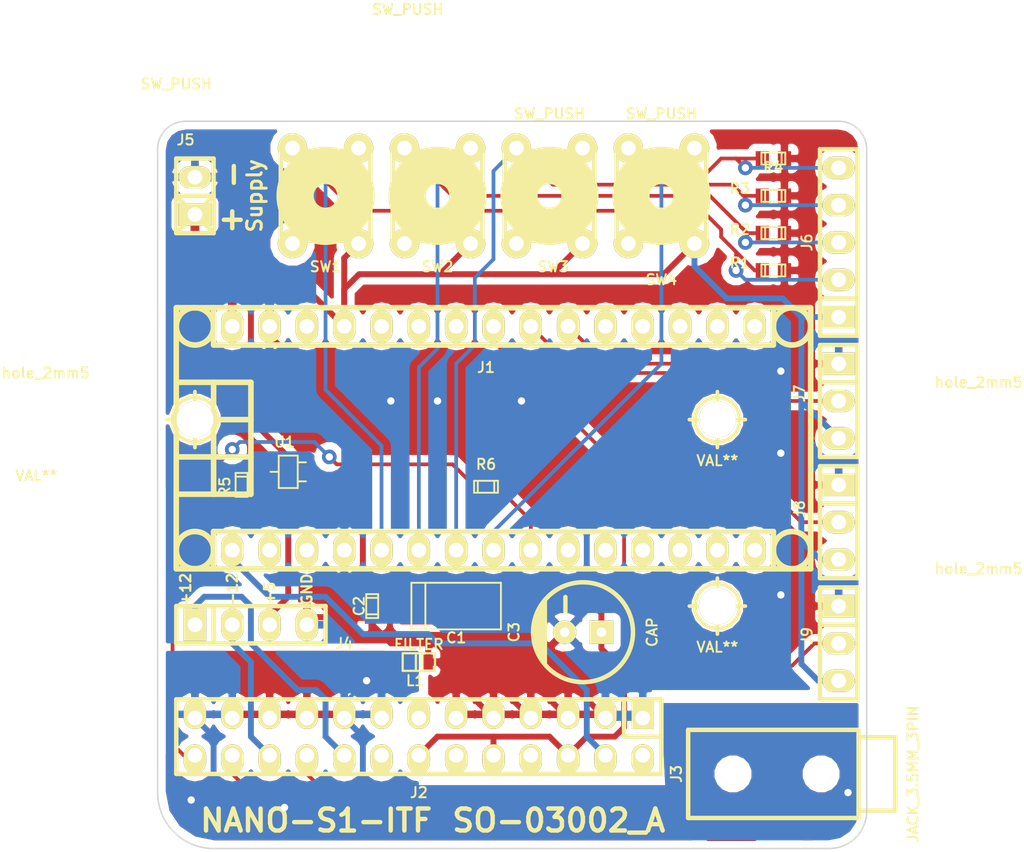
<source format=kicad_pcb>
(kicad_pcb (version 3) (host pcbnew "(2013-jul-07)-testing")

  (general
    (links 73)
    (no_connects 0)
    (area 92.701 32.351 163.839 92.109)
    (thickness 1.6)
    (drawings 20)
    (tracks 335)
    (zones 0)
    (modules 27)
    (nets 19)
  )

  (page A4)
  (layers
    (15 F.Cu signal)
    (0 B.Cu signal)
    (16 B.Adhes user)
    (17 F.Adhes user)
    (18 B.Paste user)
    (19 F.Paste user)
    (20 B.SilkS user)
    (21 F.SilkS user)
    (22 B.Mask user)
    (23 F.Mask user)
    (24 Dwgs.User user)
    (25 Cmts.User user)
    (26 Eco1.User user)
    (27 Eco2.User user)
    (28 Edge.Cuts user)
  )

  (setup
    (last_trace_width 0.254)
    (user_trace_width 0.4)
    (user_trace_width 0.6)
    (trace_clearance 0.254)
    (zone_clearance 0.508)
    (zone_45_only no)
    (trace_min 0.254)
    (segment_width 0.2)
    (edge_width 0.1)
    (via_size 1)
    (via_drill 0.5)
    (via_min_size 1)
    (via_min_drill 0.5)
    (uvia_size 0.508)
    (uvia_drill 0.127)
    (uvias_allowed no)
    (uvia_min_size 0.508)
    (uvia_min_drill 0.127)
    (pcb_text_width 0.3)
    (pcb_text_size 1.5 1.5)
    (mod_edge_width 0.15)
    (mod_text_size 0.7 0.7)
    (mod_text_width 0.13)
    (pad_size 1.5 1.5)
    (pad_drill 0.6)
    (pad_to_mask_clearance 0)
    (aux_axis_origin 0 0)
    (visible_elements 7FFF7FFF)
    (pcbplotparams
      (layerselection 284196865)
      (usegerberextensions true)
      (excludeedgelayer false)
      (linewidth 0.150000)
      (plotframeref false)
      (viasonmask false)
      (mode 1)
      (useauxorigin false)
      (hpglpennumber 1)
      (hpglpenspeed 20)
      (hpglpendiameter 15)
      (hpglpenoverlay 2)
      (psnegative false)
      (psa4output false)
      (plotreference true)
      (plotvalue false)
      (plotothertext true)
      (plotinvisibletext false)
      (padsonsilk false)
      (subtractmaskfromsilk false)
      (outputformat 1)
      (mirror false)
      (drillshape 0)
      (scaleselection 1)
      (outputdirectory fabrication/))
  )

  (net 0 "")
  (net 1 +12V)
  (net 2 -12V)
  (net 3 /agnd)
  (net 4 "/reset WAV")
  (net 5 ANALOG_IN2)
  (net 6 ANALOG_IN3)
  (net 7 ANALOG_IN4)
  (net 8 GND)
  (net 9 INPUT2)
  (net 10 INPUT3)
  (net 11 INPUT4)
  (net 12 INPUT5)
  (net 13 N-0000017)
  (net 14 N-0000018)
  (net 15 N-0000040)
  (net 16 OUTPUT6)
  (net 17 VCC)
  (net 18 Vin)

  (net_class Default "This is the default net class."
    (clearance 0.254)
    (trace_width 0.254)
    (via_dia 1)
    (via_drill 0.5)
    (uvia_dia 0.508)
    (uvia_drill 0.127)
    (add_net "")
    (add_net +12V)
    (add_net -12V)
    (add_net /agnd)
    (add_net "/reset WAV")
    (add_net ANALOG_IN2)
    (add_net ANALOG_IN3)
    (add_net ANALOG_IN4)
    (add_net GND)
    (add_net INPUT2)
    (add_net INPUT3)
    (add_net INPUT4)
    (add_net INPUT5)
    (add_net N-0000017)
    (add_net N-0000018)
    (add_net N-0000040)
    (add_net OUTPUT6)
    (add_net VCC)
    (add_net Vin)
  )

  (module pin_strip_13x2 (layer F.Cu) (tedit 52112A4A) (tstamp 521114D6)
    (at 121.92 82.55 180)
    (descr "Pin strip 13x2pin")
    (tags "CONN DEV")
    (path /521113C8)
    (fp_text reference J2 (at 0 -3.81 180) (layer F.SilkS)
      (effects (font (size 0.7 0.7) (thickness 0.13)))
    )
    (fp_text value WAVEBLASTER_13X2 (at -1.27 -8.89 180) (layer F.SilkS) hide
      (effects (font (size 0.7 0.7) (thickness 0.13)))
    )
    (fp_line (start 16.51 2.54) (end -16.51 2.54) (layer F.SilkS) (width 0.3048))
    (fp_line (start -16.51 -2.54) (end 16.51 -2.54) (layer F.SilkS) (width 0.3048))
    (fp_line (start -16.51 0) (end -13.97 0) (layer F.SilkS) (width 0.3048))
    (fp_line (start -13.97 0) (end -13.97 2.54) (layer F.SilkS) (width 0.3048))
    (fp_line (start -16.51 -2.54) (end -16.51 2.54) (layer F.SilkS) (width 0.3048))
    (fp_line (start 16.51 2.54) (end 16.51 -2.54) (layer F.SilkS) (width 0.3048))
    (pad 1 thru_hole rect (at -15.24 1.27 180) (size 1.524 1.99898) (drill 1.00076 (offset 0 0.24892))
      (layers *.Cu *.Mask F.SilkS)
      (net 8 GND)
    )
    (pad 2 thru_hole oval (at -15.24 -1.27 180) (size 1.524 1.99898) (drill 1.00076 (offset 0 -0.24892))
      (layers *.Cu *.Mask F.SilkS)
    )
    (pad 3 thru_hole oval (at -12.7 1.27 180) (size 1.524 1.99898) (drill 1.00076 (offset 0 0.24892))
      (layers *.Cu *.Mask F.SilkS)
      (net 8 GND)
    )
    (pad 4 thru_hole oval (at -12.7 -1.27 180) (size 1.524 1.99898) (drill 1.00076 (offset 0 -0.24892))
      (layers *.Cu *.Mask F.SilkS)
      (net 15 N-0000040)
    )
    (pad 5 thru_hole oval (at -10.16 1.27 180) (size 1.524 1.99898) (drill 1.00076 (offset 0 0.24892))
      (layers *.Cu *.Mask F.SilkS)
      (net 8 GND)
    )
    (pad 6 thru_hole oval (at -10.16 -1.27 180) (size 1.524 1.99898) (drill 1.00076 (offset 0 -0.24892))
      (layers *.Cu *.Mask F.SilkS)
      (net 17 VCC)
    )
    (pad 7 thru_hole oval (at -7.62 1.27 180) (size 1.524 1.99898) (drill 1.00076 (offset 0 0.24892))
      (layers *.Cu *.Mask F.SilkS)
      (net 8 GND)
    )
    (pad 8 thru_hole oval (at -7.62 -1.27 180) (size 1.524 1.99898) (drill 1.00076 (offset 0 -0.24892))
      (layers *.Cu *.Mask F.SilkS)
    )
    (pad 9 thru_hole oval (at -5.08 1.27 180) (size 1.524 1.99898) (drill 1.00076 (offset 0 0.24892))
      (layers *.Cu *.Mask F.SilkS)
      (net 8 GND)
    )
    (pad 10 thru_hole oval (at -5.08 -1.27 180) (size 1.524 1.99898) (drill 1.00076 (offset 0 -0.24892))
      (layers *.Cu *.Mask F.SilkS)
      (net 17 VCC)
    )
    (pad 11 thru_hole oval (at -2.54 1.27 180) (size 1.524 1.99898) (drill 1.00076 (offset 0 0.24892))
      (layers *.Cu *.Mask F.SilkS)
      (net 8 GND)
    )
    (pad 12 thru_hole oval (at -2.54 -1.27 180) (size 1.524 1.99898) (drill 1.00076 (offset 0 -0.24892))
      (layers *.Cu *.Mask F.SilkS)
    )
    (pad 13 thru_hole oval (at 0 1.27 180) (size 1.524 1.99898) (drill 1.00076 (offset 0 0.24892))
      (layers *.Cu *.Mask F.SilkS)
    )
    (pad 14 thru_hole oval (at 0 -1.27 180) (size 1.524 1.99898) (drill 1.00076 (offset 0 -0.24892))
      (layers *.Cu *.Mask F.SilkS)
      (net 17 VCC)
    )
    (pad 15 thru_hole oval (at 2.54 1.27 180) (size 1.524 1.99898) (drill 1.00076 (offset 0 0.24892))
      (layers *.Cu *.Mask F.SilkS)
      (net 3 /agnd)
    )
    (pad 16 thru_hole oval (at 2.54 -1.27 180) (size 1.524 1.99898) (drill 1.00076 (offset 0 -0.24892))
      (layers *.Cu *.Mask F.SilkS)
    )
    (pad 17 thru_hole oval (at 5.08 1.27 180) (size 1.524 1.99898) (drill 1.00076 (offset 0 0.24892))
      (layers *.Cu *.Mask F.SilkS)
      (net 3 /agnd)
    )
    (pad 18 thru_hole oval (at 5.08 -1.27 180) (size 1.524 1.99898) (drill 1.00076 (offset 0 -0.24892))
      (layers *.Cu *.Mask F.SilkS)
      (net 1 +12V)
    )
    (pad 19 thru_hole oval (at 7.62 1.27 180) (size 1.524 1.99898) (drill 1.00076 (offset 0 0.24892))
      (layers *.Cu *.Mask F.SilkS)
      (net 3 /agnd)
    )
    (pad 20 thru_hole oval (at 7.62 -1.27 180) (size 1.524 1.99898) (drill 1.00076 (offset 0 -0.24892))
      (layers *.Cu *.Mask F.SilkS)
      (net 14 N-0000018)
    )
    (pad 21 thru_hole oval (at 10.16 1.27 180) (size 1.524 1.99898) (drill 1.00076 (offset 0 0.24892))
      (layers *.Cu *.Mask F.SilkS)
      (net 3 /agnd)
    )
    (pad 22 thru_hole oval (at 10.16 -1.27 180) (size 1.524 1.99898) (drill 1.00076 (offset 0 -0.24892))
      (layers *.Cu *.Mask F.SilkS)
      (net 2 -12V)
    )
    (pad 23 thru_hole oval (at 12.7 1.27 180) (size 1.524 1.99898) (drill 1.00076 (offset 0 0.24892))
      (layers *.Cu *.Mask F.SilkS)
      (net 3 /agnd)
    )
    (pad 24 thru_hole oval (at 12.7 -1.27 180) (size 1.524 1.99898) (drill 1.00076 (offset 0 -0.24892))
      (layers *.Cu *.Mask F.SilkS)
      (net 13 N-0000017)
    )
    (pad 25 thru_hole oval (at 15.24 1.27 180) (size 1.524 1.99898) (drill 1.00076 (offset 0 0.24892))
      (layers *.Cu *.Mask F.SilkS)
      (net 3 /agnd)
    )
    (pad 26 thru_hole oval (at 15.24 -1.27 180) (size 1.524 1.99898) (drill 1.00076 (offset 0 -0.24892))
      (layers *.Cu *.Mask F.SilkS)
      (net 4 "/reset WAV")
    )
    (model walter/pin_strip/pin_strip_13x2.wrl
      (at (xyz 0 0 0))
      (scale (xyz 1 1 1))
      (rotate (xyz 0 0 0))
    )
  )

  (module jack_3.5_pj313d-smt (layer F.Cu) (tedit 5395B04E) (tstamp 521114E9)
    (at 146.05 85.09 90)
    (descr "3.5mm jack, HK RTL PJ313D")
    (path /521114FD)
    (fp_text reference J3 (at 0 -6.604 90) (layer F.SilkS)
      (effects (font (size 0.7 0.7) (thickness 0.13)))
    )
    (fp_text value JACK_3.5MM_3PIN (at 0 9.5 90) (layer F.SilkS)
      (effects (font (size 0.7 0.7) (thickness 0.13)))
    )
    (fp_line (start -2.5 5.8) (end -2.5 8.3) (layer F.SilkS) (width 0.3048))
    (fp_line (start -2.5 8.3) (end 2.5 8.3) (layer F.SilkS) (width 0.3048))
    (fp_line (start 2.5 5.8) (end 2.5 8.3) (layer F.SilkS) (width 0.3048))
    (fp_line (start -3 -5.8) (end -3 5.8) (layer F.SilkS) (width 0.3048))
    (fp_line (start -3 -5.8) (end 3 -5.8) (layer F.SilkS) (width 0.3048))
    (fp_line (start 3 -5.8) (end 3 5.8) (layer F.SilkS) (width 0.3048))
    (fp_line (start -3 5.8) (end 3 5.8) (layer F.SilkS) (width 0.3048))
    (pad "" np_thru_hole circle (at 0 3.25 90) (size 1.5 1.5) (drill 1.5)
      (layers *.Cu *.Mask F.SilkS)
    )
    (pad "" np_thru_hole circle (at 0 -2.75 90) (size 1.5 1.5) (drill 1.5)
      (layers *.Cu *.Mask F.SilkS)
    )
    (pad 1 smd rect (at -3.3 3.95 90) (size 1.5 1.5)
      (layers F.Cu F.Paste F.Mask)
      (net 3 /agnd)
    )
    (pad 2 smd rect (at -3.3 -2.75 90) (size 1.5 1.5)
      (layers F.Cu F.Paste F.Mask)
      (net 14 N-0000018)
    )
    (pad 3 smd rect (at -3.3 0.75 90) (size 1.5 1.5)
      (layers F.Cu F.Paste F.Mask)
      (net 13 N-0000017)
    )
    (pad 1 smd rect (at 3.3 3.95 90) (size 1.5 1.5)
      (layers F.Cu F.Paste F.Mask)
      (net 3 /agnd)
    )
    (pad 3 smd rect (at 3.3 0.75 90) (size 1.5 1.5)
      (layers F.Cu F.Paste F.Mask)
      (net 13 N-0000017)
    )
    (pad 2 smd rect (at 3.3 -2.75 90) (size 1.5 1.5)
      (layers F.Cu F.Paste F.Mask)
      (net 14 N-0000018)
    )
    (model walter/conn_av/jack_3.5_pj313d-smt.wrl
      (at (xyz 0 0 0))
      (scale (xyz 1 1 1))
      (rotate (xyz 0 0 0))
    )
  )

  (module inductor_smd_0603 (layer F.Cu) (tedit 5395B044) (tstamp 521114F5)
    (at 121.92 77.47 180)
    (descr "Inductor SMD, 0603")
    (path /5211160E)
    (fp_text reference L1 (at 0.254 -1.27 180) (layer F.SilkS)
      (effects (font (size 0.7 0.7) (thickness 0.13)))
    )
    (fp_text value FILTER (at 0 1.19888 180) (layer F.SilkS)
      (effects (font (size 0.7 0.7) (thickness 0.13)))
    )
    (fp_line (start 0.20066 0.59944) (end 0.20066 -0.59944) (layer F.SilkS) (width 0.14986))
    (fp_line (start -0.20066 -0.59944) (end -0.20066 0.59944) (layer F.SilkS) (width 0.14986))
    (fp_line (start -1.09982 -0.59944) (end 1.09982 -0.59944) (layer F.SilkS) (width 0.14986))
    (fp_line (start 1.09982 -0.59944) (end 1.09982 0.59944) (layer F.SilkS) (width 0.14986))
    (fp_line (start 1.09982 0.59944) (end -1.09982 0.59944) (layer F.SilkS) (width 0.14986))
    (fp_line (start -1.09982 0.59944) (end -1.09982 -0.59944) (layer F.SilkS) (width 0.14986))
    (pad 1 smd rect (at -0.63754 0 180) (size 0.635 1.016)
      (layers F.Cu F.Paste F.Mask)
      (net 8 GND)
    )
    (pad 2 smd rect (at 0.63754 0 180) (size 0.635 1.016)
      (layers F.Cu F.Paste F.Mask)
      (net 3 /agnd)
    )
    (model walter/smd_inductors/inductor_smd_0603.wrl
      (at (xyz 0 0 0))
      (scale (xyz 1 1 1))
      (rotate (xyz 0 0 0))
    )
  )

  (module c_tant_C (layer F.Cu) (tedit 4D5D91B9) (tstamp 52111500)
    (at 124.46 73.66 180)
    (descr "SMT capacitor, tantalum size C")
    (path /521118B7)
    (fp_text reference C1 (at 0 -2.159 180) (layer F.SilkS)
      (effects (font (size 0.7 0.7) (thickness 0.13)))
    )
    (fp_text value 10uF (at 0 2.0955 180) (layer F.SilkS) hide
      (effects (font (size 0.7 0.7) (thickness 0.13)))
    )
    (fp_line (start 2.0955 -1.5875) (end 2.0955 1.5875) (layer F.SilkS) (width 0.127))
    (fp_line (start -3.048 -1.5875) (end -3.048 1.5875) (layer F.SilkS) (width 0.127))
    (fp_line (start -3.048 1.5875) (end 3.048 1.5875) (layer F.SilkS) (width 0.127))
    (fp_line (start 3.048 1.5875) (end 3.048 -1.5875) (layer F.SilkS) (width 0.127))
    (fp_line (start 3.048 -1.5875) (end -3.048 -1.5875) (layer F.SilkS) (width 0.127))
    (pad 1 smd rect (at 2.52476 0 180) (size 2.55016 2.49936)
      (layers F.Cu F.Paste F.Mask)
      (net 17 VCC)
    )
    (pad 2 smd rect (at -2.52476 0 180) (size 2.55016 2.49936)
      (layers F.Cu F.Paste F.Mask)
      (net 8 GND)
    )
    (model walter\smd_cap\c_tant_C.wrl
      (at (xyz 0 0 0))
      (scale (xyz 1 1 1))
      (rotate (xyz 0 0 0))
    )
  )

  (module c_0603 (layer F.Cu) (tedit 5395B038) (tstamp 5211150C)
    (at 118.745 73.66 90)
    (descr "SMT capacitor, 0603")
    (path /521118A8)
    (fp_text reference C2 (at 0 -0.889 90) (layer F.SilkS)
      (effects (font (size 0.7 0.7) (thickness 0.13)))
    )
    (fp_text value 100nF (at 0 0.635 90) (layer F.SilkS) hide
      (effects (font (size 0.7 0.7) (thickness 0.13)))
    )
    (fp_line (start 0.5588 0.4064) (end 0.5588 -0.4064) (layer F.SilkS) (width 0.127))
    (fp_line (start -0.5588 -0.381) (end -0.5588 0.4064) (layer F.SilkS) (width 0.127))
    (fp_line (start -0.8128 -0.4064) (end 0.8128 -0.4064) (layer F.SilkS) (width 0.127))
    (fp_line (start 0.8128 -0.4064) (end 0.8128 0.4064) (layer F.SilkS) (width 0.127))
    (fp_line (start 0.8128 0.4064) (end -0.8128 0.4064) (layer F.SilkS) (width 0.127))
    (fp_line (start -0.8128 0.4064) (end -0.8128 -0.4064) (layer F.SilkS) (width 0.127))
    (pad 1 smd rect (at 0.75184 0 90) (size 0.89916 1.00076)
      (layers F.Cu F.Paste F.Mask)
      (net 17 VCC)
    )
    (pad 2 smd rect (at -0.75184 0 90) (size 0.89916 1.00076)
      (layers F.Cu F.Paste F.Mask)
      (net 8 GND)
    )
    (model walter\smd_cap\c_0603.wrl
      (at (xyz 0 0 0))
      (scale (xyz 1 1 1))
      (rotate (xyz 0 0 0))
    )
  )

  (module arduino_nano_header (layer F.Cu) (tedit 5395AFB1) (tstamp 52111557)
    (at 127 62.23)
    (descr "Arduino Nano Header")
    (tags Arduino)
    (path /52111A8E)
    (fp_text reference J1 (at -0.508 -4.826) (layer F.SilkS)
      (effects (font (size 0.7 0.7) (thickness 0.13)))
    )
    (fp_text value ARDUINO_NANO_HEADER (at 0 -1.27) (layer F.SilkS) hide
      (effects (font (size 0.7 0.7) (thickness 0.13)))
    )
    (fp_line (start -16.51 -1.27) (end -21.59 -1.27) (layer F.SilkS) (width 0.381))
    (fp_line (start -16.51 1.27) (end -21.59 1.27) (layer F.SilkS) (width 0.381))
    (fp_line (start -19.05 -3.81) (end -19.05 3.81) (layer F.SilkS) (width 0.381))
    (fp_line (start -21.59 -3.81) (end -16.51 -3.81) (layer F.SilkS) (width 0.381))
    (fp_line (start -16.51 -3.81) (end -16.51 3.81) (layer F.SilkS) (width 0.381))
    (fp_line (start -16.51 3.81) (end -21.59 3.81) (layer F.SilkS) (width 0.381))
    (fp_line (start 21.59 -8.89) (end -21.59 -8.89) (layer F.SilkS) (width 0.381))
    (fp_line (start -21.59 8.89) (end 21.59 8.89) (layer F.SilkS) (width 0.381))
    (fp_line (start -21.59 8.89) (end -21.59 -8.89) (layer F.SilkS) (width 0.381))
    (fp_line (start 21.59 8.89) (end 21.59 -8.89) (layer F.SilkS) (width 0.381))
    (fp_circle (center -20.32 -7.62) (end -21.59 -7.62) (layer F.SilkS) (width 0.381))
    (fp_circle (center -20.32 7.62) (end -21.59 7.62) (layer F.SilkS) (width 0.381))
    (fp_circle (center 20.32 -7.62) (end 21.59 -7.62) (layer F.SilkS) (width 0.381))
    (fp_circle (center 20.32 7.62) (end 21.59 7.62) (layer F.SilkS) (width 0.381))
    (fp_line (start 19.05 -6.35) (end -19.05 -6.35) (layer F.SilkS) (width 0.381))
    (fp_line (start -19.05 6.35) (end 19.05 6.35) (layer F.SilkS) (width 0.381))
    (fp_line (start 19.05 8.89) (end 19.05 6.35) (layer F.SilkS) (width 0.381))
    (fp_line (start 19.05 -6.35) (end 19.05 -8.89) (layer F.SilkS) (width 0.381))
    (fp_line (start -19.05 -8.89) (end -19.05 -6.35) (layer F.SilkS) (width 0.381))
    (fp_line (start -19.05 8.89) (end -19.05 6.35) (layer F.SilkS) (width 0.381))
    (pad 1 thru_hole oval (at -17.78 7.62) (size 1.524 2.19964) (drill 1.00076)
      (layers *.Cu *.Mask F.SilkS)
      (net 15 N-0000040)
    )
    (pad 2 thru_hole oval (at -15.24 7.62) (size 1.524 2.19964) (drill 1.00076)
      (layers *.Cu *.Mask F.SilkS)
    )
    (pad 3 thru_hole oval (at -12.7 7.62) (size 1.524 2.19964) (drill 1.00076)
      (layers *.Cu *.Mask F.SilkS)
    )
    (pad 4 thru_hole oval (at -10.16 7.62) (size 1.524 2.19964) (drill 1.00076)
      (layers *.Cu *.Mask F.SilkS)
      (net 8 GND)
    )
    (pad 5 thru_hole oval (at -7.62 7.62) (size 1.524 2.19964) (drill 1.00076)
      (layers *.Cu *.Mask F.SilkS)
      (net 9 INPUT2)
    )
    (pad 6 thru_hole oval (at -5.08 7.62) (size 1.524 2.19964) (drill 1.00076)
      (layers *.Cu *.Mask F.SilkS)
      (net 10 INPUT3)
    )
    (pad 7 thru_hole oval (at -2.54 7.62) (size 1.524 2.19964) (drill 1.00076)
      (layers *.Cu *.Mask F.SilkS)
      (net 11 INPUT4)
    )
    (pad 8 thru_hole oval (at 0 7.62) (size 1.524 2.19964) (drill 1.00076)
      (layers *.Cu *.Mask F.SilkS)
      (net 12 INPUT5)
    )
    (pad 9 thru_hole oval (at 2.54 7.62) (size 1.524 2.19964) (drill 1.00076)
      (layers *.Cu *.Mask F.SilkS)
      (net 16 OUTPUT6)
    )
    (pad 10 thru_hole oval (at 5.08 7.62) (size 1.524 2.19964) (drill 1.00076)
      (layers *.Cu *.Mask F.SilkS)
    )
    (pad 11 thru_hole oval (at 7.62 7.62) (size 1.524 2.19964) (drill 1.00076)
      (layers *.Cu *.Mask F.SilkS)
    )
    (pad 12 thru_hole oval (at 10.16 7.62) (size 1.524 2.19964) (drill 1.00076)
      (layers *.Cu *.Mask F.SilkS)
    )
    (pad 13 thru_hole oval (at 12.7 7.62) (size 1.524 2.19964) (drill 1.00076)
      (layers *.Cu *.Mask F.SilkS)
    )
    (pad 14 thru_hole oval (at 15.24 7.62) (size 1.524 2.19964) (drill 1.00076)
      (layers *.Cu *.Mask F.SilkS)
    )
    (pad 15 thru_hole oval (at 17.78 7.62) (size 1.524 2.19964) (drill 1.00076)
      (layers *.Cu *.Mask F.SilkS)
    )
    (pad 16 thru_hole oval (at 17.78 -7.62) (size 1.524 2.19964) (drill 1.00076)
      (layers *.Cu *.Mask F.SilkS)
    )
    (pad 17 thru_hole oval (at 15.24 -7.62) (size 1.524 2.19964) (drill 1.00076)
      (layers *.Cu *.Mask F.SilkS)
    )
    (pad 18 thru_hole oval (at 12.7 -7.62) (size 1.524 2.19964) (drill 1.00076)
      (layers *.Cu *.Mask F.SilkS)
    )
    (pad 19 thru_hole oval (at 10.16 -7.62) (size 1.524 2.19964) (drill 1.00076)
      (layers *.Cu *.Mask F.SilkS)
    )
    (pad 20 thru_hole oval (at 7.62 -7.62) (size 1.524 2.1971) (drill 1.00076)
      (layers *.Cu *.Mask F.SilkS)
    )
    (pad 21 thru_hole oval (at 5.08 -7.62) (size 1.524 2.1971) (drill 1.00076)
      (layers *.Cu *.Mask F.SilkS)
      (net 5 ANALOG_IN2)
    )
    (pad 22 thru_hole oval (at 2.54 -7.62) (size 1.524 2.1971) (drill 1.00076)
      (layers *.Cu *.Mask F.SilkS)
      (net 6 ANALOG_IN3)
    )
    (pad 23 thru_hole oval (at 0 -7.62) (size 1.524 2.1971) (drill 1.00076)
      (layers *.Cu *.Mask F.SilkS)
      (net 7 ANALOG_IN4)
    )
    (pad 24 thru_hole oval (at -2.54 -7.62) (size 1.524 2.1971) (drill 0.99822)
      (layers *.Cu *.Mask F.SilkS)
    )
    (pad 25 thru_hole oval (at -5.08 -7.62) (size 1.524 2.1971) (drill 0.99822)
      (layers *.Cu *.Mask F.SilkS)
    )
    (pad 26 thru_hole oval (at -7.62 -7.62) (size 1.524 2.1971) (drill 0.99822)
      (layers *.Cu *.Mask F.SilkS)
    )
    (pad 27 thru_hole oval (at -10.16 -7.62) (size 1.524 2.1971) (drill 0.99822)
      (layers *.Cu *.Mask F.SilkS)
      (net 17 VCC)
    )
    (pad 28 thru_hole oval (at -12.7 -7.62) (size 1.524 2.1971) (drill 0.99822)
      (layers *.Cu *.Mask F.SilkS)
    )
    (pad 29 thru_hole oval (at -15.24 -7.62) (size 1.524 2.1971) (drill 0.99822)
      (layers *.Cu *.Mask F.SilkS)
      (net 8 GND)
    )
    (pad 30 thru_hole oval (at -17.78 -7.62) (size 1.524 2.1971) (drill 0.99822)
      (layers *.Cu *.Mask F.SilkS)
      (net 18 Vin)
    )
    (model walter/conn_misc/arduino_nano_header.wrl
      (at (xyz 0 0 0))
      (scale (xyz 1 1 1))
      (rotate (xyz 0 0 0))
    )
  )

  (module hole_2mm5 (layer F.Cu) (tedit 521129FB) (tstamp 5212E9C9)
    (at 106.68 60.96)
    (descr "Hole 2.5mm")
    (fp_text reference hole_2mm5 (at -10.16 -3.175) (layer F.SilkS)
      (effects (font (size 0.7 0.7) (thickness 0.13)))
    )
    (fp_text value VAL** (at -10.795 3.81) (layer F.SilkS)
      (effects (font (size 0.7 0.7) (thickness 0.13)))
    )
    (fp_line (start 0 -1.905) (end 0 1.905) (layer F.SilkS) (width 0.254))
    (fp_line (start -1.905 0) (end 1.905 0) (layer F.SilkS) (width 0.254))
    (fp_circle (center 0 0) (end 1.524 0) (layer F.SilkS) (width 0.254))
    (pad 1 thru_hole circle (at 0 0) (size 2.5019 2.5019) (drill 2.5019)
      (layers *.Cu F.SilkS)
    )
    (model walter/details/hole.wrl
      (at (xyz 0 0 0))
      (scale (xyz 1 1 1))
      (rotate (xyz 0 0 0))
    )
  )

  (module hole_2mm5 (layer F.Cu) (tedit 5395AD5C) (tstamp 5212E9D8)
    (at 142.24 60.96)
    (descr "Hole 2.5mm")
    (fp_text reference hole_2mm5 (at 17.78 -2.54) (layer F.SilkS)
      (effects (font (size 0.7 0.7) (thickness 0.13)))
    )
    (fp_text value VAL** (at 0 2.794) (layer F.SilkS)
      (effects (font (size 0.7 0.7) (thickness 0.13)))
    )
    (fp_line (start 0 -1.905) (end 0 1.905) (layer F.SilkS) (width 0.254))
    (fp_line (start -1.905 0) (end 1.905 0) (layer F.SilkS) (width 0.254))
    (fp_circle (center 0 0) (end 1.524 0) (layer F.SilkS) (width 0.254))
    (pad 1 thru_hole circle (at 0 0) (size 2.5019 2.5019) (drill 2.5019)
      (layers *.Cu F.SilkS)
    )
    (model walter/details/hole.wrl
      (at (xyz 0 0 0))
      (scale (xyz 1 1 1))
      (rotate (xyz 0 0 0))
    )
  )

  (module pin_strip_4 (layer F.Cu) (tedit 52113A09) (tstamp 521127FB)
    (at 110.49 74.93)
    (descr "Pin strip 4pin")
    (tags "CONN DEV")
    (path /52112806)
    (fp_text reference J4 (at 6.35 1.27) (layer F.SilkS)
      (effects (font (size 0.7 0.7) (thickness 0.13)))
    )
    (fp_text value HEADER_4 (at -9.525 -5.715) (layer F.SilkS) hide
      (effects (font (size 0.7 0.7) (thickness 0.13)))
    )
    (fp_line (start -2.54 -1.27) (end -2.54 1.27) (layer F.SilkS) (width 0.3048))
    (fp_line (start 5.08 1.27) (end -5.08 1.27) (layer F.SilkS) (width 0.3048))
    (fp_line (start -5.08 -1.27) (end 5.08 -1.27) (layer F.SilkS) (width 0.3048))
    (fp_line (start -5.08 1.27) (end -5.08 -1.27) (layer F.SilkS) (width 0.3048))
    (fp_line (start 5.08 -1.27) (end 5.08 1.27) (layer F.SilkS) (width 0.3048))
    (pad 1 thru_hole rect (at -3.81 0) (size 1.524 2.19964) (drill 1.00076)
      (layers *.Cu *.Mask F.SilkS)
      (net 1 +12V)
    )
    (pad 2 thru_hole oval (at -1.27 0) (size 1.524 2.19964) (drill 1.00076)
      (layers *.Cu *.Mask F.SilkS)
      (net 2 -12V)
    )
    (pad 3 thru_hole oval (at 1.27 0) (size 1.524 2.19964) (drill 1.00076)
      (layers *.Cu *.Mask F.SilkS)
      (net 17 VCC)
    )
    (pad 4 thru_hole oval (at 3.81 0) (size 1.524 2.19964) (drill 1.00076)
      (layers *.Cu *.Mask F.SilkS)
      (net 8 GND)
    )
    (model walter/pin_strip/pin_strip_4.wrl
      (at (xyz 0 0 0))
      (scale (xyz 1 1 1))
      (rotate (xyz 0 0 0))
    )
  )

  (module r_0603 (layer F.Cu) (tedit 5395B076) (tstamp 53957CD8)
    (at 146.05 50.8 180)
    (descr "SMT resistor, 0603")
    (path /53957C92)
    (fp_text reference R1 (at 2.286 0.508 180) (layer F.SilkS)
      (effects (font (size 0.7 0.7) (thickness 0.13)))
    )
    (fp_text value 10k (at 0 0.6096 180) (layer F.SilkS) hide
      (effects (font (size 0.7 0.7) (thickness 0.13)))
    )
    (fp_line (start 0.5588 0.4064) (end 0.5588 -0.4064) (layer F.SilkS) (width 0.127))
    (fp_line (start -0.5588 -0.381) (end -0.5588 0.4064) (layer F.SilkS) (width 0.127))
    (fp_line (start -0.8128 -0.4064) (end 0.8128 -0.4064) (layer F.SilkS) (width 0.127))
    (fp_line (start 0.8128 -0.4064) (end 0.8128 0.4064) (layer F.SilkS) (width 0.127))
    (fp_line (start 0.8128 0.4064) (end -0.8128 0.4064) (layer F.SilkS) (width 0.127))
    (fp_line (start -0.8128 0.4064) (end -0.8128 -0.4064) (layer F.SilkS) (width 0.127))
    (pad 1 smd rect (at 0.75184 0 180) (size 0.89916 1.00076)
      (layers F.Cu F.Paste F.Mask)
      (net 9 INPUT2)
    )
    (pad 2 smd rect (at -0.75184 0 180) (size 0.89916 1.00076)
      (layers F.Cu F.Paste F.Mask)
      (net 8 GND)
    )
    (model walter/smd_resistors/r_0603.wrl
      (at (xyz 0 0 0))
      (scale (xyz 1 1 1))
      (rotate (xyz 0 0 0))
    )
  )

  (module r_0603 (layer F.Cu) (tedit 5395B071) (tstamp 53957EA7)
    (at 146.05 48.26 180)
    (descr "SMT resistor, 0603")
    (path /53957FED)
    (fp_text reference R2 (at 2.286 0.254 180) (layer F.SilkS)
      (effects (font (size 0.7 0.7) (thickness 0.13)))
    )
    (fp_text value 10k (at 0 0.6096 180) (layer F.SilkS) hide
      (effects (font (size 0.7 0.7) (thickness 0.13)))
    )
    (fp_line (start 0.5588 0.4064) (end 0.5588 -0.4064) (layer F.SilkS) (width 0.127))
    (fp_line (start -0.5588 -0.381) (end -0.5588 0.4064) (layer F.SilkS) (width 0.127))
    (fp_line (start -0.8128 -0.4064) (end 0.8128 -0.4064) (layer F.SilkS) (width 0.127))
    (fp_line (start 0.8128 -0.4064) (end 0.8128 0.4064) (layer F.SilkS) (width 0.127))
    (fp_line (start 0.8128 0.4064) (end -0.8128 0.4064) (layer F.SilkS) (width 0.127))
    (fp_line (start -0.8128 0.4064) (end -0.8128 -0.4064) (layer F.SilkS) (width 0.127))
    (pad 1 smd rect (at 0.75184 0 180) (size 0.89916 1.00076)
      (layers F.Cu F.Paste F.Mask)
      (net 10 INPUT3)
    )
    (pad 2 smd rect (at -0.75184 0 180) (size 0.89916 1.00076)
      (layers F.Cu F.Paste F.Mask)
      (net 8 GND)
    )
    (model walter/smd_resistors/r_0603.wrl
      (at (xyz 0 0 0))
      (scale (xyz 1 1 1))
      (rotate (xyz 0 0 0))
    )
  )

  (module r_0603 (layer F.Cu) (tedit 5395B06F) (tstamp 53957CF0)
    (at 146.05 45.72 180)
    (descr "SMT resistor, 0603")
    (path /53958018)
    (fp_text reference R3 (at 2.286 0.508 180) (layer F.SilkS)
      (effects (font (size 0.7 0.7) (thickness 0.13)))
    )
    (fp_text value 10k (at 0 0.6096 180) (layer F.SilkS) hide
      (effects (font (size 0.7 0.7) (thickness 0.13)))
    )
    (fp_line (start 0.5588 0.4064) (end 0.5588 -0.4064) (layer F.SilkS) (width 0.127))
    (fp_line (start -0.5588 -0.381) (end -0.5588 0.4064) (layer F.SilkS) (width 0.127))
    (fp_line (start -0.8128 -0.4064) (end 0.8128 -0.4064) (layer F.SilkS) (width 0.127))
    (fp_line (start 0.8128 -0.4064) (end 0.8128 0.4064) (layer F.SilkS) (width 0.127))
    (fp_line (start 0.8128 0.4064) (end -0.8128 0.4064) (layer F.SilkS) (width 0.127))
    (fp_line (start -0.8128 0.4064) (end -0.8128 -0.4064) (layer F.SilkS) (width 0.127))
    (pad 1 smd rect (at 0.75184 0 180) (size 0.89916 1.00076)
      (layers F.Cu F.Paste F.Mask)
      (net 11 INPUT4)
    )
    (pad 2 smd rect (at -0.75184 0 180) (size 0.89916 1.00076)
      (layers F.Cu F.Paste F.Mask)
      (net 8 GND)
    )
    (model walter/smd_resistors/r_0603.wrl
      (at (xyz 0 0 0))
      (scale (xyz 1 1 1))
      (rotate (xyz 0 0 0))
    )
  )

  (module r_0603 (layer F.Cu) (tedit 49047332) (tstamp 53957CFC)
    (at 146.05 43.18 180)
    (descr "SMT resistor, 0603")
    (path /53958043)
    (fp_text reference R4 (at 0 -0.6096 180) (layer F.SilkS)
      (effects (font (size 0.7 0.7) (thickness 0.13)))
    )
    (fp_text value 10k (at 0 0.6096 180) (layer F.SilkS) hide
      (effects (font (size 0.7 0.7) (thickness 0.13)))
    )
    (fp_line (start 0.5588 0.4064) (end 0.5588 -0.4064) (layer F.SilkS) (width 0.127))
    (fp_line (start -0.5588 -0.381) (end -0.5588 0.4064) (layer F.SilkS) (width 0.127))
    (fp_line (start -0.8128 -0.4064) (end 0.8128 -0.4064) (layer F.SilkS) (width 0.127))
    (fp_line (start 0.8128 -0.4064) (end 0.8128 0.4064) (layer F.SilkS) (width 0.127))
    (fp_line (start 0.8128 0.4064) (end -0.8128 0.4064) (layer F.SilkS) (width 0.127))
    (fp_line (start -0.8128 0.4064) (end -0.8128 -0.4064) (layer F.SilkS) (width 0.127))
    (pad 1 smd rect (at 0.75184 0 180) (size 0.89916 1.00076)
      (layers F.Cu F.Paste F.Mask)
      (net 12 INPUT5)
    )
    (pad 2 smd rect (at -0.75184 0 180) (size 0.89916 1.00076)
      (layers F.Cu F.Paste F.Mask)
      (net 8 GND)
    )
    (model walter/smd_resistors/r_0603.wrl
      (at (xyz 0 0 0))
      (scale (xyz 1 1 1))
      (rotate (xyz 0 0 0))
    )
  )

  (module pin_strip_2 (layer F.Cu) (tedit 5395AA36) (tstamp 53957D09)
    (at 106.68 45.72 90)
    (descr "Pin strip 2pin")
    (tags "CONN DEV")
    (path /5395789D)
    (fp_text reference J5 (at 3.81 -0.635 180) (layer F.SilkS)
      (effects (font (size 0.7 0.7) (thickness 0.13)))
    )
    (fp_text value HEADER_2 (at 0.254 -3.556 90) (layer F.SilkS) hide
      (effects (font (size 0.7 0.7) (thickness 0.13)))
    )
    (fp_line (start 0 -1.27) (end 0 1.27) (layer F.SilkS) (width 0.3048))
    (fp_line (start 0 1.27) (end -2.54 -1.27) (layer F.SilkS) (width 0.3048))
    (fp_line (start -2.54 1.27) (end 0 -1.27) (layer F.SilkS) (width 0.3048))
    (fp_line (start 2.54 1.27) (end -2.54 1.27) (layer F.SilkS) (width 0.3048))
    (fp_line (start -2.54 -1.27) (end 2.54 -1.27) (layer F.SilkS) (width 0.3048))
    (fp_line (start -2.54 1.27) (end -2.54 -1.27) (layer F.SilkS) (width 0.3048))
    (fp_line (start 2.54 -1.27) (end 2.54 1.27) (layer F.SilkS) (width 0.3048))
    (pad 1 thru_hole rect (at -1.27 0 90) (size 1.524 2.19964) (drill 1.00076)
      (layers *.Cu *.Mask F.SilkS)
      (net 18 Vin)
    )
    (pad 2 thru_hole oval (at 1.27 0 90) (size 1.524 2.19964) (drill 1.00076)
      (layers *.Cu *.Mask F.SilkS)
      (net 8 GND)
    )
    (model walter/pin_strip/pin_strip_2.wrl
      (at (xyz 0 0 0))
      (scale (xyz 1 1 1))
      (rotate (xyz 0 0 0))
    )
  )

  (module PCB_PUSH (layer F.Cu) (tedit 5395B087) (tstamp 53957D4A)
    (at 115.57 45.72 180)
    (descr "PCB pushbutton, Tyco FSM6x6 series")
    (tags pushbutton)
    (path /5395788E)
    (fp_text reference SW1 (at 0 -4.826 180) (layer F.SilkS)
      (effects (font (size 0.7 0.7) (thickness 0.13)))
    )
    (fp_text value SW_PUSH (at 10.16 7.62 180) (layer F.SilkS)
      (effects (font (size 0.7 0.7) (thickness 0.13)))
    )
    (fp_line (start -3.048 -3.048) (end 3.048 -3.048) (layer F.SilkS) (width 0.3048))
    (fp_line (start 3.048 -3.048) (end 3.048 3.048) (layer F.SilkS) (width 0.3048))
    (fp_line (start 3.048 3.048) (end -3.048 3.048) (layer F.SilkS) (width 0.3048))
    (fp_line (start -3.048 3.048) (end -3.048 -3.048) (layer F.SilkS) (width 0.3048))
    (fp_circle (center 0 0) (end -0.762 0.254) (layer F.SilkS) (width 2.54))
    (pad 1 thru_hole circle (at -2.25044 -3.2512 180) (size 1.99898 1.99898) (drill 1.00076)
      (layers *.Cu *.Mask F.SilkS)
      (net 17 VCC)
    )
    (pad 2 thru_hole circle (at 2.25044 3.2512 180) (size 1.99898 1.99898) (drill 1.00076)
      (layers *.Cu *.Mask F.SilkS)
      (net 9 INPUT2)
    )
    (pad 4 thru_hole circle (at 2.25044 -3.2512 180) (size 1.99898 1.99898) (drill 1.00076)
      (layers *.Cu *.Mask F.SilkS)
    )
    (pad 3 thru_hole circle (at -2.25044 3.2512 180) (size 1.99898 1.99898) (drill 1.00076)
      (layers *.Cu *.Mask F.SilkS)
    )
    (model walter/switch/pcb_push.wrl
      (at (xyz 0 0 0))
      (scale (xyz 1 1 1))
      (rotate (xyz 0 0 0))
    )
  )

  (module PCB_PUSH (layer F.Cu) (tedit 5395B089) (tstamp 53957D57)
    (at 123.19 45.72 180)
    (descr "PCB pushbutton, Tyco FSM6x6 series")
    (tags pushbutton)
    (path /53957FE0)
    (fp_text reference SW2 (at 0 -4.826 180) (layer F.SilkS)
      (effects (font (size 0.7 0.7) (thickness 0.13)))
    )
    (fp_text value SW_PUSH (at 2.032 12.7 180) (layer F.SilkS)
      (effects (font (size 0.7 0.7) (thickness 0.13)))
    )
    (fp_line (start -3.048 -3.048) (end 3.048 -3.048) (layer F.SilkS) (width 0.3048))
    (fp_line (start 3.048 -3.048) (end 3.048 3.048) (layer F.SilkS) (width 0.3048))
    (fp_line (start 3.048 3.048) (end -3.048 3.048) (layer F.SilkS) (width 0.3048))
    (fp_line (start -3.048 3.048) (end -3.048 -3.048) (layer F.SilkS) (width 0.3048))
    (fp_circle (center 0 0) (end -0.762 0.254) (layer F.SilkS) (width 2.54))
    (pad 1 thru_hole circle (at -2.25044 -3.2512 180) (size 1.99898 1.99898) (drill 1.00076)
      (layers *.Cu *.Mask F.SilkS)
      (net 17 VCC)
    )
    (pad 2 thru_hole circle (at 2.25044 3.2512 180) (size 1.99898 1.99898) (drill 1.00076)
      (layers *.Cu *.Mask F.SilkS)
      (net 10 INPUT3)
    )
    (pad 4 thru_hole circle (at 2.25044 -3.2512 180) (size 1.99898 1.99898) (drill 1.00076)
      (layers *.Cu *.Mask F.SilkS)
    )
    (pad 3 thru_hole circle (at -2.25044 3.2512 180) (size 1.99898 1.99898) (drill 1.00076)
      (layers *.Cu *.Mask F.SilkS)
    )
    (model walter/switch/pcb_push.wrl
      (at (xyz 0 0 0))
      (scale (xyz 1 1 1))
      (rotate (xyz 0 0 0))
    )
  )

  (module PCB_PUSH (layer F.Cu) (tedit 5395B08F) (tstamp 53957D64)
    (at 130.81 45.72 180)
    (descr "PCB pushbutton, Tyco FSM6x6 series")
    (tags pushbutton)
    (path /5395800B)
    (fp_text reference SW3 (at -0.254 -4.826 180) (layer F.SilkS)
      (effects (font (size 0.7 0.7) (thickness 0.13)))
    )
    (fp_text value SW_PUSH (at 0 5.588 180) (layer F.SilkS)
      (effects (font (size 0.7 0.7) (thickness 0.13)))
    )
    (fp_line (start -3.048 -3.048) (end 3.048 -3.048) (layer F.SilkS) (width 0.3048))
    (fp_line (start 3.048 -3.048) (end 3.048 3.048) (layer F.SilkS) (width 0.3048))
    (fp_line (start 3.048 3.048) (end -3.048 3.048) (layer F.SilkS) (width 0.3048))
    (fp_line (start -3.048 3.048) (end -3.048 -3.048) (layer F.SilkS) (width 0.3048))
    (fp_circle (center 0 0) (end -0.762 0.254) (layer F.SilkS) (width 2.54))
    (pad 1 thru_hole circle (at -2.25044 -3.2512 180) (size 1.99898 1.99898) (drill 1.00076)
      (layers *.Cu *.Mask F.SilkS)
      (net 17 VCC)
    )
    (pad 2 thru_hole circle (at 2.25044 3.2512 180) (size 1.99898 1.99898) (drill 1.00076)
      (layers *.Cu *.Mask F.SilkS)
      (net 11 INPUT4)
    )
    (pad 4 thru_hole circle (at 2.25044 -3.2512 180) (size 1.99898 1.99898) (drill 1.00076)
      (layers *.Cu *.Mask F.SilkS)
    )
    (pad 3 thru_hole circle (at -2.25044 3.2512 180) (size 1.99898 1.99898) (drill 1.00076)
      (layers *.Cu *.Mask F.SilkS)
    )
    (model walter/switch/pcb_push.wrl
      (at (xyz 0 0 0))
      (scale (xyz 1 1 1))
      (rotate (xyz 0 0 0))
    )
  )

  (module PCB_PUSH (layer F.Cu) (tedit 5395AA46) (tstamp 53957D71)
    (at 138.43 45.72 180)
    (descr "PCB pushbutton, Tyco FSM6x6 series")
    (tags pushbutton)
    (path /53958036)
    (fp_text reference SW4 (at 0 -5.715 180) (layer F.SilkS)
      (effects (font (size 0.7 0.7) (thickness 0.13)))
    )
    (fp_text value SW_PUSH (at 0 5.588 180) (layer F.SilkS)
      (effects (font (size 0.7 0.7) (thickness 0.13)))
    )
    (fp_line (start -3.048 -3.048) (end 3.048 -3.048) (layer F.SilkS) (width 0.3048))
    (fp_line (start 3.048 -3.048) (end 3.048 3.048) (layer F.SilkS) (width 0.3048))
    (fp_line (start 3.048 3.048) (end -3.048 3.048) (layer F.SilkS) (width 0.3048))
    (fp_line (start -3.048 3.048) (end -3.048 -3.048) (layer F.SilkS) (width 0.3048))
    (fp_circle (center 0 0) (end -0.762 0.254) (layer F.SilkS) (width 2.54))
    (pad 1 thru_hole circle (at -2.25044 -3.2512 180) (size 1.99898 1.99898) (drill 1.00076)
      (layers *.Cu *.Mask F.SilkS)
      (net 17 VCC)
    )
    (pad 2 thru_hole circle (at 2.25044 3.2512 180) (size 1.99898 1.99898) (drill 1.00076)
      (layers *.Cu *.Mask F.SilkS)
      (net 12 INPUT5)
    )
    (pad 4 thru_hole circle (at 2.25044 -3.2512 180) (size 1.99898 1.99898) (drill 1.00076)
      (layers *.Cu *.Mask F.SilkS)
    )
    (pad 3 thru_hole circle (at -2.25044 3.2512 180) (size 1.99898 1.99898) (drill 1.00076)
      (layers *.Cu *.Mask F.SilkS)
    )
    (model walter/switch/pcb_push.wrl
      (at (xyz 0 0 0))
      (scale (xyz 1 1 1))
      (rotate (xyz 0 0 0))
    )
  )

  (module pin_strip_5 (layer F.Cu) (tedit 4B90DFE0) (tstamp 539583BD)
    (at 150.495 48.895 90)
    (descr "Pin strip 5pin")
    (tags "CONN DEV")
    (path /5395871A)
    (fp_text reference J6 (at 0 -2.159 90) (layer F.SilkS)
      (effects (font (size 0.7 0.7) (thickness 0.13)))
    )
    (fp_text value HEADER_5 (at 0.254 -3.556 90) (layer F.SilkS) hide
      (effects (font (size 0.7 0.7) (thickness 0.13)))
    )
    (fp_line (start -3.81 -1.27) (end -3.81 1.27) (layer F.SilkS) (width 0.3048))
    (fp_line (start 6.35 1.27) (end -6.35 1.27) (layer F.SilkS) (width 0.3048))
    (fp_line (start -6.35 -1.27) (end 6.35 -1.27) (layer F.SilkS) (width 0.3048))
    (fp_line (start -6.35 1.27) (end -6.35 -1.27) (layer F.SilkS) (width 0.3048))
    (fp_line (start 6.35 -1.27) (end 6.35 1.27) (layer F.SilkS) (width 0.3048))
    (pad 1 thru_hole rect (at -5.08 0 90) (size 1.524 2.19964) (drill 1.00076)
      (layers *.Cu *.Mask F.SilkS)
      (net 17 VCC)
    )
    (pad 2 thru_hole oval (at -2.54 0 90) (size 1.524 2.19964) (drill 1.00076)
      (layers *.Cu *.Mask F.SilkS)
      (net 9 INPUT2)
    )
    (pad 3 thru_hole oval (at 0 0 90) (size 1.524 2.19964) (drill 1.00076)
      (layers *.Cu *.Mask F.SilkS)
      (net 10 INPUT3)
    )
    (pad 4 thru_hole oval (at 2.54 0 90) (size 1.524 2.19964) (drill 1.00076)
      (layers *.Cu *.Mask F.SilkS)
      (net 11 INPUT4)
    )
    (pad 5 thru_hole oval (at 5.08 0 90) (size 1.524 2.19964) (drill 1.00076)
      (layers *.Cu *.Mask F.SilkS)
      (net 12 INPUT5)
    )
    (model walter/pin_strip/pin_strip_5.wrl
      (at (xyz 0 0 0))
      (scale (xyz 1 1 1))
      (rotate (xyz 0 0 0))
    )
  )

  (module r_0603 (layer F.Cu) (tedit 5395B033) (tstamp 53959EE2)
    (at 109.855 65.405 270)
    (descr "SMT resistor, 0603")
    (path /53959F06)
    (fp_text reference R5 (at 0.127 1.143 270) (layer F.SilkS)
      (effects (font (size 0.7 0.7) (thickness 0.13)))
    )
    (fp_text value "1k (option)" (at 0 0.6096 270) (layer F.SilkS) hide
      (effects (font (size 0.7 0.7) (thickness 0.13)))
    )
    (fp_line (start 0.5588 0.4064) (end 0.5588 -0.4064) (layer F.SilkS) (width 0.127))
    (fp_line (start -0.5588 -0.381) (end -0.5588 0.4064) (layer F.SilkS) (width 0.127))
    (fp_line (start -0.8128 -0.4064) (end 0.8128 -0.4064) (layer F.SilkS) (width 0.127))
    (fp_line (start 0.8128 -0.4064) (end 0.8128 0.4064) (layer F.SilkS) (width 0.127))
    (fp_line (start 0.8128 0.4064) (end -0.8128 0.4064) (layer F.SilkS) (width 0.127))
    (fp_line (start -0.8128 0.4064) (end -0.8128 -0.4064) (layer F.SilkS) (width 0.127))
    (pad 1 smd rect (at 0.75184 0 270) (size 0.89916 1.00076)
      (layers F.Cu F.Paste F.Mask)
      (net 17 VCC)
    )
    (pad 2 smd rect (at -0.75184 0 270) (size 0.89916 1.00076)
      (layers F.Cu F.Paste F.Mask)
      (net 4 "/reset WAV")
    )
    (model walter/smd_resistors/r_0603.wrl
      (at (xyz 0 0 0))
      (scale (xyz 1 1 1))
      (rotate (xyz 0 0 0))
    )
  )

  (module CP_6.3x5mm (layer F.Cu) (tedit 52642302) (tstamp 53959EEE)
    (at 133.096 75.438 90)
    (descr "Capacitor, pol, cyl 6.3x5mm")
    (path /53959F61)
    (fp_text reference C3 (at 0 -4.7 90) (layer F.SilkS)
      (effects (font (size 0.7 0.7) (thickness 0.13)))
    )
    (fp_text value CAP (at 0 4.7 90) (layer F.SilkS)
      (effects (font (size 0.7 0.7) (thickness 0.13)))
    )
    (fp_line (start -2.1 -2.6) (end 2.1 -2.6) (layer F.SilkS) (width 0.3048))
    (fp_line (start -1.8 -2.8) (end 1.8 -2.8) (layer F.SilkS) (width 0.3048))
    (fp_line (start -1.4 -3) (end 1.4 -3) (layer F.SilkS) (width 0.3048))
    (fp_line (start -0.8 -3.2) (end 0.9 -3.2) (layer F.SilkS) (width 0.3048))
    (fp_circle (center 0 0) (end -3.4 0) (layer F.SilkS) (width 0.3048))
    (fp_line (start 1.4 -1.2) (end 2.4 -1.2) (layer F.SilkS) (width 0.3))
    (pad 1 thru_hole rect (at 0 1.25 90) (size 1.6 1.6) (drill 0.65)
      (layers *.Cu *.Mask F.SilkS)
      (net 17 VCC)
    )
    (pad 2 thru_hole circle (at 0 -1.25 90) (size 1.6 1.6) (drill 0.65)
      (layers *.Cu *.Mask F.SilkS)
      (net 8 GND)
    )
    (model walter/capacitors/cp_6.3x5mm.wrl
      (at (xyz 0 0 0))
      (scale (xyz 1 1 1))
      (rotate (xyz 0 0 0))
    )
  )

  (module sc70 (layer F.Cu) (tedit 5395B02D) (tstamp 53959ED6)
    (at 113.03 64.516 90)
    (descr SC70)
    (path /5395A3CC)
    (fp_text reference U1 (at 2.032 -0.254 180) (layer F.SilkS)
      (effects (font (size 0.7 0.7) (thickness 0.13)))
    )
    (fp_text value TCM809 (at 0 0.3302 90) (layer F.SilkS) hide
      (effects (font (size 0.7 0.7) (thickness 0.13)))
    )
    (fp_line (start 0 -0.6477) (end 0 -1.2065) (layer F.SilkS) (width 0.127))
    (fp_line (start 0.6477 0.6477) (end 0.6477 1.2065) (layer F.SilkS) (width 0.127))
    (fp_line (start -0.6477 0.6477) (end -0.6477 1.2065) (layer F.SilkS) (width 0.127))
    (fp_line (start -1.1049 -0.6477) (end 1.1049 -0.6477) (layer F.SilkS) (width 0.127))
    (fp_line (start 1.1049 -0.6477) (end 1.1049 0.6477) (layer F.SilkS) (width 0.127))
    (fp_line (start 1.1049 0.6477) (end -1.1049 0.6477) (layer F.SilkS) (width 0.127))
    (fp_line (start -1.1049 0.6477) (end -1.1049 -0.6477) (layer F.SilkS) (width 0.127))
    (pad 1 smd rect (at -0.6604 1.016 90) (size 0.4572 0.7112)
      (layers F.Cu F.Paste F.Mask)
      (net 17 VCC)
    )
    (pad 3 smd rect (at 0.6604 1.016 90) (size 0.4572 0.7112)
      (layers F.Cu F.Paste F.Mask)
      (net 8 GND)
    )
    (pad 2 smd rect (at 0 -1.016 90) (size 0.4572 0.7112)
      (layers F.Cu F.Paste F.Mask)
      (net 4 "/reset WAV")
    )
    (model walter/smd_trans/sc70.wrl
      (at (xyz 0 0 0))
      (scale (xyz 1 1 1))
      (rotate (xyz 0 0 0))
    )
  )

  (module pin_strip_3 (layer F.Cu) (tedit 5395B060) (tstamp 5395A6D4)
    (at 150.495 59.69 270)
    (descr "Pin strip 3pin")
    (tags "CONN DEV")
    (path /5395A6A4)
    (fp_text reference J7 (at -0.508 2.667 270) (layer F.SilkS)
      (effects (font (size 0.7 0.7) (thickness 0.13)))
    )
    (fp_text value HEADER_3 (at 0.254 -3.556 270) (layer F.SilkS) hide
      (effects (font (size 0.7 0.7) (thickness 0.13)))
    )
    (fp_line (start -1.27 1.27) (end -1.27 -1.27) (layer F.SilkS) (width 0.3048))
    (fp_line (start -3.81 -1.27) (end 3.81 -1.27) (layer F.SilkS) (width 0.3048))
    (fp_line (start 3.81 -1.27) (end 3.81 1.27) (layer F.SilkS) (width 0.3048))
    (fp_line (start 3.81 1.27) (end -3.81 1.27) (layer F.SilkS) (width 0.3048))
    (fp_line (start -3.81 1.27) (end -3.81 -1.27) (layer F.SilkS) (width 0.3048))
    (pad 1 thru_hole rect (at -2.54 0 270) (size 1.524 2.19964) (drill 1.00076)
      (layers *.Cu *.Mask F.SilkS)
      (net 8 GND)
    )
    (pad 2 thru_hole oval (at 0 0 270) (size 1.524 2.19964) (drill 1.00076)
      (layers *.Cu *.Mask F.SilkS)
      (net 5 ANALOG_IN2)
    )
    (pad 3 thru_hole oval (at 2.54 0 270) (size 1.524 2.19964) (drill 1.00076)
      (layers *.Cu *.Mask F.SilkS)
      (net 17 VCC)
    )
    (model walter/pin_strip/pin_strip_3.wrl
      (at (xyz 0 0 0))
      (scale (xyz 1 1 1))
      (rotate (xyz 0 0 0))
    )
  )

  (module pin_strip_3 (layer F.Cu) (tedit 5395B05A) (tstamp 5395A6E0)
    (at 150.495 67.945 270)
    (descr "Pin strip 3pin")
    (tags "CONN DEV")
    (path /5395A888)
    (fp_text reference J8 (at -0.889 2.667 270) (layer F.SilkS)
      (effects (font (size 0.7 0.7) (thickness 0.13)))
    )
    (fp_text value HEADER_3 (at 0.254 -3.556 270) (layer F.SilkS) hide
      (effects (font (size 0.7 0.7) (thickness 0.13)))
    )
    (fp_line (start -1.27 1.27) (end -1.27 -1.27) (layer F.SilkS) (width 0.3048))
    (fp_line (start -3.81 -1.27) (end 3.81 -1.27) (layer F.SilkS) (width 0.3048))
    (fp_line (start 3.81 -1.27) (end 3.81 1.27) (layer F.SilkS) (width 0.3048))
    (fp_line (start 3.81 1.27) (end -3.81 1.27) (layer F.SilkS) (width 0.3048))
    (fp_line (start -3.81 1.27) (end -3.81 -1.27) (layer F.SilkS) (width 0.3048))
    (pad 1 thru_hole rect (at -2.54 0 270) (size 1.524 2.19964) (drill 1.00076)
      (layers *.Cu *.Mask F.SilkS)
      (net 8 GND)
    )
    (pad 2 thru_hole oval (at 0 0 270) (size 1.524 2.19964) (drill 1.00076)
      (layers *.Cu *.Mask F.SilkS)
      (net 6 ANALOG_IN3)
    )
    (pad 3 thru_hole oval (at 2.54 0 270) (size 1.524 2.19964) (drill 1.00076)
      (layers *.Cu *.Mask F.SilkS)
      (net 17 VCC)
    )
    (model walter/pin_strip/pin_strip_3.wrl
      (at (xyz 0 0 0))
      (scale (xyz 1 1 1))
      (rotate (xyz 0 0 0))
    )
  )

  (module pin_strip_3 (layer F.Cu) (tedit 5395B054) (tstamp 5395A6EC)
    (at 150.495 76.2 270)
    (descr "Pin strip 3pin")
    (tags "CONN DEV")
    (path /5395A89F)
    (fp_text reference J9 (at -0.508 2.159 270) (layer F.SilkS)
      (effects (font (size 0.7 0.7) (thickness 0.13)))
    )
    (fp_text value HEADER_3 (at 0.254 -3.556 270) (layer F.SilkS) hide
      (effects (font (size 0.7 0.7) (thickness 0.13)))
    )
    (fp_line (start -1.27 1.27) (end -1.27 -1.27) (layer F.SilkS) (width 0.3048))
    (fp_line (start -3.81 -1.27) (end 3.81 -1.27) (layer F.SilkS) (width 0.3048))
    (fp_line (start 3.81 -1.27) (end 3.81 1.27) (layer F.SilkS) (width 0.3048))
    (fp_line (start 3.81 1.27) (end -3.81 1.27) (layer F.SilkS) (width 0.3048))
    (fp_line (start -3.81 1.27) (end -3.81 -1.27) (layer F.SilkS) (width 0.3048))
    (pad 1 thru_hole rect (at -2.54 0 270) (size 1.524 2.19964) (drill 1.00076)
      (layers *.Cu *.Mask F.SilkS)
      (net 8 GND)
    )
    (pad 2 thru_hole oval (at 0 0 270) (size 1.524 2.19964) (drill 1.00076)
      (layers *.Cu *.Mask F.SilkS)
      (net 7 ANALOG_IN4)
    )
    (pad 3 thru_hole oval (at 2.54 0 270) (size 1.524 2.19964) (drill 1.00076)
      (layers *.Cu *.Mask F.SilkS)
      (net 17 VCC)
    )
    (model walter/pin_strip/pin_strip_3.wrl
      (at (xyz 0 0 0))
      (scale (xyz 1 1 1))
      (rotate (xyz 0 0 0))
    )
  )

  (module hole_2mm5 (layer F.Cu) (tedit 5395AD5B) (tstamp 5396A0C4)
    (at 142.24 73.66)
    (descr "Hole 2.5mm")
    (fp_text reference hole_2mm5 (at 17.78 -2.54) (layer F.SilkS)
      (effects (font (size 0.7 0.7) (thickness 0.13)))
    )
    (fp_text value VAL** (at 0 2.794) (layer F.SilkS)
      (effects (font (size 0.7 0.7) (thickness 0.13)))
    )
    (fp_line (start 0 -1.905) (end 0 1.905) (layer F.SilkS) (width 0.254))
    (fp_line (start -1.905 0) (end 1.905 0) (layer F.SilkS) (width 0.254))
    (fp_circle (center 0 0) (end 1.524 0) (layer F.SilkS) (width 0.254))
    (pad 1 thru_hole circle (at 0 0) (size 2.5019 2.5019) (drill 2.5019)
      (layers *.Cu F.SilkS)
    )
    (model walter/details/hole.wrl
      (at (xyz 0 0 0))
      (scale (xyz 1 1 1))
      (rotate (xyz 0 0 0))
    )
  )

  (module r_0603 (layer F.Cu) (tedit 5395B027) (tstamp 5395AFA3)
    (at 126.492 65.532)
    (descr "SMT resistor, 0603")
    (path /5395AF79)
    (fp_text reference R6 (at 0 -1.524) (layer F.SilkS)
      (effects (font (size 0.7 0.7) (thickness 0.13)))
    )
    (fp_text value "1k Option" (at 0 0.6096) (layer F.SilkS) hide
      (effects (font (size 0.7 0.7) (thickness 0.13)))
    )
    (fp_line (start 0.5588 0.4064) (end 0.5588 -0.4064) (layer F.SilkS) (width 0.127))
    (fp_line (start -0.5588 -0.381) (end -0.5588 0.4064) (layer F.SilkS) (width 0.127))
    (fp_line (start -0.8128 -0.4064) (end 0.8128 -0.4064) (layer F.SilkS) (width 0.127))
    (fp_line (start 0.8128 -0.4064) (end 0.8128 0.4064) (layer F.SilkS) (width 0.127))
    (fp_line (start 0.8128 0.4064) (end -0.8128 0.4064) (layer F.SilkS) (width 0.127))
    (fp_line (start -0.8128 0.4064) (end -0.8128 -0.4064) (layer F.SilkS) (width 0.127))
    (pad 1 smd rect (at 0.75184 0) (size 0.89916 1.00076)
      (layers F.Cu F.Paste F.Mask)
      (net 16 OUTPUT6)
    )
    (pad 2 smd rect (at -0.75184 0) (size 0.89916 1.00076)
      (layers F.Cu F.Paste F.Mask)
      (net 4 "/reset WAV")
    )
    (model walter/smd_resistors/r_0603.wrl
      (at (xyz 0 0 0))
      (scale (xyz 1 1 1))
      (rotate (xyz 0 0 0))
    )
  )

  (gr_text Supply (at 110.744 45.72 90) (layer F.SilkS)
    (effects (font (size 1 1) (thickness 0.2)))
  )
  (gr_line (start 152.4 42.545) (end 152.4 87.63) (angle 90) (layer Edge.Cuts) (width 0.1))
  (gr_arc (start 149.86 87.63) (end 152.4 87.63) (angle 90) (layer Edge.Cuts) (width 0.1))
  (gr_line (start 107.95 90.17) (end 149.86 90.17) (angle 90) (layer Edge.Cuts) (width 0.1))
  (gr_line (start 106.68 40.64) (end 106.045 40.64) (angle 90) (layer Edge.Cuts) (width 0.1))
  (gr_arc (start 106.045 42.545) (end 104.14 42.545) (angle 90) (layer Edge.Cuts) (width 0.1))
  (gr_line (start 104.14 53.975) (end 104.14 54.61) (angle 90) (layer Edge.Cuts) (width 0.1))
  (gr_line (start 104.14 53.975) (end 104.14 42.545) (angle 90) (layer Edge.Cuts) (width 0.1))
  (gr_line (start 150.495 40.64) (end 106.68 40.64) (angle 90) (layer Edge.Cuts) (width 0.1))
  (gr_arc (start 150.495 42.545) (end 150.495 40.64) (angle 90) (layer Edge.Cuts) (width 0.1))
  (gr_text + (at 109.22 47.244) (layer F.SilkS)
    (effects (font (size 1.5 1.5) (thickness 0.3)))
  )
  (gr_text "- " (at 109.22 43.688 90) (layer F.SilkS)
    (effects (font (size 1.5 1.5) (thickness 0.3)))
  )
  (gr_text SO-03002_A (at 131.445 88.265) (layer F.SilkS)
    (effects (font (size 1.5 1.5) (thickness 0.3)))
  )
  (gr_text NANO-S1-ITF (at 114.935 88.265) (layer F.SilkS)
    (effects (font (size 1.5 1.5) (thickness 0.3)))
  )
  (gr_text GND (at 114.3 72.517 90) (layer F.SilkS)
    (effects (font (size 0.7 0.7) (thickness 0.15)))
  )
  (gr_text +5 (at 111.76 72.771 90) (layer F.SilkS)
    (effects (font (size 0.7 0.7) (thickness 0.15)))
  )
  (gr_text -12 (at 109.22 72.517 90) (layer F.SilkS)
    (effects (font (size 0.7 0.7) (thickness 0.15)))
  )
  (gr_text +12 (at 106.045 72.517 90) (layer F.SilkS)
    (effects (font (size 0.7 0.7) (thickness 0.15)))
  )
  (gr_line (start 104.14 86.36) (end 104.14 54.61) (angle 90) (layer Edge.Cuts) (width 0.1))
  (gr_arc (start 107.95 86.36) (end 107.95 90.17) (angle 90) (layer Edge.Cuts) (width 0.1))

  (segment (start 106.68 74.93) (end 106.68 73.66) (width 0.4) (layer B.Cu) (net 1))
  (segment (start 115.57 82.55) (end 116.84 83.82) (width 0.4) (layer B.Cu) (net 1) (tstamp 521129C4))
  (segment (start 115.57 80.01) (end 115.57 82.55) (width 0.4) (layer B.Cu) (net 1) (tstamp 521129C3))
  (segment (start 114.935 79.375) (end 115.57 80.01) (width 0.4) (layer B.Cu) (net 1) (tstamp 521129C2))
  (segment (start 113.665 79.375) (end 114.935 79.375) (width 0.4) (layer B.Cu) (net 1) (tstamp 521129C1))
  (segment (start 110.49 76.2) (end 113.665 79.375) (width 0.4) (layer B.Cu) (net 1) (tstamp 521129BF))
  (segment (start 110.49 73.66) (end 110.49 76.2) (width 0.4) (layer B.Cu) (net 1) (tstamp 521129BE))
  (segment (start 109.855 73.025) (end 110.49 73.66) (width 0.4) (layer B.Cu) (net 1) (tstamp 521129BD))
  (segment (start 107.315 73.025) (end 109.855 73.025) (width 0.4) (layer B.Cu) (net 1) (tstamp 521129BC))
  (segment (start 106.68 73.66) (end 107.315 73.025) (width 0.4) (layer B.Cu) (net 1) (tstamp 521129BB))
  (segment (start 111.76 83.82) (end 110.49 82.55) (width 0.4) (layer B.Cu) (net 2))
  (segment (start 109.22 76.2) (end 109.22 74.93) (width 0.4) (layer B.Cu) (net 2) (tstamp 521129B8))
  (segment (start 110.49 77.47) (end 109.22 76.2) (width 0.4) (layer B.Cu) (net 2) (tstamp 521129B7))
  (segment (start 110.49 82.55) (end 110.49 77.47) (width 0.4) (layer B.Cu) (net 2) (tstamp 521129B6))
  (segment (start 107.95 86.36) (end 106.934 86.36) (width 0.254) (layer B.Cu) (net 3))
  (via (at 106.426 86.868) (size 1) (layers F.Cu B.Cu) (net 3))
  (segment (start 106.934 86.36) (end 106.426 86.868) (width 0.254) (layer B.Cu) (net 3) (tstamp 5395AC55))
  (segment (start 116.84 81.28) (end 116.84 80.264) (width 0.254) (layer B.Cu) (net 3))
  (via (at 118.364 78.74) (size 1) (layers F.Cu B.Cu) (net 3))
  (segment (start 116.84 80.264) (end 118.364 78.74) (width 0.254) (layer B.Cu) (net 3) (tstamp 5395AC08))
  (segment (start 113.03 86.36) (end 113.03 87.122) (width 0.254) (layer B.Cu) (net 3))
  (segment (start 140.716 87.122) (end 141.732 86.106) (width 0.254) (layer F.Cu) (net 3) (tstamp 5395A97F))
  (segment (start 113.03 87.122) (end 140.716 87.122) (width 0.254) (layer F.Cu) (net 3) (tstamp 5395A97E))
  (segment (start 112.776 87.376) (end 113.03 87.122) (width 0.254) (layer F.Cu) (net 3) (tstamp 5395A97D))
  (via (at 112.776 87.376) (size 1) (layers F.Cu B.Cu) (net 3))
  (segment (start 113.03 87.122) (end 112.776 87.376) (width 0.254) (layer B.Cu) (net 3) (tstamp 5395A97B))
  (segment (start 151.13 86.36) (end 151.13 87.26) (width 0.254) (layer F.Cu) (net 3))
  (segment (start 151.13 87.26) (end 150 88.39) (width 0.254) (layer F.Cu) (net 3) (tstamp 5395A96E))
  (segment (start 118.11 87.63) (end 149.86 87.63) (width 0.254) (layer B.Cu) (net 3))
  (segment (start 150 82.055) (end 150 81.79) (width 0.254) (layer F.Cu) (net 3) (tstamp 5395A96B))
  (segment (start 151.13 83.185) (end 150 82.055) (width 0.254) (layer F.Cu) (net 3) (tstamp 5395A96A))
  (segment (start 151.13 86.36) (end 151.13 83.185) (width 0.254) (layer F.Cu) (net 3) (tstamp 5395A969))
  (via (at 151.13 86.36) (size 1) (layers F.Cu B.Cu) (net 3))
  (segment (start 149.86 87.63) (end 151.13 86.36) (width 0.254) (layer B.Cu) (net 3) (tstamp 5395A966))
  (segment (start 107.95 86.36) (end 107.95 82.55) (width 0.4) (layer B.Cu) (net 3))
  (segment (start 118.11 87.63) (end 114.3 87.63) (width 0.4) (layer B.Cu) (net 3))
  (segment (start 114.3 87.63) (end 113.03 86.36) (width 0.4) (layer B.Cu) (net 3) (tstamp 52112109))
  (segment (start 107.95 86.36) (end 113.03 86.36) (width 0.4) (layer B.Cu) (net 3))
  (segment (start 107.95 82.55) (end 106.68 81.28) (width 0.4) (layer B.Cu) (net 3) (tstamp 521122C0))
  (segment (start 118.11 82.55) (end 118.11 87.63) (width 0.4) (layer B.Cu) (net 3) (tstamp 521120F8))
  (segment (start 118.11 82.55) (end 116.84 81.28) (width 0.4) (layer B.Cu) (net 3))
  (segment (start 119.38 81.28) (end 119.38 78.74) (width 0.4) (layer F.Cu) (net 3))
  (segment (start 119.38 78.74) (end 120.65 77.47) (width 0.4) (layer F.Cu) (net 3) (tstamp 52111F3B))
  (segment (start 116.84 81.28) (end 116.84 80.01) (width 0.4) (layer F.Cu) (net 3))
  (segment (start 116.84 78.74) (end 118.11 77.47) (width 0.4) (layer F.Cu) (net 3) (tstamp 52111F36))
  (segment (start 116.84 80.01) (end 116.84 78.74) (width 0.4) (layer F.Cu) (net 3) (tstamp 52111F35))
  (segment (start 114.3 81.28) (end 114.3 78.74) (width 0.4) (layer F.Cu) (net 3))
  (segment (start 111.76 81.28) (end 111.76 78.74) (width 0.4) (layer F.Cu) (net 3))
  (segment (start 109.22 81.28) (end 109.22 78.74) (width 0.4) (layer F.Cu) (net 3))
  (segment (start 121.28246 77.47) (end 120.65 77.47) (width 0.4) (layer F.Cu) (net 3))
  (segment (start 120.65 77.47) (end 118.11 77.47) (width 0.4) (layer F.Cu) (net 3) (tstamp 52111F3E))
  (segment (start 106.68 78.74) (end 106.68 81.28) (width 0.4) (layer F.Cu) (net 3) (tstamp 52111F23))
  (segment (start 109.22 78.74) (end 110.49 77.47) (width 0.4) (layer F.Cu) (net 3) (tstamp 52111F26))
  (segment (start 113.03 77.47) (end 110.49 77.47) (width 0.4) (layer F.Cu) (net 3) (tstamp 52111F2E))
  (segment (start 110.49 77.47) (end 107.95 77.47) (width 0.4) (layer F.Cu) (net 3) (tstamp 52111F29))
  (segment (start 107.95 77.47) (end 106.68 78.74) (width 0.4) (layer F.Cu) (net 3) (tstamp 52111F22))
  (segment (start 111.76 78.74) (end 113.03 77.47) (width 0.4) (layer F.Cu) (net 3) (tstamp 52111F2B))
  (segment (start 115.57 77.47) (end 113.03 77.47) (width 0.4) (layer F.Cu) (net 3) (tstamp 52111F33))
  (segment (start 114.3 78.74) (end 115.57 77.47) (width 0.4) (layer F.Cu) (net 3) (tstamp 52111F30))
  (segment (start 118.11 77.47) (end 115.57 77.47) (width 0.4) (layer F.Cu) (net 3) (tstamp 52111F39))
  (segment (start 106.79684 64.65316) (end 107.55884 64.65316) (width 0.254) (layer F.Cu) (net 4))
  (segment (start 124.21616 64.008) (end 125.74016 65.532) (width 0.254) (layer F.Cu) (net 4) (tstamp 5395B006))
  (segment (start 116.332 64.008) (end 124.21616 64.008) (width 0.254) (layer F.Cu) (net 4) (tstamp 5395B005))
  (segment (start 115.824 63.5) (end 116.332 64.008) (width 0.254) (layer F.Cu) (net 4) (tstamp 5395B004))
  (via (at 115.824 63.5) (size 1) (layers F.Cu B.Cu) (net 4))
  (segment (start 114.808 62.484) (end 115.824 63.5) (width 0.254) (layer B.Cu) (net 4) (tstamp 5395B001))
  (segment (start 109.728 62.484) (end 114.808 62.484) (width 0.254) (layer B.Cu) (net 4) (tstamp 5395B000))
  (segment (start 109.22 62.992) (end 109.728 62.484) (width 0.254) (layer B.Cu) (net 4) (tstamp 5395AFFF))
  (via (at 109.22 62.992) (size 1) (layers F.Cu B.Cu) (net 4))
  (segment (start 107.55884 64.65316) (end 109.22 62.992) (width 0.254) (layer F.Cu) (net 4) (tstamp 5395AFFD))
  (segment (start 112.014 64.516) (end 109.99216 64.516) (width 0.254) (layer F.Cu) (net 4))
  (segment (start 109.99216 64.516) (end 109.855 64.65316) (width 0.254) (layer F.Cu) (net 4) (tstamp 5395A880))
  (segment (start 106.68 83.82) (end 105.918 83.82) (width 0.254) (layer F.Cu) (net 4))
  (segment (start 106.79684 64.65316) (end 109.855 64.65316) (width 0.254) (layer F.Cu) (net 4) (tstamp 5395A865))
  (segment (start 105.156 66.294) (end 106.79684 64.65316) (width 0.254) (layer F.Cu) (net 4) (tstamp 5395A862))
  (segment (start 105.156 83.058) (end 105.156 66.294) (width 0.254) (layer F.Cu) (net 4) (tstamp 5395A85B))
  (segment (start 105.918 83.82) (end 105.156 83.058) (width 0.254) (layer F.Cu) (net 4) (tstamp 5395A85A))
  (segment (start 150.495 59.69) (end 146.05 59.69) (width 0.254) (layer F.Cu) (net 5))
  (segment (start 134.62 57.15) (end 132.08 54.61) (width 0.254) (layer F.Cu) (net 5) (tstamp 5395AA8E))
  (segment (start 143.51 57.15) (end 134.62 57.15) (width 0.254) (layer F.Cu) (net 5) (tstamp 5395AA8C))
  (segment (start 146.05 59.69) (end 143.51 57.15) (width 0.254) (layer F.Cu) (net 5) (tstamp 5395AA8A))
  (segment (start 150.495 67.945) (end 147.955 67.945) (width 0.254) (layer F.Cu) (net 6))
  (segment (start 132.715 57.785) (end 129.54 54.61) (width 0.254) (layer F.Cu) (net 6) (tstamp 5395AA9A))
  (segment (start 142.24 57.785) (end 132.715 57.785) (width 0.254) (layer F.Cu) (net 6) (tstamp 5395AA98))
  (segment (start 144.78 60.325) (end 142.24 57.785) (width 0.254) (layer F.Cu) (net 6) (tstamp 5395AA96))
  (segment (start 144.78 64.77) (end 144.78 60.325) (width 0.254) (layer F.Cu) (net 6) (tstamp 5395AA94))
  (segment (start 147.955 67.945) (end 144.78 64.77) (width 0.254) (layer F.Cu) (net 6) (tstamp 5395AA92))
  (segment (start 150.495 76.2) (end 148.844 76.2) (width 0.254) (layer F.Cu) (net 7))
  (segment (start 127 55.626) (end 127 54.61) (width 0.254) (layer F.Cu) (net 7) (tstamp 5396A0B8))
  (segment (start 135.89 64.516) (end 127 55.626) (width 0.254) (layer F.Cu) (net 7) (tstamp 5396A0B6))
  (segment (start 135.89 72.39) (end 135.89 64.516) (width 0.254) (layer F.Cu) (net 7) (tstamp 5396A0B4))
  (segment (start 141.224 77.724) (end 135.89 72.39) (width 0.254) (layer F.Cu) (net 7) (tstamp 5396A0B2))
  (segment (start 147.32 77.724) (end 141.224 77.724) (width 0.254) (layer F.Cu) (net 7) (tstamp 5396A0B0))
  (segment (start 148.844 76.2) (end 147.32 77.724) (width 0.254) (layer F.Cu) (net 7) (tstamp 5396A0AE))
  (segment (start 121.92 58.42) (end 123.19 59.69) (width 0.254) (layer F.Cu) (net 8))
  (via (at 123.19 59.69) (size 1) (layers F.Cu B.Cu) (net 8))
  (segment (start 148.336 43.688) (end 148.082 43.688) (width 0.254) (layer F.Cu) (net 8))
  (segment (start 147.574 43.18) (end 146.80184 43.18) (width 0.254) (layer F.Cu) (net 8) (tstamp 5395AB91))
  (segment (start 148.082 43.688) (end 147.574 43.18) (width 0.254) (layer F.Cu) (net 8) (tstamp 5395AB90))
  (segment (start 148.336 46.228) (end 147.828 45.72) (width 0.254) (layer F.Cu) (net 8))
  (segment (start 147.828 45.72) (end 146.80184 45.72) (width 0.254) (layer F.Cu) (net 8) (tstamp 5395AB83))
  (segment (start 148.336 48.768) (end 147.828 48.26) (width 0.254) (layer F.Cu) (net 8))
  (segment (start 147.828 48.26) (end 146.80184 48.26) (width 0.254) (layer F.Cu) (net 8) (tstamp 5395AB7A))
  (segment (start 148.336 51.562) (end 148.336 51.308) (width 0.254) (layer F.Cu) (net 8))
  (segment (start 147.828 50.8) (end 146.80184 50.8) (width 0.254) (layer F.Cu) (net 8) (tstamp 5395AB75))
  (segment (start 148.336 51.308) (end 147.828 50.8) (width 0.254) (layer F.Cu) (net 8) (tstamp 5395AB74))
  (segment (start 146.558 57.658) (end 146.558 54.102) (width 0.4) (layer F.Cu) (net 8))
  (segment (start 148.336 52.324) (end 148.336 51.562) (width 0.4) (layer F.Cu) (net 8) (tstamp 5395AB6A))
  (segment (start 148.336 51.562) (end 148.336 48.768) (width 0.4) (layer F.Cu) (net 8) (tstamp 5395AB72))
  (segment (start 148.336 48.768) (end 148.336 46.228) (width 0.4) (layer F.Cu) (net 8) (tstamp 5395AB78))
  (segment (start 148.336 46.228) (end 148.336 43.688) (width 0.4) (layer F.Cu) (net 8) (tstamp 5395AB81))
  (segment (start 146.558 54.102) (end 148.336 52.324) (width 0.4) (layer F.Cu) (net 8) (tstamp 5395AB69))
  (segment (start 146.558 63.246) (end 146.558 72.898) (width 0.4) (layer B.Cu) (net 8))
  (segment (start 147.32 73.66) (end 150.495 73.66) (width 0.4) (layer F.Cu) (net 8) (tstamp 5395AB4E))
  (segment (start 146.558 72.898) (end 147.32 73.66) (width 0.4) (layer F.Cu) (net 8) (tstamp 5395AB4D))
  (via (at 146.558 72.898) (size 1) (layers F.Cu B.Cu) (net 8))
  (segment (start 146.558 63.246) (end 146.558 57.658) (width 0.4) (layer B.Cu) (net 8))
  (segment (start 147.066 57.15) (end 150.495 57.15) (width 0.4) (layer F.Cu) (net 8) (tstamp 5395AB1E))
  (segment (start 146.558 57.658) (end 147.066 57.15) (width 0.4) (layer F.Cu) (net 8) (tstamp 5395AB1D))
  (via (at 146.558 57.658) (size 1) (layers F.Cu B.Cu) (net 8))
  (segment (start 150.495 65.405) (end 148.717 65.405) (width 0.4) (layer F.Cu) (net 8))
  (segment (start 133.35 73.934) (end 131.846 75.438) (width 0.4) (layer B.Cu) (net 8) (tstamp 5395AB16))
  (segment (start 133.35 67.056) (end 133.35 73.934) (width 0.4) (layer B.Cu) (net 8) (tstamp 5395AB15))
  (segment (start 134.62 65.786) (end 133.35 67.056) (width 0.4) (layer B.Cu) (net 8) (tstamp 5395AB14))
  (segment (start 144.018 65.786) (end 134.62 65.786) (width 0.4) (layer B.Cu) (net 8) (tstamp 5395AB12))
  (segment (start 146.558 63.246) (end 144.018 65.786) (width 0.4) (layer B.Cu) (net 8) (tstamp 5395AB11))
  (via (at 146.558 63.246) (size 1) (layers F.Cu B.Cu) (net 8))
  (segment (start 148.717 65.405) (end 146.558 63.246) (width 0.4) (layer F.Cu) (net 8) (tstamp 5395AB0E))
  (segment (start 114.046 63.8556) (end 114.046 57.531) (width 0.254) (layer F.Cu) (net 8))
  (segment (start 126.98476 73.66) (end 130.068 73.66) (width 0.4) (layer F.Cu) (net 8))
  (segment (start 130.068 73.66) (end 131.846 75.438) (width 0.4) (layer F.Cu) (net 8) (tstamp 5395A847))
  (segment (start 118.745 58.42) (end 120.015 59.69) (width 0.4) (layer F.Cu) (net 8))
  (via (at 120.015 59.69) (size 1) (layers F.Cu B.Cu) (net 8))
  (segment (start 127 58.42) (end 127.635 58.42) (width 0.4) (layer F.Cu) (net 8))
  (via (at 128.905 59.69) (size 1) (layers F.Cu B.Cu) (net 8))
  (segment (start 127.635 58.42) (end 128.905 59.69) (width 0.4) (layer F.Cu) (net 8) (tstamp 539587B3))
  (segment (start 111.76 54.61) (end 111.76 55.245) (width 0.4) (layer F.Cu) (net 8))
  (segment (start 114.935 58.42) (end 118.745 58.42) (width 0.4) (layer F.Cu) (net 8) (tstamp 539587A5))
  (segment (start 118.745 58.42) (end 121.92 58.42) (width 0.4) (layer F.Cu) (net 8) (tstamp 539587BF))
  (segment (start 121.92 58.42) (end 127 58.42) (width 0.4) (layer F.Cu) (net 8) (tstamp 5395AC30))
  (segment (start 111.76 55.245) (end 114.046 57.531) (width 0.4) (layer F.Cu) (net 8) (tstamp 539587A3))
  (segment (start 114.046 57.531) (end 114.935 58.42) (width 0.4) (layer F.Cu) (net 8) (tstamp 5395A8A9))
  (segment (start 106.68 44.45) (end 109.22 44.45) (width 0.6) (layer B.Cu) (net 8))
  (segment (start 109.22 44.45) (end 109.22 49.53) (width 0.6) (layer B.Cu) (net 8) (tstamp 53958037))
  (segment (start 109.22 49.53) (end 111.76 52.07) (width 0.6) (layer B.Cu) (net 8) (tstamp 53958038))
  (segment (start 111.76 52.07) (end 111.76 54.61) (width 0.6) (layer B.Cu) (net 8) (tstamp 53958039))
  (segment (start 116.84 69.85) (end 116.84 62.865) (width 0.4) (layer B.Cu) (net 8))
  (segment (start 116.84 62.865) (end 111.76 57.785) (width 0.4) (layer B.Cu) (net 8) (tstamp 521129E3))
  (segment (start 111.76 57.785) (end 111.76 54.61) (width 0.4) (layer B.Cu) (net 8) (tstamp 521129E5))
  (segment (start 118.745 74.41184) (end 117.59184 74.41184) (width 0.4) (layer F.Cu) (net 8))
  (segment (start 116.84 73.66) (end 116.84 69.85) (width 0.4) (layer F.Cu) (net 8) (tstamp 521129DA))
  (segment (start 117.59184 74.41184) (end 116.84 73.66) (width 0.4) (layer F.Cu) (net 8) (tstamp 521129D9))
  (segment (start 122.555 76.2) (end 122.555 77.46746) (width 0.4) (layer F.Cu) (net 8))
  (segment (start 122.555 77.46746) (end 122.55754 77.47) (width 0.4) (layer F.Cu) (net 8) (tstamp 521129CF))
  (segment (start 118.745 74.41184) (end 118.745 74.93) (width 0.4) (layer F.Cu) (net 8))
  (segment (start 120.015 76.2) (end 122.555 76.2) (width 0.4) (layer F.Cu) (net 8) (tstamp 521129C8))
  (segment (start 122.555 76.2) (end 124.46 76.2) (width 0.4) (layer F.Cu) (net 8) (tstamp 521129CD))
  (segment (start 118.745 74.93) (end 120.015 76.2) (width 0.4) (layer F.Cu) (net 8) (tstamp 521129C7))
  (segment (start 118.745 74.41184) (end 114.81816 74.41184) (width 0.4) (layer F.Cu) (net 8))
  (segment (start 114.81816 74.41184) (end 114.3 74.93) (width 0.4) (layer F.Cu) (net 8) (tstamp 521129A6))
  (segment (start 134.62 81.28) (end 137.16 81.28) (width 0.4) (layer B.Cu) (net 8))
  (segment (start 129.54 77.47) (end 130.81 77.47) (width 0.4) (layer F.Cu) (net 8))
  (segment (start 130.81 77.47) (end 134.62 81.28) (width 0.4) (layer F.Cu) (net 8))
  (segment (start 124.45238 76.19238) (end 124.46 76.2) (width 0.4) (layer F.Cu) (net 8))
  (segment (start 124.45238 76.19238) (end 126.98476 73.66) (width 0.4) (layer F.Cu) (net 8) (tstamp 52111F2A))
  (segment (start 124.46 76.2) (end 125.73 77.47) (width 0.4) (layer F.Cu) (net 8) (tstamp 521129CB))
  (segment (start 125.73 77.47) (end 127 77.47) (width 0.4) (layer F.Cu) (net 8) (tstamp 52111F2C))
  (segment (start 124.46 81.28) (end 124.46 78.74) (width 0.4) (layer F.Cu) (net 8))
  (segment (start 127 81.28) (end 124.46 78.74) (width 0.4) (layer F.Cu) (net 8))
  (segment (start 124.46 78.74) (end 123.19 77.47) (width 0.4) (layer F.Cu) (net 8) (tstamp 52111F08))
  (segment (start 123.19 77.47) (end 124.46 77.47) (width 0.4) (layer F.Cu) (net 8) (tstamp 52111F01))
  (segment (start 129.54 81.28) (end 125.73 77.47) (width 0.4) (layer F.Cu) (net 8))
  (segment (start 132.08 81.28) (end 128.27 77.47) (width 0.4) (layer F.Cu) (net 8))
  (segment (start 128.27 77.47) (end 129.54 77.47) (width 0.4) (layer F.Cu) (net 8) (tstamp 52111EF8))
  (segment (start 129.54 77.47) (end 127 77.47) (width 0.4) (layer F.Cu) (net 8) (tstamp 52111EFB))
  (segment (start 127 77.47) (end 125.73 77.47) (width 0.4) (layer F.Cu) (net 8) (tstamp 52111F2F))
  (segment (start 125.73 77.47) (end 124.46 77.47) (width 0.4) (layer F.Cu) (net 8) (tstamp 52111EFF))
  (segment (start 124.46 77.47) (end 122.55754 77.47) (width 0.4) (layer F.Cu) (net 8) (tstamp 52111F04))
  (segment (start 143.51 49.53) (end 143.51 50.8) (width 0.254) (layer F.Cu) (net 9))
  (segment (start 144.145 51.435) (end 150.495 51.435) (width 0.254) (layer B.Cu) (net 9) (tstamp 53958549))
  (segment (start 143.51 50.8) (end 144.145 51.435) (width 0.254) (layer B.Cu) (net 9) (tstamp 53958548))
  (via (at 143.51 50.8) (size 1) (layers F.Cu B.Cu) (net 9))
  (segment (start 119.38 69.85) (end 119.38 62.738) (width 0.254) (layer B.Cu) (net 9))
  (segment (start 115.57 44.71924) (end 113.31956 42.4688) (width 0.254) (layer B.Cu) (net 9) (tstamp 5395802B))
  (segment (start 115.57 58.928) (end 115.57 44.71924) (width 0.254) (layer B.Cu) (net 9) (tstamp 53958029))
  (segment (start 119.38 62.738) (end 115.57 58.928) (width 0.254) (layer B.Cu) (net 9) (tstamp 53958027))
  (segment (start 145.29816 50.8) (end 144.78 50.8) (width 0.254) (layer F.Cu) (net 9))
  (segment (start 117.58676 46.736) (end 113.31956 42.4688) (width 0.254) (layer F.Cu) (net 9) (tstamp 53958089))
  (segment (start 141.224 46.736) (end 117.58676 46.736) (width 0.254) (layer F.Cu) (net 9) (tstamp 53958087))
  (segment (start 142.494 48.006) (end 141.224 46.736) (width 0.254) (layer F.Cu) (net 9) (tstamp 53958086))
  (segment (start 142.494 48.514) (end 142.494 48.006) (width 0.254) (layer F.Cu) (net 9) (tstamp 53958084))
  (segment (start 144.78 50.8) (end 143.51 49.53) (width 0.254) (layer F.Cu) (net 9) (tstamp 53958083))
  (segment (start 143.51 49.53) (end 142.494 48.514) (width 0.254) (layer F.Cu) (net 9) (tstamp 53958544))
  (segment (start 144.272 48.26) (end 144.272 48.768) (width 0.254) (layer F.Cu) (net 10))
  (segment (start 144.145 48.895) (end 150.495 48.895) (width 0.254) (layer B.Cu) (net 10) (tstamp 5395853E))
  (via (at 144.145 48.895) (size 1) (layers F.Cu B.Cu) (net 10))
  (segment (start 144.272 48.768) (end 144.145 48.895) (width 0.254) (layer F.Cu) (net 10) (tstamp 5395853C))
  (segment (start 121.92 69.85) (end 121.92 57.404) (width 0.254) (layer B.Cu) (net 10))
  (segment (start 123.19 44.71924) (end 120.93956 42.4688) (width 0.254) (layer B.Cu) (net 10) (tstamp 5395803E))
  (segment (start 123.19 56.134) (end 123.19 44.71924) (width 0.254) (layer B.Cu) (net 10) (tstamp 53958039))
  (segment (start 121.92 57.404) (end 123.19 56.134) (width 0.254) (layer B.Cu) (net 10) (tstamp 53958030))
  (segment (start 145.29816 48.26) (end 144.272 48.26) (width 0.254) (layer F.Cu) (net 10))
  (segment (start 124.19076 45.72) (end 120.93956 42.4688) (width 0.254) (layer F.Cu) (net 10) (tstamp 5395807F))
  (segment (start 141.732 45.72) (end 124.19076 45.72) (width 0.254) (layer F.Cu) (net 10) (tstamp 5395807A))
  (segment (start 144.272 48.26) (end 141.732 45.72) (width 0.254) (layer F.Cu) (net 10) (tstamp 53958079))
  (segment (start 144.145 45.72) (end 144.145 46.355) (width 0.254) (layer F.Cu) (net 11))
  (segment (start 144.145 46.355) (end 150.495 46.355) (width 0.254) (layer B.Cu) (net 11) (tstamp 53958534))
  (via (at 144.145 46.355) (size 1) (layers F.Cu B.Cu) (net 11))
  (segment (start 124.46 69.85) (end 124.46 57.15) (width 0.254) (layer B.Cu) (net 11))
  (segment (start 127 44.02836) (end 128.55956 42.4688) (width 0.254) (layer B.Cu) (net 11) (tstamp 5395804B))
  (segment (start 127 50.038) (end 127 44.02836) (width 0.254) (layer B.Cu) (net 11) (tstamp 53958049))
  (segment (start 125.73 51.308) (end 127 50.038) (width 0.254) (layer B.Cu) (net 11) (tstamp 53958047))
  (segment (start 125.73 55.88) (end 125.73 51.308) (width 0.254) (layer B.Cu) (net 11) (tstamp 53958044))
  (segment (start 124.46 57.15) (end 125.73 55.88) (width 0.254) (layer B.Cu) (net 11) (tstamp 53958042))
  (segment (start 145.29816 45.72) (end 144.145 45.72) (width 0.254) (layer F.Cu) (net 11))
  (segment (start 144.145 45.72) (end 144.018 45.72) (width 0.254) (layer F.Cu) (net 11) (tstamp 5395852E))
  (segment (start 131.04876 44.958) (end 128.55956 42.4688) (width 0.254) (layer F.Cu) (net 11) (tstamp 53958075))
  (segment (start 143.256 44.958) (end 131.04876 44.958) (width 0.254) (layer F.Cu) (net 11) (tstamp 53958074))
  (segment (start 144.018 45.72) (end 143.256 44.958) (width 0.254) (layer F.Cu) (net 11) (tstamp 53958072))
  (segment (start 143.51 43.18) (end 144.145 43.815) (width 0.254) (layer F.Cu) (net 12))
  (segment (start 144.145 43.815) (end 150.495 43.815) (width 0.254) (layer B.Cu) (net 12) (tstamp 53958551))
  (via (at 144.145 43.815) (size 1) (layers F.Cu B.Cu) (net 12))
  (segment (start 127 69.85) (end 127 68.58) (width 0.254) (layer B.Cu) (net 12))
  (segment (start 138.43 44.71924) (end 136.17956 42.4688) (width 0.254) (layer B.Cu) (net 12) (tstamp 5395818C))
  (segment (start 138.43 57.15) (end 138.43 44.71924) (width 0.254) (layer B.Cu) (net 12) (tstamp 5395818A))
  (segment (start 127 68.58) (end 138.43 57.15) (width 0.254) (layer B.Cu) (net 12) (tstamp 53958188))
  (segment (start 145.29816 43.18) (end 143.51 43.18) (width 0.254) (layer F.Cu) (net 12))
  (segment (start 143.51 43.18) (end 142.494 43.18) (width 0.254) (layer F.Cu) (net 12) (tstamp 5395854D))
  (segment (start 137.90676 44.196) (end 136.17956 42.4688) (width 0.254) (layer F.Cu) (net 12) (tstamp 5395806E))
  (segment (start 141.478 44.196) (end 137.90676 44.196) (width 0.254) (layer F.Cu) (net 12) (tstamp 5395806C))
  (segment (start 142.494 43.18) (end 141.478 44.196) (width 0.254) (layer F.Cu) (net 12) (tstamp 5395806B))
  (segment (start 146.8 88.39) (end 146.8 81.79) (width 0.254) (layer F.Cu) (net 13))
  (segment (start 140.97 88.265) (end 140.97 88.9) (width 0.254) (layer F.Cu) (net 13))
  (segment (start 109.22 85.09) (end 112.395 88.265) (width 0.254) (layer F.Cu) (net 13) (tstamp 5395A943))
  (segment (start 112.395 88.265) (end 140.97 88.265) (width 0.254) (layer F.Cu) (net 13) (tstamp 5395A945))
  (segment (start 109.22 83.82) (end 109.22 85.09) (width 0.254) (layer F.Cu) (net 13))
  (segment (start 145.925 88.39) (end 146.8 88.39) (width 0.254) (layer F.Cu) (net 13) (tstamp 5395A951))
  (segment (start 144.78 89.535) (end 145.925 88.39) (width 0.254) (layer F.Cu) (net 13) (tstamp 5395A950))
  (segment (start 141.605 89.535) (end 144.78 89.535) (width 0.254) (layer F.Cu) (net 13) (tstamp 5395A94F))
  (segment (start 140.97 88.9) (end 141.605 89.535) (width 0.254) (layer F.Cu) (net 13) (tstamp 5395A94B))
  (segment (start 143.3 88.39) (end 143.385 88.39) (width 0.254) (layer F.Cu) (net 14))
  (segment (start 144.78 83.27) (end 143.3 81.79) (width 0.254) (layer F.Cu) (net 14) (tstamp 5395A960))
  (segment (start 144.78 86.995) (end 144.78 83.27) (width 0.254) (layer F.Cu) (net 14) (tstamp 5395A95E))
  (segment (start 143.385 88.39) (end 144.78 86.995) (width 0.254) (layer F.Cu) (net 14) (tstamp 5395A95D))
  (segment (start 138.43 86.36) (end 138.73 86.36) (width 0.254) (layer F.Cu) (net 14))
  (segment (start 114.3 85.09) (end 115.57 86.36) (width 0.254) (layer F.Cu) (net 14) (tstamp 5395A7B4))
  (segment (start 115.57 86.36) (end 138.43 86.36) (width 0.254) (layer F.Cu) (net 14) (tstamp 5395A7B9))
  (segment (start 114.3 83.82) (end 114.3 85.09) (width 0.254) (layer F.Cu) (net 14))
  (segment (start 138.73 86.36) (end 143.3 81.79) (width 0.254) (layer F.Cu) (net 14) (tstamp 5395A93C))
  (segment (start 109.22 69.85) (end 109.22 70.485) (width 0.4) (layer B.Cu) (net 15))
  (segment (start 133.35 82.55) (end 134.62 83.82) (width 0.4) (layer B.Cu) (net 15) (tstamp 52111FEB))
  (segment (start 133.35 79.375) (end 133.35 82.55) (width 0.4) (layer B.Cu) (net 15) (tstamp 52111FE9))
  (segment (start 130.175 76.2) (end 133.35 79.375) (width 0.4) (layer B.Cu) (net 15) (tstamp 52111FE7))
  (segment (start 123.19 76.2) (end 130.175 76.2) (width 0.4) (layer B.Cu) (net 15) (tstamp 521129B3))
  (segment (start 122.555 75.565) (end 123.19 76.2) (width 0.4) (layer B.Cu) (net 15) (tstamp 521129B2))
  (segment (start 118.11 75.565) (end 122.555 75.565) (width 0.4) (layer B.Cu) (net 15) (tstamp 521129B1))
  (segment (start 115.57 73.025) (end 118.11 75.565) (width 0.4) (layer B.Cu) (net 15) (tstamp 521129AD))
  (segment (start 111.76 73.025) (end 115.57 73.025) (width 0.4) (layer B.Cu) (net 15) (tstamp 521129AB))
  (segment (start 109.22 70.485) (end 111.76 73.025) (width 0.4) (layer B.Cu) (net 15) (tstamp 521129AA))
  (segment (start 129.54 69.85) (end 129.54 67.82816) (width 0.254) (layer F.Cu) (net 16))
  (segment (start 129.54 67.82816) (end 127.24384 65.532) (width 0.254) (layer F.Cu) (net 16) (tstamp 5395AFE7))
  (segment (start 147.955 69.088) (end 147.955 77.597) (width 0.4) (layer B.Cu) (net 17))
  (segment (start 149.098 78.74) (end 150.495 78.74) (width 0.4) (layer B.Cu) (net 17) (tstamp 5395AB08))
  (segment (start 147.955 77.597) (end 149.098 78.74) (width 0.4) (layer B.Cu) (net 17) (tstamp 5395AB07))
  (segment (start 147.955 59.69) (end 147.955 69.088) (width 0.4) (layer B.Cu) (net 17))
  (segment (start 147.955 69.088) (end 147.955 69.215) (width 0.4) (layer B.Cu) (net 17) (tstamp 5395AB05))
  (segment (start 149.225 70.485) (end 150.495 70.485) (width 0.4) (layer B.Cu) (net 17) (tstamp 5395AAB6))
  (segment (start 147.955 69.215) (end 149.225 70.485) (width 0.4) (layer B.Cu) (net 17) (tstamp 5395AAB5))
  (segment (start 147.955 53.975) (end 147.955 59.69) (width 0.4) (layer B.Cu) (net 17))
  (segment (start 147.955 59.69) (end 150.495 62.23) (width 0.4) (layer B.Cu) (net 17) (tstamp 5395AAB0))
  (segment (start 114.046 65.1764) (end 114.9604 65.1764) (width 0.254) (layer F.Cu) (net 17))
  (segment (start 115.57 66.802) (end 116.078 67.31) (width 0.254) (layer F.Cu) (net 17) (tstamp 5395A89F))
  (segment (start 115.57 65.786) (end 115.57 66.802) (width 0.254) (layer F.Cu) (net 17) (tstamp 5395A89E))
  (segment (start 114.9604 65.1764) (end 115.57 65.786) (width 0.254) (layer F.Cu) (net 17) (tstamp 5395A89D))
  (segment (start 109.855 66.15684) (end 109.855 67.183) (width 0.254) (layer F.Cu) (net 17))
  (segment (start 112.522 67.564) (end 113.03 68.072) (width 0.254) (layer F.Cu) (net 17) (tstamp 5395A897))
  (segment (start 110.236 67.564) (end 112.522 67.564) (width 0.254) (layer F.Cu) (net 17) (tstamp 5395A895))
  (segment (start 109.855 67.183) (end 110.236 67.564) (width 0.254) (layer F.Cu) (net 17) (tstamp 5395A894))
  (segment (start 134.346 75.438) (end 134.346 76.561) (width 0.4) (layer F.Cu) (net 17))
  (segment (start 133.35 82.55) (end 135.255 82.55) (width 0.4) (layer F.Cu) (net 17))
  (segment (start 133.35 82.55) (end 132.08 83.82) (width 0.4) (layer F.Cu) (net 17))
  (segment (start 135.89 79.375) (end 135.89 78.105) (width 0.4) (layer F.Cu) (net 17) (tstamp 521122A9))
  (segment (start 135.89 81.915) (end 135.89 79.375) (width 0.4) (layer F.Cu) (net 17) (tstamp 521122A8))
  (segment (start 135.255 82.55) (end 135.89 81.915) (width 0.4) (layer F.Cu) (net 17) (tstamp 521122A7))
  (segment (start 134.346 76.561) (end 135.89 78.105) (width 0.4) (layer F.Cu) (net 17) (tstamp 5395A850))
  (segment (start 129.54 71.755) (end 131.953 71.755) (width 0.4) (layer F.Cu) (net 17))
  (segment (start 120.13184 72.90816) (end 121.285 71.755) (width 0.4) (layer F.Cu) (net 17) (tstamp 52112932))
  (segment (start 129.54 71.755) (end 121.285 71.755) (width 0.4) (layer F.Cu) (net 17) (tstamp 52111FBC))
  (segment (start 120.015 72.90816) (end 120.13184 72.90816) (width 0.4) (layer F.Cu) (net 17) (tstamp 52112935))
  (segment (start 134.346 74.148) (end 134.346 75.438) (width 0.4) (layer F.Cu) (net 17) (tstamp 5395A84D))
  (segment (start 131.953 71.755) (end 134.346 74.148) (width 0.4) (layer F.Cu) (net 17) (tstamp 5395A84B))
  (segment (start 140.68044 48.9712) (end 140.68044 50.51044) (width 0.4) (layer B.Cu) (net 17))
  (segment (start 147.955 53.975) (end 150.495 53.975) (width 0.4) (layer B.Cu) (net 17) (tstamp 539584D7))
  (segment (start 146.685 52.705) (end 147.955 53.975) (width 0.4) (layer B.Cu) (net 17) (tstamp 539584D6))
  (segment (start 142.875 52.705) (end 146.685 52.705) (width 0.4) (layer B.Cu) (net 17) (tstamp 539584D4))
  (segment (start 140.68044 50.51044) (end 142.875 52.705) (width 0.4) (layer B.Cu) (net 17) (tstamp 539584D3))
  (segment (start 116.84 54.61) (end 114.3 52.07) (width 0.4) (layer F.Cu) (net 17))
  (segment (start 113.03 63.5) (end 113.03 68.072) (width 0.4) (layer F.Cu) (net 17) (tstamp 53958223))
  (segment (start 113.03 68.072) (end 113.03 68.58) (width 0.4) (layer F.Cu) (net 17) (tstamp 5395A89A))
  (segment (start 110.49 60.96) (end 113.03 63.5) (width 0.4) (layer F.Cu) (net 17) (tstamp 5395821E))
  (segment (start 110.49 53.34) (end 110.49 60.96) (width 0.4) (layer F.Cu) (net 17) (tstamp 5395821C))
  (segment (start 111.76 52.07) (end 110.49 53.34) (width 0.4) (layer F.Cu) (net 17) (tstamp 53958218))
  (segment (start 114.3 52.07) (end 111.76 52.07) (width 0.4) (layer F.Cu) (net 17) (tstamp 53958217))
  (segment (start 130.97764 51.054) (end 138.59764 51.054) (width 0.4) (layer F.Cu) (net 17))
  (segment (start 138.59764 51.054) (end 140.68044 48.9712) (width 0.4) (layer F.Cu) (net 17) (tstamp 5395809B))
  (segment (start 123.35764 51.054) (end 130.97764 51.054) (width 0.4) (layer F.Cu) (net 17))
  (segment (start 130.97764 51.054) (end 133.06044 48.9712) (width 0.4) (layer F.Cu) (net 17) (tstamp 53958097))
  (segment (start 116.84 54.61) (end 116.84 52.07) (width 0.4) (layer F.Cu) (net 17))
  (segment (start 123.35764 51.054) (end 125.44044 48.9712) (width 0.4) (layer F.Cu) (net 17) (tstamp 53958093))
  (segment (start 117.856 51.054) (end 123.35764 51.054) (width 0.4) (layer F.Cu) (net 17) (tstamp 53958092))
  (segment (start 116.84 52.07) (end 117.856 51.054) (width 0.4) (layer F.Cu) (net 17) (tstamp 53958091))
  (segment (start 116.84 54.61) (end 116.84 49.95164) (width 0.4) (layer F.Cu) (net 17))
  (segment (start 116.84 49.95164) (end 117.82044 48.9712) (width 0.4) (layer F.Cu) (net 17) (tstamp 5395808E))
  (segment (start 118.11 67.945) (end 117.475 67.31) (width 0.4) (layer F.Cu) (net 17))
  (segment (start 118.745 71.755) (end 118.11 71.12) (width 0.4) (layer F.Cu) (net 17) (tstamp 5211293A))
  (segment (start 118.11 71.12) (end 118.11 67.945) (width 0.4) (layer F.Cu) (net 17) (tstamp 5211293B))
  (segment (start 118.745 72.90816) (end 118.745 71.755) (width 0.4) (layer F.Cu) (net 17))
  (segment (start 117.475 67.31) (end 116.078 67.31) (width 0.4) (layer F.Cu) (net 17) (tstamp 521129F4))
  (segment (start 116.078 67.31) (end 113.665 67.31) (width 0.4) (layer F.Cu) (net 17) (tstamp 5395A8A2))
  (segment (start 113.665 67.31) (end 113.03 67.945) (width 0.4) (layer F.Cu) (net 17) (tstamp 521129F5))
  (segment (start 113.03 67.945) (end 113.03 68.58) (width 0.4) (layer F.Cu) (net 17) (tstamp 521129F6))
  (segment (start 111.76 74.295) (end 111.76 74.93) (width 0.4) (layer F.Cu) (net 17) (tstamp 521129F8))
  (segment (start 113.03 68.58) (end 113.03 73.025) (width 0.4) (layer F.Cu) (net 17) (tstamp 53958228))
  (segment (start 113.03 73.025) (end 111.76 74.295) (width 0.4) (layer F.Cu) (net 17) (tstamp 521129F7))
  (segment (start 120.015 72.90816) (end 121.1834 72.90816) (width 0.4) (layer F.Cu) (net 17))
  (segment (start 121.1834 72.90816) (end 121.93524 73.66) (width 0.4) (layer F.Cu) (net 17) (tstamp 52112937))
  (segment (start 118.745 72.90816) (end 120.015 72.90816) (width 0.4) (layer F.Cu) (net 17))
  (segment (start 127 82.55) (end 127 83.82) (width 0.4) (layer F.Cu) (net 17))
  (segment (start 121.92 83.82) (end 123.19 82.55) (width 0.4) (layer F.Cu) (net 17))
  (segment (start 130.81 82.55) (end 132.08 83.82) (width 0.4) (layer F.Cu) (net 17) (tstamp 52111F42))
  (segment (start 127 82.55) (end 130.81 82.55) (width 0.4) (layer F.Cu) (net 17) (tstamp 52111F45))
  (segment (start 123.19 82.55) (end 127 82.55) (width 0.4) (layer F.Cu) (net 17) (tstamp 52111F41))
  (segment (start 106.68 46.99) (end 106.68 49.53) (width 0.6) (layer F.Cu) (net 18))
  (segment (start 109.22 52.07) (end 109.22 54.61) (width 0.6) (layer F.Cu) (net 18) (tstamp 5395802D))
  (segment (start 106.68 49.53) (end 109.22 52.07) (width 0.6) (layer F.Cu) (net 18) (tstamp 5395802C))

  (zone (net 3) (net_name /agnd) (layer F.Cu) (tstamp 5395A9A1) (hatch edge 0.508)
    (connect_pads (clearance 0.508))
    (min_thickness 0.254)
    (fill (arc_segments 16) (thermal_gap 0.508) (thermal_bridge_width 0.508))
    (polygon
      (pts
        (xy 104.394 76.708) (xy 121.92 76.708) (xy 121.92 85.852) (xy 138.684 85.852) (xy 138.43 80.264)
        (xy 152.146 80.264) (xy 152.146 90.424) (xy 104.394 90.424)
      )
    )
    (filled_polygon
      (pts
        (xy 121.793 79.38983) (xy 121.385391 79.470909) (xy 121.15546 79.624544) (xy 121.15546 78.45425) (xy 121.15546 77.597)
        (xy 120.48871 77.597) (xy 120.32996 77.75575) (xy 120.32985 77.852245) (xy 120.330071 78.104864) (xy 120.426947 78.338168)
        (xy 120.605731 78.516641) (xy 120.839205 78.61311) (xy 120.99671 78.613) (xy 121.15546 78.45425) (xy 121.15546 79.624544)
        (xy 120.932172 79.773741) (xy 120.646225 80.201688) (xy 120.633135 80.155253) (xy 120.293465 79.72429) (xy 119.814728 79.456118)
        (xy 119.72307 79.43937) (xy 119.507 79.561871) (xy 119.507 80.90408) (xy 119.527 80.90408) (xy 119.527 81.15808)
        (xy 119.507 81.15808) (xy 119.507 81.17808) (xy 119.253 81.17808) (xy 119.253 81.15808) (xy 119.253 80.90408)
        (xy 119.253 79.561871) (xy 119.03693 79.43937) (xy 118.945272 79.456118) (xy 118.466535 79.72429) (xy 118.126865 80.155253)
        (xy 118.11 80.215075) (xy 118.093135 80.155253) (xy 117.753465 79.72429) (xy 117.274728 79.456118) (xy 117.18307 79.43937)
        (xy 116.967 79.561871) (xy 116.967 80.90408) (xy 118.083254 80.90408) (xy 118.11 80.866905) (xy 118.136746 80.90408)
        (xy 119.253 80.90408) (xy 119.253 81.15808) (xy 118.136746 81.15808) (xy 118.11 81.195254) (xy 118.083254 81.15808)
        (xy 116.967 81.15808) (xy 116.967 81.17808) (xy 116.713 81.17808) (xy 116.713 81.15808) (xy 116.713 80.90408)
        (xy 116.713 79.561871) (xy 116.49693 79.43937) (xy 116.405272 79.456118) (xy 115.926535 79.72429) (xy 115.586865 80.155253)
        (xy 115.57 80.215075) (xy 115.553135 80.155253) (xy 115.213465 79.72429) (xy 114.734728 79.456118) (xy 114.64307 79.43937)
        (xy 114.427 79.561871) (xy 114.427 80.90408) (xy 115.543254 80.90408) (xy 115.57 80.866905) (xy 115.596746 80.90408)
        (xy 116.713 80.90408) (xy 116.713 81.15808) (xy 115.596746 81.15808) (xy 115.57 81.195254) (xy 115.543254 81.15808)
        (xy 114.427 81.15808) (xy 114.427 81.17808) (xy 114.173 81.17808) (xy 114.173 81.15808) (xy 114.173 80.90408)
        (xy 114.173 79.561871) (xy 113.95693 79.43937) (xy 113.865272 79.456118) (xy 113.386535 79.72429) (xy 113.046865 80.155253)
        (xy 113.03 80.215075) (xy 113.013135 80.155253) (xy 112.673465 79.72429) (xy 112.194728 79.456118) (xy 112.10307 79.43937)
        (xy 111.887 79.561871) (xy 111.887 80.90408) (xy 113.003254 80.90408) (xy 113.03 80.866905) (xy 113.056746 80.90408)
        (xy 114.173 80.90408) (xy 114.173 81.15808) (xy 113.056746 81.15808) (xy 113.03 81.195254) (xy 113.003254 81.15808)
        (xy 111.887 81.15808) (xy 111.887 81.17808) (xy 111.633 81.17808) (xy 111.633 81.15808) (xy 111.633 80.90408)
        (xy 111.633 79.561871) (xy 111.41693 79.43937) (xy 111.325272 79.456118) (xy 110.846535 79.72429) (xy 110.506865 80.155253)
        (xy 110.49 80.215075) (xy 110.473135 80.155253) (xy 110.133465 79.72429) (xy 109.654728 79.456118) (xy 109.56307 79.43937)
        (xy 109.347 79.561871) (xy 109.347 80.90408) (xy 110.463254 80.90408) (xy 110.49 80.866905) (xy 110.516746 80.90408)
        (xy 111.633 80.90408) (xy 111.633 81.15808) (xy 110.516746 81.15808) (xy 110.49 81.195254) (xy 110.463254 81.15808)
        (xy 109.347 81.15808) (xy 109.347 81.17808) (xy 109.093 81.17808) (xy 109.093 81.15808) (xy 109.093 80.90408)
        (xy 109.093 79.561871) (xy 108.87693 79.43937) (xy 108.785272 79.456118) (xy 108.306535 79.72429) (xy 107.966865 80.155253)
        (xy 107.95 80.215075) (xy 107.933135 80.155253) (xy 107.593465 79.72429) (xy 107.114728 79.456118) (xy 107.02307 79.43937)
        (xy 106.807 79.561871) (xy 106.807 80.90408) (xy 107.923254 80.90408) (xy 107.95 80.866905) (xy 107.976746 80.90408)
        (xy 109.093 80.90408) (xy 109.093 81.15808) (xy 107.976746 81.15808) (xy 107.95 81.195254) (xy 107.923254 81.15808)
        (xy 106.807 81.15808) (xy 106.807 81.17808) (xy 106.553 81.17808) (xy 106.553 81.15808) (xy 106.533 81.15808)
        (xy 106.533 80.90408) (xy 106.553 80.90408) (xy 106.553 79.561871) (xy 106.33693 79.43937) (xy 106.245272 79.456118)
        (xy 105.918 79.639444) (xy 105.918 76.835) (xy 119.491263 76.835) (xy 119.695459 76.971439) (xy 119.69546 76.971439)
        (xy 120.015 77.035) (xy 120.329896 77.035) (xy 120.32985 77.087755) (xy 120.32996 77.18425) (xy 120.48871 77.343)
        (xy 121.15546 77.343) (xy 121.15546 77.323) (xy 121.40946 77.323) (xy 121.40946 77.343) (xy 121.42946 77.343)
        (xy 121.42946 77.597) (xy 121.40946 77.597) (xy 121.40946 78.45425) (xy 121.56821 78.613) (xy 121.725715 78.61311)
        (xy 121.793 78.585308) (xy 121.793 79.38983)
      )
    )
    (filled_polygon
      (pts
        (xy 140.477369 89.485) (xy 108.023844 89.485) (xy 106.762012 89.23515) (xy 105.747058 88.55826) (xy 105.073627 87.548493)
        (xy 104.825 86.292836) (xy 104.825 83.80463) (xy 105.283 84.26263) (xy 105.283 84.338431) (xy 105.38934 84.87304)
        (xy 105.692172 85.326259) (xy 106.145391 85.629091) (xy 106.68 85.735431) (xy 107.214609 85.629091) (xy 107.667828 85.326259)
        (xy 107.95 84.903959) (xy 108.232172 85.326259) (xy 108.678125 85.624236) (xy 108.681185 85.628815) (xy 111.856185 88.803815)
        (xy 112.103395 88.968996) (xy 112.395 89.027) (xy 140.233261 89.027) (xy 140.233262 89.027) (xy 140.266004 89.191605)
        (xy 140.431185 89.438815) (xy 140.477369 89.485)
      )
    )
    (filled_polygon
      (pts
        (xy 144.018 86.679369) (xy 143.692479 87.00489) (xy 142.424245 87.00489) (xy 142.190771 87.101359) (xy 142.011987 87.279832)
        (xy 141.915111 87.513136) (xy 141.91489 87.765755) (xy 141.91489 88.767259) (xy 141.732 88.584369) (xy 141.732 88.265)
        (xy 141.673996 87.973395) (xy 141.508815 87.726185) (xy 141.261605 87.561004) (xy 140.97 87.503) (xy 112.71063 87.503)
        (xy 110.338429 85.130799) (xy 110.49 84.903959) (xy 110.772172 85.326259) (xy 111.225391 85.629091) (xy 111.76 85.735431)
        (xy 112.294609 85.629091) (xy 112.747828 85.326259) (xy 113.03 84.903959) (xy 113.312172 85.326259) (xy 113.758125 85.624236)
        (xy 113.761185 85.628815) (xy 115.031184 86.898815) (xy 115.031185 86.898815) (xy 115.278395 87.063996) (xy 115.57 87.122)
        (xy 138.43 87.122) (xy 138.73 87.122) (xy 138.73 87.121999) (xy 139.021604 87.063996) (xy 139.021605 87.063996)
        (xy 139.268815 86.898815) (xy 142.99252 83.17511) (xy 143.60748 83.17511) (xy 144.018 83.58563) (xy 144.018 83.888484)
        (xy 143.576702 83.705242) (xy 143.025715 83.704761) (xy 142.516486 83.91517) (xy 142.126539 84.304437) (xy 141.915242 84.813298)
        (xy 141.914761 85.364285) (xy 142.12517 85.873514) (xy 142.514437 86.263461) (xy 143.023298 86.474758) (xy 143.574285 86.475239)
        (xy 144.018 86.291899) (xy 144.018 86.679369)
      )
    )
    (filled_polygon
      (pts
        (xy 151.715 87.558381) (xy 151.560848 88.336903) (xy 151.38511 88.599417) (xy 151.38511 87.514245) (xy 151.38511 82.665755)
        (xy 151.38511 80.914245) (xy 151.288641 80.680771) (xy 151.110168 80.501987) (xy 150.876864 80.405111) (xy 150.624245 80.40489)
        (xy 150.28575 80.405) (xy 150.127 80.56375) (xy 150.127 81.663) (xy 151.22625 81.663) (xy 151.385 81.50425)
        (xy 151.38511 80.914245) (xy 151.38511 82.665755) (xy 151.385 82.07575) (xy 151.22625 81.917) (xy 150.127 81.917)
        (xy 150.127 83.01625) (xy 150.28575 83.175) (xy 150.624245 83.17511) (xy 150.876864 83.174889) (xy 151.110168 83.078013)
        (xy 151.288641 82.899229) (xy 151.38511 82.665755) (xy 151.38511 87.514245) (xy 151.288641 87.280771) (xy 151.110168 87.101987)
        (xy 150.876864 87.005111) (xy 150.685239 87.004943) (xy 150.685239 84.815715) (xy 150.47483 84.306486) (xy 150.085563 83.916539)
        (xy 149.873 83.828275) (xy 149.873 83.01625) (xy 149.873 81.917) (xy 149.873 81.663) (xy 149.873 80.56375)
        (xy 149.71425 80.405) (xy 149.375755 80.40489) (xy 149.123136 80.405111) (xy 148.889832 80.501987) (xy 148.711359 80.680771)
        (xy 148.61489 80.914245) (xy 148.615 81.50425) (xy 148.77375 81.663) (xy 149.873 81.663) (xy 149.873 81.917)
        (xy 148.77375 81.917) (xy 148.615 82.07575) (xy 148.61489 82.665755) (xy 148.711359 82.899229) (xy 148.889832 83.078013)
        (xy 149.123136 83.174889) (xy 149.375755 83.17511) (xy 149.71425 83.175) (xy 149.873 83.01625) (xy 149.873 83.828275)
        (xy 149.576702 83.705242) (xy 149.025715 83.704761) (xy 148.516486 83.91517) (xy 148.126539 84.304437) (xy 147.915242 84.813298)
        (xy 147.914761 85.364285) (xy 148.12517 85.873514) (xy 148.514437 86.263461) (xy 149.023298 86.474758) (xy 149.574285 86.475239)
        (xy 150.083514 86.26483) (xy 150.473461 85.875563) (xy 150.684758 85.366702) (xy 150.685239 84.815715) (xy 150.685239 87.004943)
        (xy 150.624245 87.00489) (xy 150.28575 87.005) (xy 150.127 87.16375) (xy 150.127 88.263) (xy 151.22625 88.263)
        (xy 151.385 88.10425) (xy 151.38511 87.514245) (xy 151.38511 88.599417) (xy 151.354457 88.645207) (xy 151.22625 88.517)
        (xy 150.127 88.517) (xy 150.127 88.537) (xy 149.873 88.537) (xy 149.873 88.517) (xy 149.873 88.263)
        (xy 149.873 87.16375) (xy 149.71425 87.005) (xy 149.375755 87.00489) (xy 149.123136 87.005111) (xy 148.889832 87.101987)
        (xy 148.711359 87.280771) (xy 148.61489 87.514245) (xy 148.615 88.10425) (xy 148.77375 88.263) (xy 149.873 88.263)
        (xy 149.873 88.517) (xy 148.77375 88.517) (xy 148.615 88.67575) (xy 148.61489 89.265755) (xy 148.705479 89.485)
        (xy 148.094311 89.485) (xy 148.184889 89.266864) (xy 148.18511 89.014245) (xy 148.18511 87.514245) (xy 148.088641 87.280771)
        (xy 147.910168 87.101987) (xy 147.676864 87.005111) (xy 147.562 87.00501) (xy 147.562 83.17511) (xy 147.675755 83.17511)
        (xy 147.909229 83.078641) (xy 148.088013 82.900168) (xy 148.184889 82.666864) (xy 148.18511 82.414245) (xy 148.18511 80.914245)
        (xy 148.088641 80.680771) (xy 147.910168 80.501987) (xy 147.676864 80.405111) (xy 147.424245 80.40489) (xy 145.924245 80.40489)
        (xy 145.690771 80.501359) (xy 145.511987 80.679832) (xy 145.415111 80.913136) (xy 145.41489 81.165755) (xy 145.41489 82.665755)
        (xy 145.511359 82.899229) (xy 145.689832 83.078013) (xy 145.923136 83.174889) (xy 146.038 83.174989) (xy 146.038 87.00489)
        (xy 145.924245 87.00489) (xy 145.690771 87.101359) (xy 145.511987 87.279832) (xy 145.415111 87.513136) (xy 145.41489 87.765755)
        (xy 145.41489 87.832004) (xy 145.386184 87.851185) (xy 144.68511 88.552259) (xy 144.68511 88.16752) (xy 145.318815 87.533816)
        (xy 145.318815 87.533815) (xy 145.483996 87.286605) (xy 145.541999 86.995001) (xy 145.542 86.995) (xy 145.542 83.27)
        (xy 145.483996 82.978395) (xy 145.318815 82.731185) (xy 144.68511 82.09748) (xy 144.68511 80.914245) (xy 144.588641 80.680771)
        (xy 144.410168 80.501987) (xy 144.176864 80.405111) (xy 143.924245 80.40489) (xy 142.424245 80.40489) (xy 142.190771 80.501359)
        (xy 142.011987 80.679832) (xy 141.915111 80.913136) (xy 141.91489 81.165755) (xy 141.91489 82.097479) (xy 138.782837 85.229532)
        (xy 138.562904 80.391) (xy 151.715 80.391) (xy 151.715 87.558381)
      )
    )
  )
  (zone (net 3) (net_name /agnd) (layer B.Cu) (tstamp 5395A9A1) (hatch edge 0.508)
    (connect_pads (clearance 0.508))
    (min_thickness 0.254)
    (fill (arc_segments 16) (thermal_gap 0.508) (thermal_bridge_width 0.508))
    (polygon
      (pts
        (xy 104.394 76.708) (xy 121.92 76.708) (xy 121.92 85.852) (xy 138.684 85.852) (xy 138.43 80.264)
        (xy 152.146 80.264) (xy 152.146 90.424) (xy 104.394 90.424)
      )
    )
    (filled_polygon
      (pts
        (xy 108.651733 82.531238) (xy 108.232172 82.811581) (xy 107.95 83.23388) (xy 107.667828 82.811581) (xy 107.248266 82.531238)
        (xy 107.593465 82.33787) (xy 107.933135 81.906907) (xy 107.95 81.847084) (xy 107.966865 81.906907) (xy 108.306535 82.33787)
        (xy 108.651733 82.531238)
      )
    )
    (filled_polygon
      (pts
        (xy 118.811733 82.531238) (xy 118.392172 82.811581) (xy 118.11 83.23388) (xy 117.827828 82.811581) (xy 117.408266 82.531238)
        (xy 117.753465 82.33787) (xy 118.093135 81.906907) (xy 118.11 81.847084) (xy 118.126865 81.906907) (xy 118.466535 82.33787)
        (xy 118.811733 82.531238)
      )
    )
    (filled_polygon
      (pts
        (xy 121.793 79.38983) (xy 121.385391 79.470909) (xy 120.932172 79.773741) (xy 120.646225 80.201688) (xy 120.633135 80.155253)
        (xy 120.293465 79.72429) (xy 119.814728 79.456118) (xy 119.72307 79.43937) (xy 119.507 79.561871) (xy 119.507 80.90408)
        (xy 119.527 80.90408) (xy 119.527 81.15808) (xy 119.507 81.15808) (xy 119.507 81.17808) (xy 119.253 81.17808)
        (xy 119.253 81.15808) (xy 119.253 80.90408) (xy 119.253 79.561871) (xy 119.03693 79.43937) (xy 118.945272 79.456118)
        (xy 118.466535 79.72429) (xy 118.126865 80.155253) (xy 118.11 80.215075) (xy 118.093135 80.155253) (xy 117.753465 79.72429)
        (xy 117.274728 79.456118) (xy 117.18307 79.43937) (xy 116.967 79.561871) (xy 116.967 80.90408) (xy 118.083254 80.90408)
        (xy 118.11 80.866905) (xy 118.136746 80.90408) (xy 119.253 80.90408) (xy 119.253 81.15808) (xy 118.136746 81.15808)
        (xy 118.11 81.195254) (xy 118.083254 81.15808) (xy 116.967 81.15808) (xy 116.967 81.17808) (xy 116.713 81.17808)
        (xy 116.713 81.15808) (xy 116.693 81.15808) (xy 116.693 80.90408) (xy 116.713 80.90408) (xy 116.713 79.561871)
        (xy 116.49693 79.43937) (xy 116.405272 79.456118) (xy 116.244887 79.545959) (xy 116.160434 79.419566) (xy 116.160434 79.419565)
        (xy 115.525434 78.784566) (xy 115.254541 78.603561) (xy 114.935 78.54) (xy 114.010868 78.54) (xy 112.305868 76.835)
        (xy 121.793 76.835) (xy 121.793 79.38983)
      )
    )
    (filled_polygon
      (pts
        (xy 151.715 87.558381) (xy 151.560848 88.336903) (xy 151.163542 88.930392) (xy 150.685239 89.250589) (xy 150.685239 84.815715)
        (xy 150.47483 84.306486) (xy 150.085563 83.916539) (xy 149.576702 83.705242) (xy 149.025715 83.704761) (xy 148.516486 83.91517)
        (xy 148.126539 84.304437) (xy 147.915242 84.813298) (xy 147.914761 85.364285) (xy 148.12517 85.873514) (xy 148.514437 86.263461)
        (xy 149.023298 86.474758) (xy 149.574285 86.475239) (xy 150.083514 86.26483) (xy 150.473461 85.875563) (xy 150.684758 85.366702)
        (xy 150.685239 84.815715) (xy 150.685239 89.250589) (xy 150.562827 89.332537) (xy 149.792835 89.485) (xy 144.685239 89.485)
        (xy 144.685239 84.815715) (xy 144.47483 84.306486) (xy 144.085563 83.916539) (xy 143.576702 83.705242) (xy 143.025715 83.704761)
        (xy 142.516486 83.91517) (xy 142.126539 84.304437) (xy 141.915242 84.813298) (xy 141.914761 85.364285) (xy 142.12517 85.873514)
        (xy 142.514437 86.263461) (xy 143.023298 86.474758) (xy 143.574285 86.475239) (xy 144.083514 86.26483) (xy 144.473461 85.875563)
        (xy 144.684758 85.366702) (xy 144.685239 84.815715) (xy 144.685239 89.485) (xy 108.023844 89.485) (xy 106.762012 89.23515)
        (xy 105.747058 88.55826) (xy 105.073627 87.548493) (xy 104.825 86.292836) (xy 104.825 76.835) (xy 108.674132 76.835)
        (xy 109.655 77.815868) (xy 109.655 79.45627) (xy 109.654728 79.456118) (xy 109.56307 79.43937) (xy 109.347 79.561871)
        (xy 109.347 80.90408) (xy 109.367 80.90408) (xy 109.367 81.15808) (xy 109.347 81.15808) (xy 109.347 81.17808)
        (xy 109.093 81.17808) (xy 109.093 81.15808) (xy 109.093 80.90408) (xy 109.093 79.561871) (xy 108.87693 79.43937)
        (xy 108.785272 79.456118) (xy 108.306535 79.72429) (xy 107.966865 80.155253) (xy 107.95 80.215075) (xy 107.933135 80.155253)
        (xy 107.593465 79.72429) (xy 107.114728 79.456118) (xy 107.02307 79.43937) (xy 106.807 79.561871) (xy 106.807 80.90408)
        (xy 107.923254 80.90408) (xy 107.95 80.866905) (xy 107.976746 80.90408) (xy 109.093 80.90408) (xy 109.093 81.15808)
        (xy 107.976746 81.15808) (xy 107.95 81.195254) (xy 107.923254 81.15808) (xy 106.807 81.15808) (xy 106.807 81.17808)
        (xy 106.553 81.17808) (xy 106.553 81.15808) (xy 106.553 80.90408) (xy 106.553 79.561871) (xy 106.33693 79.43937)
        (xy 106.245272 79.456118) (xy 105.766535 79.72429) (xy 105.426865 80.155253) (xy 105.277973 80.683398) (xy 105.436746 80.90408)
        (xy 106.553 80.90408) (xy 106.553 81.15808) (xy 105.436746 81.15808) (xy 105.277973 81.378762) (xy 105.426865 81.906907)
        (xy 105.766535 82.33787) (xy 106.111733 82.531238) (xy 105.692172 82.811581) (xy 105.38934 83.2648) (xy 105.283 83.799409)
        (xy 105.283 84.338431) (xy 105.38934 84.87304) (xy 105.692172 85.326259) (xy 106.145391 85.629091) (xy 106.68 85.735431)
        (xy 107.214609 85.629091) (xy 107.667828 85.326259) (xy 107.95 84.903959) (xy 108.232172 85.326259) (xy 108.685391 85.629091)
        (xy 109.22 85.735431) (xy 109.754609 85.629091) (xy 110.207828 85.326259) (xy 110.49 84.903959) (xy 110.772172 85.326259)
        (xy 111.225391 85.629091) (xy 111.76 85.735431) (xy 112.294609 85.629091) (xy 112.747828 85.326259) (xy 113.03 84.903959)
        (xy 113.312172 85.326259) (xy 113.765391 85.629091) (xy 114.3 85.735431) (xy 114.834609 85.629091) (xy 115.287828 85.326259)
        (xy 115.57 84.903959) (xy 115.852172 85.326259) (xy 116.305391 85.629091) (xy 116.84 85.735431) (xy 117.374609 85.629091)
        (xy 117.827828 85.326259) (xy 118.11 84.903959) (xy 118.392172 85.326259) (xy 118.845391 85.629091) (xy 119.38 85.735431)
        (xy 119.914609 85.629091) (xy 120.367828 85.326259) (xy 120.65 84.903959) (xy 120.932172 85.326259) (xy 121.385391 85.629091)
        (xy 121.793 85.710169) (xy 121.793 85.979) (xy 138.816904 85.979) (xy 138.562904 80.391) (xy 151.715 80.391)
        (xy 151.715 87.558381)
      )
    )
  )
  (zone (net 8) (net_name GND) (layer F.Cu) (tstamp 5395AA0E) (hatch edge 0.508)
    (connect_pads (clearance 0.508))
    (min_thickness 0.254)
    (fill (arc_segments 16) (thermal_gap 0.508) (thermal_bridge_width 0.508))
    (polygon
      (pts
        (xy 104.14 40.64) (xy 152.4 40.64) (xy 152.4 79.375) (xy 137.795 79.375) (xy 137.795 85.09)
        (xy 122.555 85.09) (xy 122.555 76.2) (xy 104.14 76.2)
      )
    )
    (filled_polygon
      (pts
        (xy 117.276407 47.427469) (xy 116.895786 47.584739) (xy 116.435595 48.044127) (xy 116.186235 48.644654) (xy 116.185667 49.294894)
        (xy 116.227013 49.394958) (xy 116.068561 49.632099) (xy 116.005 49.95164) (xy 116.005 52.07) (xy 116.005 52.594132)
        (xy 114.954333 51.543465) (xy 114.954333 48.647506) (xy 114.706021 48.046546) (xy 114.246633 47.586355) (xy 113.646106 47.336995)
        (xy 112.995866 47.336427) (xy 112.394906 47.584739) (xy 111.934715 48.044127) (xy 111.685355 48.644654) (xy 111.684787 49.294894)
        (xy 111.933099 49.895854) (xy 112.392487 50.356045) (xy 112.993014 50.605405) (xy 113.643254 50.605973) (xy 114.244214 50.357661)
        (xy 114.704405 49.898273) (xy 114.953765 49.297746) (xy 114.954333 48.647506) (xy 114.954333 51.543465) (xy 114.890434 51.479566)
        (xy 114.619541 51.298561) (xy 114.3 51.235) (xy 111.76 51.235) (xy 111.440459 51.298561) (xy 111.169566 51.479566)
        (xy 110.155 52.494132) (xy 110.155 52.07) (xy 110.083827 51.712191) (xy 109.881145 51.408855) (xy 107.615 49.14271)
        (xy 107.615 48.38711) (xy 107.905575 48.38711) (xy 108.139049 48.290641) (xy 108.317833 48.112168) (xy 108.414709 47.878864)
        (xy 108.41493 47.626245) (xy 108.41493 46.102245) (xy 108.318461 45.868771) (xy 108.139988 45.689987) (xy 107.906684 45.593111)
        (xy 107.792318 45.59301) (xy 108.09545 45.348026) (xy 108.35708 44.867277) (xy 108.37204 44.79307) (xy 108.37204 44.10693)
        (xy 108.35708 44.032723) (xy 108.09545 43.551974) (xy 107.669761 43.207941) (xy 107.14482 43.053) (xy 106.807 43.053)
        (xy 106.807 44.323) (xy 108.249539 44.323) (xy 108.37204 44.10693) (xy 108.37204 44.79307) (xy 108.249539 44.577)
        (xy 106.807 44.577) (xy 106.807 44.597) (xy 106.553 44.597) (xy 106.553 44.577) (xy 106.553 44.323)
        (xy 106.553 43.053) (xy 106.21518 43.053) (xy 105.690239 43.207941) (xy 105.26455 43.551974) (xy 105.00292 44.032723)
        (xy 104.98796 44.10693) (xy 105.110461 44.323) (xy 106.553 44.323) (xy 106.553 44.577) (xy 105.110461 44.577)
        (xy 104.98796 44.79307) (xy 105.00292 44.867277) (xy 105.26455 45.348026) (xy 105.567532 45.59289) (xy 105.454425 45.59289)
        (xy 105.220951 45.689359) (xy 105.042167 45.867832) (xy 104.945291 46.101136) (xy 104.94507 46.353755) (xy 104.94507 47.877755)
        (xy 105.041539 48.111229) (xy 105.220012 48.290013) (xy 105.453316 48.386889) (xy 105.705935 48.38711) (xy 105.745 48.38711)
        (xy 105.745 49.53) (xy 105.816173 49.887809) (xy 106.018855 50.191145) (xy 108.285 52.45729) (xy 108.285 53.216361)
        (xy 108.232172 53.25166) (xy 107.92934 53.704879) (xy 107.823 54.239488) (xy 107.823 54.980512) (xy 107.92934 55.515121)
        (xy 108.232172 55.96834) (xy 108.685391 56.271172) (xy 109.22 56.377512) (xy 109.655 56.290985) (xy 109.655 60.96)
        (xy 109.718561 61.279541) (xy 109.899566 61.550434) (xy 112.001422 63.65229) (xy 111.532645 63.65229) (xy 111.299171 63.748759)
        (xy 111.29392 63.754) (xy 110.803827 63.754) (xy 110.715548 63.665567) (xy 110.482244 63.568691) (xy 110.229625 63.56847)
        (xy 110.209588 63.56847) (xy 110.354803 63.218756) (xy 110.355197 62.767225) (xy 110.182767 62.349914) (xy 109.863765 62.030355)
        (xy 109.446756 61.857197) (xy 108.995225 61.856803) (xy 108.577914 62.029233) (xy 108.258355 62.348235) (xy 108.085197 62.765244)
        (xy 108.084949 63.04942) (xy 107.24321 63.89116) (xy 106.79684 63.89116) (xy 106.505235 63.949164) (xy 106.258025 64.114345)
        (xy 104.825 65.54737) (xy 104.825 61.409186) (xy 105.080238 62.026909) (xy 105.610301 62.557898) (xy 106.303216 62.845621)
        (xy 107.053493 62.846276) (xy 107.746909 62.559762) (xy 108.277898 62.029699) (xy 108.565621 61.336784) (xy 108.566276 60.586507)
        (xy 108.279762 59.893091) (xy 107.749699 59.362102) (xy 107.056784 59.074379) (xy 106.306507 59.073724) (xy 105.613091 59.360238)
        (xy 105.082102 59.890301) (xy 104.825 60.509472) (xy 104.825 54.61) (xy 104.825 53.975) (xy 104.825 42.612164)
        (xy 104.929439 42.084708) (xy 105.193147 41.690786) (xy 105.581654 41.430704) (xy 106.115501 41.325) (xy 106.68 41.325)
        (xy 112.15182 41.325) (xy 111.934715 41.541727) (xy 111.685355 42.142254) (xy 111.684787 42.792494) (xy 111.933099 43.393454)
        (xy 112.392487 43.853645) (xy 112.993014 44.103005) (xy 113.643254 44.103573) (xy 113.808446 44.035316) (xy 117.047945 47.274815)
        (xy 117.276407 47.427469)
      )
    )
    (filled_polygon
      (pts
        (xy 135.055 79.45627) (xy 135.054728 79.456118) (xy 134.96307 79.43937) (xy 134.747 79.561871) (xy 134.747 80.90408)
        (xy 134.767 80.90408) (xy 134.767 81.15808) (xy 134.747 81.15808) (xy 134.747 81.17808) (xy 134.493 81.17808)
        (xy 134.493 81.15808) (xy 134.493 80.90408) (xy 134.493 79.561871) (xy 134.27693 79.43937) (xy 134.185272 79.456118)
        (xy 133.706535 79.72429) (xy 133.366865 80.155253) (xy 133.35 80.215075) (xy 133.333135 80.155253) (xy 132.993465 79.72429)
        (xy 132.674139 79.545414) (xy 132.674139 76.445744) (xy 131.846 75.617605) (xy 131.666395 75.79721) (xy 131.666395 75.438)
        (xy 130.838256 74.609861) (xy 130.592136 74.683996) (xy 130.399036 75.221224) (xy 130.426223 75.791454) (xy 130.592136 76.192004)
        (xy 130.838256 76.266139) (xy 131.666395 75.438) (xy 131.666395 75.79721) (xy 131.017861 76.445744) (xy 131.091996 76.691864)
        (xy 131.629224 76.884964) (xy 132.199454 76.857777) (xy 132.600004 76.691864) (xy 132.674139 76.445744) (xy 132.674139 79.545414)
        (xy 132.514728 79.456118) (xy 132.42307 79.43937) (xy 132.207 79.561871) (xy 132.207 80.90408) (xy 133.323254 80.90408)
        (xy 133.35 80.866905) (xy 133.376746 80.90408) (xy 134.493 80.90408) (xy 134.493 81.15808) (xy 133.376746 81.15808)
        (xy 133.35 81.195254) (xy 133.323254 81.15808) (xy 132.207 81.15808) (xy 132.207 81.17808) (xy 131.953 81.17808)
        (xy 131.953 81.15808) (xy 131.953 80.90408) (xy 131.953 79.561871) (xy 131.73693 79.43937) (xy 131.645272 79.456118)
        (xy 131.166535 79.72429) (xy 130.826865 80.155253) (xy 130.81 80.215075) (xy 130.793135 80.155253) (xy 130.453465 79.72429)
        (xy 129.974728 79.456118) (xy 129.88307 79.43937) (xy 129.667 79.561871) (xy 129.667 80.90408) (xy 130.783254 80.90408)
        (xy 130.81 80.866905) (xy 130.836746 80.90408) (xy 131.953 80.90408) (xy 131.953 81.15808) (xy 130.836746 81.15808)
        (xy 130.81 81.195254) (xy 130.783254 81.15808) (xy 129.667 81.15808) (xy 129.667 81.17808) (xy 129.413 81.17808)
        (xy 129.413 81.15808) (xy 129.413 80.90408) (xy 129.413 79.561871) (xy 129.19693 79.43937) (xy 129.105272 79.456118)
        (xy 128.89495 79.573933) (xy 128.89495 74.783925) (xy 128.89484 73.94575) (xy 128.73609 73.787) (xy 127.11176 73.787)
        (xy 127.11176 75.38593) (xy 127.27051 75.54468) (xy 128.385595 75.54479) (xy 128.619069 75.448321) (xy 128.797853 75.269848)
        (xy 128.894729 75.036544) (xy 128.89495 74.783925) (xy 128.89495 79.573933) (xy 128.626535 79.72429) (xy 128.286865 80.155253)
        (xy 128.27 80.215075) (xy 128.253135 80.155253) (xy 127.913465 79.72429) (xy 127.434728 79.456118) (xy 127.34307 79.43937)
        (xy 127.127 79.561871) (xy 127.127 80.90408) (xy 128.243254 80.90408) (xy 128.27 80.866905) (xy 128.296746 80.90408)
        (xy 129.413 80.90408) (xy 129.413 81.15808) (xy 128.296746 81.15808) (xy 128.27 81.195254) (xy 128.243254 81.15808)
        (xy 127.127 81.15808) (xy 127.127 81.17808) (xy 126.873 81.17808) (xy 126.873 81.15808) (xy 126.873 80.90408)
        (xy 126.873 79.561871) (xy 126.85776 79.55323) (xy 126.85776 75.38593) (xy 126.85776 73.787) (xy 125.23343 73.787)
        (xy 125.07468 73.94575) (xy 125.07457 74.783925) (xy 125.074791 75.036544) (xy 125.171667 75.269848) (xy 125.350451 75.448321)
        (xy 125.583925 75.54479) (xy 126.69901 75.54468) (xy 126.85776 75.38593) (xy 126.85776 79.55323) (xy 126.65693 79.43937)
        (xy 126.565272 79.456118) (xy 126.086535 79.72429) (xy 125.746865 80.155253) (xy 125.73 80.215075) (xy 125.713135 80.155253)
        (xy 125.373465 79.72429) (xy 124.894728 79.456118) (xy 124.80307 79.43937) (xy 124.587 79.561871) (xy 124.587 80.90408)
        (xy 125.703254 80.90408) (xy 125.73 80.866905) (xy 125.756746 80.90408) (xy 126.873 80.90408) (xy 126.873 81.15808)
        (xy 125.756746 81.15808) (xy 125.73 81.195254) (xy 125.703254 81.15808) (xy 124.587 81.15808) (xy 124.587 81.17808)
        (xy 124.333 81.17808) (xy 124.333 81.15808) (xy 124.313 81.15808) (xy 124.313 80.90408) (xy 124.333 80.90408)
        (xy 124.333 79.561871) (xy 124.11693 79.43937) (xy 124.025272 79.456118) (xy 123.546535 79.72429) (xy 123.51015 79.770454)
        (xy 123.206865 80.155253) (xy 123.193774 80.201688) (xy 122.907828 79.773741) (xy 122.682 79.622847) (xy 122.682 78.613)
        (xy 122.684542 78.613) (xy 122.684542 78.454252) (xy 122.84329 78.613) (xy 123.000795 78.61311) (xy 123.234269 78.516641)
        (xy 123.413053 78.338168) (xy 123.509929 78.104864) (xy 123.51015 77.852245) (xy 123.51004 77.75575) (xy 123.35129 77.597)
        (xy 122.68454 77.597) (xy 122.68454 77.617) (xy 122.682 77.617) (xy 122.682 77.323) (xy 122.68454 77.323)
        (xy 122.68454 77.343) (xy 123.35129 77.343) (xy 123.51004 77.18425) (xy 123.51015 77.087755) (xy 123.509929 76.835136)
        (xy 123.413053 76.601832) (xy 123.234269 76.423359) (xy 123.000795 76.32689) (xy 122.84329 76.327) (xy 122.684542 76.485748)
        (xy 122.684542 76.327) (xy 122.682 76.327) (xy 122.682 76.073) (xy 119.88049 76.073) (xy 119.88049 74.987175)
        (xy 119.88038 74.69759) (xy 119.72163 74.53884) (xy 118.872 74.53884) (xy 118.872 75.33767) (xy 119.03075 75.49642)
        (xy 119.119625 75.49653) (xy 119.372244 75.496309) (xy 119.605548 75.399433) (xy 119.784021 75.220649) (xy 119.88049 74.987175)
        (xy 119.88049 76.073) (xy 118.618 76.073) (xy 118.618 75.33767) (xy 118.618 74.53884) (xy 117.76837 74.53884)
        (xy 117.60962 74.69759) (xy 117.60951 74.987175) (xy 117.705979 75.220649) (xy 117.884452 75.399433) (xy 118.117756 75.496309)
        (xy 118.370375 75.49653) (xy 118.45925 75.49642) (xy 118.618 75.33767) (xy 118.618 76.073) (xy 115.418214 76.073)
        (xy 115.542059 75.919761) (xy 115.697 75.39482) (xy 115.697 75.057) (xy 115.697 74.803) (xy 115.697 74.46518)
        (xy 115.542059 73.940239) (xy 115.198026 73.51455) (xy 114.717277 73.25292) (xy 114.64307 73.23796) (xy 114.427 73.360461)
        (xy 114.427 74.803) (xy 115.697 74.803) (xy 115.697 75.057) (xy 114.427 75.057) (xy 114.427 75.077)
        (xy 114.173 75.077) (xy 114.173 75.057) (xy 114.153 75.057) (xy 114.153 74.803) (xy 114.173 74.803)
        (xy 114.173 73.360461) (xy 113.95693 73.23796) (xy 113.882723 73.25292) (xy 113.812008 73.291403) (xy 113.865 73.025)
        (xy 113.865 71.53228) (xy 114.3 71.618807) (xy 114.834609 71.512467) (xy 115.287828 71.209635) (xy 115.578647 70.774394)
        (xy 115.597941 70.839761) (xy 115.941974 71.26545) (xy 116.422723 71.52708) (xy 116.49693 71.54204) (xy 116.713 71.419539)
        (xy 116.713 69.977) (xy 116.693 69.977) (xy 116.693 69.723) (xy 116.713 69.723) (xy 116.713 69.703)
        (xy 116.967 69.703) (xy 116.967 69.723) (xy 116.987 69.723) (xy 116.987 69.977) (xy 116.967 69.977)
        (xy 116.967 71.419539) (xy 117.18307 71.54204) (xy 117.257277 71.52708) (xy 117.359779 71.471296) (xy 117.519566 71.710434)
        (xy 117.807162 71.998031) (xy 117.706607 72.098412) (xy 117.609731 72.331716) (xy 117.60951 72.584335) (xy 117.60951 73.483495)
        (xy 117.68244 73.66) (xy 117.60951 73.836505) (xy 117.60962 74.12609) (xy 117.76837 74.28484) (xy 118.618 74.28484)
        (xy 118.618 74.26484) (xy 118.872 74.26484) (xy 118.872 74.28484) (xy 119.72163 74.28484) (xy 119.88038 74.12609)
        (xy 119.88049 73.836505) (xy 119.84192 73.74316) (xy 120.015 73.74316) (xy 120.02505 73.74316) (xy 120.02505 75.035435)
        (xy 120.121519 75.268909) (xy 120.299992 75.447693) (xy 120.533296 75.544569) (xy 120.785915 75.54479) (xy 123.336075 75.54479)
        (xy 123.569549 75.448321) (xy 123.748333 75.269848) (xy 123.845209 75.036544) (xy 123.84543 74.783925) (xy 123.84543 72.59)
        (xy 125.074577 72.59) (xy 125.07468 73.37425) (xy 125.23343 73.533) (xy 126.85776 73.533) (xy 126.85776 73.513)
        (xy 127.11176 73.513) (xy 127.11176 73.533) (xy 128.73609 73.533) (xy 128.89484 73.37425) (xy 128.894942 72.59)
        (xy 129.54 72.59) (xy 131.607132 72.59) (xy 133.1516 74.134468) (xy 133.007987 74.277832) (xy 132.911111 74.511136)
        (xy 132.911009 74.62711) (xy 132.853744 74.609861) (xy 132.674139 74.789466) (xy 132.674139 74.430256) (xy 132.600004 74.184136)
        (xy 132.062776 73.991036) (xy 131.492546 74.018223) (xy 131.091996 74.184136) (xy 131.017861 74.430256) (xy 131.846 75.258395)
        (xy 132.674139 74.430256) (xy 132.674139 74.789466) (xy 132.025605 75.438) (xy 132.853744 76.266139) (xy 132.91089 76.248925)
        (xy 132.91089 76.363755) (xy 133.007359 76.597229) (xy 133.185832 76.776013) (xy 133.419136 76.872889) (xy 133.573065 76.873023)
        (xy 133.574561 76.880541) (xy 133.755566 77.151434) (xy 135.055 78.450868) (xy 135.055 79.375) (xy 135.055 79.45627)
      )
    )
    (filled_polygon
      (pts
        (xy 135.128 68.18224) (xy 134.62 68.081193) (xy 134.085391 68.187533) (xy 133.632172 68.490365) (xy 133.35 68.912664)
        (xy 133.067828 68.490365) (xy 132.614609 68.187533) (xy 132.08 68.081193) (xy 131.545391 68.187533) (xy 131.092172 68.490365)
        (xy 130.81 68.912664) (xy 130.527828 68.490365) (xy 130.302 68.339471) (xy 130.302 67.82816) (xy 130.243996 67.536555)
        (xy 130.078815 67.289345) (xy 130.078815 67.289344) (xy 128.32853 65.539059) (xy 128.32853 64.905865) (xy 128.232061 64.672391)
        (xy 128.053588 64.493607) (xy 127.820284 64.396731) (xy 127.567665 64.39651) (xy 126.668505 64.39651) (xy 126.491853 64.4695)
        (xy 126.316604 64.396731) (xy 126.063985 64.39651) (xy 125.6823 64.39651) (xy 124.754975 63.469185) (xy 124.507765 63.304004)
        (xy 124.21616 63.246) (xy 116.947121 63.246) (xy 116.786767 62.857914) (xy 116.467765 62.538355) (xy 116.050756 62.365197)
        (xy 115.599225 62.364803) (xy 115.181914 62.537233) (xy 114.862355 62.856235) (xy 114.76455 63.091774) (xy 114.761768 63.088987)
        (xy 114.528464 62.992111) (xy 114.275845 62.99189) (xy 114.33175 62.992) (xy 114.173 63.15075) (xy 114.173 63.7413)
        (xy 114.193 63.7413) (xy 114.193 63.9699) (xy 114.173 63.9699) (xy 114.173 64.0026) (xy 113.919 64.0026)
        (xy 113.919 63.9699) (xy 113.899 63.9699) (xy 113.899 63.7413) (xy 113.919 63.7413) (xy 113.919 63.15075)
        (xy 113.76025 62.992) (xy 113.816155 62.99189) (xy 113.675523 62.992013) (xy 113.620434 62.909566) (xy 111.325 60.614132)
        (xy 111.325 56.276164) (xy 111.342723 56.28581) (xy 111.41693 56.30077) (xy 111.633 56.178269) (xy 111.633 54.737)
        (xy 111.613 54.737) (xy 111.613 54.483) (xy 111.633 54.483) (xy 111.633 54.463) (xy 111.887 54.463)
        (xy 111.887 54.483) (xy 111.907 54.483) (xy 111.907 54.737) (xy 111.887 54.737) (xy 111.887 56.178269)
        (xy 112.10307 56.30077) (xy 112.177277 56.28581) (xy 112.658026 56.02418) (xy 113.002059 55.598491) (xy 113.021357 55.533106)
        (xy 113.312172 55.96834) (xy 113.765391 56.271172) (xy 114.3 56.377512) (xy 114.834609 56.271172) (xy 115.287828 55.96834)
        (xy 115.57 55.54604) (xy 115.852172 55.96834) (xy 116.305391 56.271172) (xy 116.84 56.377512) (xy 117.374609 56.271172)
        (xy 117.827828 55.96834) (xy 118.11 55.54604) (xy 118.392172 55.96834) (xy 118.845391 56.271172) (xy 119.38 56.377512)
        (xy 119.914609 56.271172) (xy 120.367828 55.96834) (xy 120.65 55.54604) (xy 120.932172 55.96834) (xy 121.385391 56.271172)
        (xy 121.92 56.377512) (xy 122.454609 56.271172) (xy 122.907828 55.96834) (xy 123.19 55.54604) (xy 123.472172 55.96834)
        (xy 123.925391 56.271172) (xy 124.46 56.377512) (xy 124.994609 56.271172) (xy 125.447828 55.96834) (xy 125.73 55.54604)
        (xy 126.012172 55.96834) (xy 126.465391 56.271172) (xy 126.592906 56.296536) (xy 135.128 64.83163) (xy 135.128 68.18224)
      )
    )
    (filled_polygon
      (pts
        (xy 151.715 55.753105) (xy 151.469065 55.75289) (xy 150.78075 55.753) (xy 150.622 55.91175) (xy 150.622 57.023)
        (xy 150.642 57.023) (xy 150.642 57.277) (xy 150.622 57.277) (xy 150.622 57.297) (xy 150.368 57.297)
        (xy 150.368 57.277) (xy 150.368 57.023) (xy 150.368 55.91175) (xy 150.20925 55.753) (xy 149.520935 55.75289)
        (xy 149.268316 55.753111) (xy 149.035012 55.849987) (xy 148.856539 56.028771) (xy 148.76007 56.262245) (xy 148.76018 56.86425)
        (xy 148.91893 57.023) (xy 150.368 57.023) (xy 150.368 57.277) (xy 148.91893 57.277) (xy 148.76018 57.43575)
        (xy 148.76007 58.037755) (xy 148.856539 58.271229) (xy 149.035012 58.450013) (xy 149.268316 58.546889) (xy 149.367631 58.546975)
        (xy 149.135365 58.702172) (xy 148.984471 58.928) (xy 147.88653 58.928) (xy 147.88653 51.174625) (xy 147.88653 50.425375)
        (xy 147.88653 48.634625) (xy 147.88653 47.885375) (xy 147.88653 46.094625) (xy 147.88653 45.345375) (xy 147.88653 43.554625)
        (xy 147.88653 42.805375) (xy 147.886309 42.552756) (xy 147.789433 42.319452) (xy 147.610649 42.140979) (xy 147.377175 42.04451)
        (xy 147.08759 42.04462) (xy 146.92884 42.20337) (xy 146.92884 43.053) (xy 147.72767 43.053) (xy 147.88642 42.89425)
        (xy 147.88653 42.805375) (xy 147.88653 43.554625) (xy 147.88642 43.46575) (xy 147.72767 43.307) (xy 146.92884 43.307)
        (xy 146.92884 44.15663) (xy 147.08759 44.31538) (xy 147.377175 44.31549) (xy 147.610649 44.219021) (xy 147.789433 44.040548)
        (xy 147.886309 43.807244) (xy 147.88653 43.554625) (xy 147.88653 45.345375) (xy 147.886309 45.092756) (xy 147.789433 44.859452)
        (xy 147.610649 44.680979) (xy 147.377175 44.58451) (xy 147.08759 44.58462) (xy 146.92884 44.74337) (xy 146.92884 45.593)
        (xy 147.72767 45.593) (xy 147.88642 45.43425) (xy 147.88653 45.345375) (xy 147.88653 46.094625) (xy 147.88642 46.00575)
        (xy 147.72767 45.847) (xy 146.92884 45.847) (xy 146.92884 46.69663) (xy 147.08759 46.85538) (xy 147.377175 46.85549)
        (xy 147.610649 46.759021) (xy 147.789433 46.580548) (xy 147.886309 46.347244) (xy 147.88653 46.094625) (xy 147.88653 47.885375)
        (xy 147.886309 47.632756) (xy 147.789433 47.399452) (xy 147.610649 47.220979) (xy 147.377175 47.12451) (xy 147.08759 47.12462)
        (xy 146.92884 47.28337) (xy 146.92884 48.133) (xy 147.72767 48.133) (xy 147.88642 47.97425) (xy 147.88653 47.885375)
        (xy 147.88653 48.634625) (xy 147.88642 48.54575) (xy 147.72767 48.387) (xy 146.92884 48.387) (xy 146.92884 49.23663)
        (xy 147.08759 49.39538) (xy 147.377175 49.39549) (xy 147.610649 49.299021) (xy 147.789433 49.120548) (xy 147.886309 48.887244)
        (xy 147.88653 48.634625) (xy 147.88653 50.425375) (xy 147.886309 50.172756) (xy 147.789433 49.939452) (xy 147.610649 49.760979)
        (xy 147.377175 49.66451) (xy 147.08759 49.66462) (xy 146.92884 49.82337) (xy 146.92884 50.673) (xy 147.72767 50.673)
        (xy 147.88642 50.51425) (xy 147.88653 50.425375) (xy 147.88653 51.174625) (xy 147.88642 51.08575) (xy 147.72767 50.927)
        (xy 146.92884 50.927) (xy 146.92884 51.77663) (xy 147.08759 51.93538) (xy 147.377175 51.93549) (xy 147.610649 51.839021)
        (xy 147.789433 51.660548) (xy 147.886309 51.427244) (xy 147.88653 51.174625) (xy 147.88653 58.928) (xy 146.36563 58.928)
        (xy 144.048815 56.611185) (xy 143.801605 56.446004) (xy 143.51 56.388) (xy 134.93563 56.388) (xy 134.874516 56.326885)
        (xy 135.154609 56.271172) (xy 135.607828 55.96834) (xy 135.889567 55.546688) (xy 136.172172 55.969635) (xy 136.625391 56.272467)
        (xy 137.16 56.378807) (xy 137.694609 56.272467) (xy 138.147828 55.969635) (xy 138.43 55.547335) (xy 138.712172 55.969635)
        (xy 139.165391 56.272467) (xy 139.7 56.378807) (xy 140.234609 56.272467) (xy 140.687828 55.969635) (xy 140.97 55.547335)
        (xy 141.252172 55.969635) (xy 141.705391 56.272467) (xy 142.24 56.378807) (xy 142.774609 56.272467) (xy 143.227828 55.969635)
        (xy 143.51 55.547335) (xy 143.792172 55.969635) (xy 144.245391 56.272467) (xy 144.78 56.378807) (xy 145.314609 56.272467)
        (xy 145.767828 55.969635) (xy 146.07066 55.516416) (xy 146.177 54.981807) (xy 146.177 54.238193) (xy 146.07066 53.703584)
        (xy 145.767828 53.250365) (xy 145.314609 52.947533) (xy 144.78 52.841193) (xy 144.245391 52.947533) (xy 143.792172 53.250365)
        (xy 143.51 53.672664) (xy 143.227828 53.250365) (xy 142.774609 52.947533) (xy 142.24 52.841193) (xy 141.705391 52.947533)
        (xy 141.252172 53.250365) (xy 140.97 53.672664) (xy 140.687828 53.250365) (xy 140.234609 52.947533) (xy 139.7 52.841193)
        (xy 139.165391 52.947533) (xy 138.712172 53.250365) (xy 138.43 53.672664) (xy 138.147828 53.250365) (xy 137.694609 52.947533)
        (xy 137.16 52.841193) (xy 136.625391 52.947533) (xy 136.172172 53.250365) (xy 135.889567 53.673311) (xy 135.607828 53.25166)
        (xy 135.154609 52.948828) (xy 134.62 52.842488) (xy 134.085391 52.948828) (xy 133.632172 53.25166) (xy 133.35 53.673959)
        (xy 133.067828 53.25166) (xy 132.614609 52.948828) (xy 132.08 52.842488) (xy 131.545391 52.948828) (xy 131.092172 53.25166)
        (xy 130.81 53.673959) (xy 130.527828 53.25166) (xy 130.074609 52.948828) (xy 129.54 52.842488) (xy 129.005391 52.948828)
        (xy 128.552172 53.25166) (xy 128.27 53.673959) (xy 127.987828 53.25166) (xy 127.534609 52.948828) (xy 127 52.842488)
        (xy 126.465391 52.948828) (xy 126.012172 53.25166) (xy 125.73 53.673959) (xy 125.447828 53.25166) (xy 124.994609 52.948828)
        (xy 124.46 52.842488) (xy 123.925391 52.948828) (xy 123.472172 53.25166) (xy 123.19 53.673959) (xy 122.907828 53.25166)
        (xy 122.454609 52.948828) (xy 121.92 52.842488) (xy 121.385391 52.948828) (xy 120.932172 53.25166) (xy 120.65 53.673959)
        (xy 120.367828 53.25166) (xy 119.914609 52.948828) (xy 119.38 52.842488) (xy 118.845391 52.948828) (xy 118.392172 53.25166)
        (xy 118.11 53.673959) (xy 117.827828 53.25166) (xy 117.675 53.149543) (xy 117.675 52.415868) (xy 118.201868 51.889)
        (xy 123.35764 51.889) (xy 130.97764 51.889) (xy 138.59764 51.889) (xy 138.91718 51.825439) (xy 138.917181 51.825439)
        (xy 139.188074 51.644434) (xy 140.264303 50.568204) (xy 140.353894 50.605405) (xy 141.004134 50.605973) (xy 141.605094 50.357661)
        (xy 142.065285 49.898273) (xy 142.281041 49.378671) (xy 142.748 49.84563) (xy 142.748 49.956937) (xy 142.548355 50.156235)
        (xy 142.375197 50.573244) (xy 142.374803 51.024775) (xy 142.547233 51.442086) (xy 142.866235 51.761645) (xy 143.283244 51.934803)
        (xy 143.734775 51.935197) (xy 144.152086 51.762767) (xy 144.294019 51.62108) (xy 144.309939 51.659609) (xy 144.488412 51.838393)
        (xy 144.721716 51.935269) (xy 144.974335 51.93549) (xy 145.873495 51.93549) (xy 146.05 51.862559) (xy 146.226505 51.93549)
        (xy 146.51609 51.93538) (xy 146.67484 51.77663) (xy 146.67484 50.927) (xy 146.65484 50.927) (xy 146.65484 50.673)
        (xy 146.67484 50.673) (xy 146.67484 49.82337) (xy 146.51609 49.66462) (xy 146.226505 49.66451) (xy 146.049853 49.7375)
        (xy 145.874604 49.664731) (xy 145.621985 49.66451) (xy 144.98068 49.66451) (xy 145.106645 49.538765) (xy 145.166138 49.39549)
        (xy 145.873495 49.39549) (xy 146.05 49.322559) (xy 146.226505 49.39549) (xy 146.51609 49.39538) (xy 146.67484 49.23663)
        (xy 146.67484 48.387) (xy 146.65484 48.387) (xy 146.65484 48.133) (xy 146.67484 48.133) (xy 146.67484 47.28337)
        (xy 146.51609 47.12462) (xy 146.226505 47.12451) (xy 146.049853 47.1975) (xy 145.874604 47.124731) (xy 145.621985 47.12451)
        (xy 144.98068 47.12451) (xy 145.106645 46.998765) (xy 145.166138 46.85549) (xy 145.873495 46.85549) (xy 146.05 46.782559)
        (xy 146.226505 46.85549) (xy 146.51609 46.85538) (xy 146.67484 46.69663) (xy 146.67484 45.847) (xy 146.65484 45.847)
        (xy 146.65484 45.593) (xy 146.67484 45.593) (xy 146.67484 44.74337) (xy 146.51609 44.58462) (xy 146.226505 44.58451)
        (xy 146.049853 44.6575) (xy 145.874604 44.584731) (xy 145.621985 44.58451) (xy 144.98068 44.58451) (xy 145.106645 44.458765)
        (xy 145.166138 44.31549) (xy 145.873495 44.31549) (xy 146.05 44.242559) (xy 146.226505 44.31549) (xy 146.51609 44.31538)
        (xy 146.67484 44.15663) (xy 146.67484 43.307) (xy 146.65484 43.307) (xy 146.65484 43.053) (xy 146.67484 43.053)
        (xy 146.67484 42.20337) (xy 146.51609 42.04462) (xy 146.226505 42.04451) (xy 146.049853 42.1175) (xy 145.874604 42.044731)
        (xy 145.621985 42.04451) (xy 144.722825 42.04451) (xy 144.489351 42.140979) (xy 144.310567 42.319452) (xy 144.269646 42.418)
        (xy 143.51 42.418) (xy 142.494 42.418) (xy 142.314943 42.453616) (xy 142.315213 42.145106) (xy 142.066901 41.544146)
        (xy 141.848137 41.325) (xy 150.427835 41.325) (xy 150.955291 41.429439) (xy 151.349213 41.693147) (xy 151.609295 42.081654)
        (xy 151.715 42.615501) (xy 151.715 42.73387) (xy 151.401416 42.52434) (xy 150.866807 42.418) (xy 150.123193 42.418)
        (xy 149.588584 42.52434) (xy 149.135365 42.827172) (xy 148.832533 43.280391) (xy 148.726193 43.815) (xy 148.832533 44.349609)
        (xy 149.135365 44.802828) (xy 149.557664 45.085) (xy 149.135365 45.367172) (xy 148.832533 45.820391) (xy 148.726193 46.355)
        (xy 148.832533 46.889609) (xy 149.135365 47.342828) (xy 149.557664 47.625) (xy 149.135365 47.907172) (xy 148.832533 48.360391)
        (xy 148.726193 48.895) (xy 148.832533 49.429609) (xy 149.135365 49.882828) (xy 149.557664 50.165) (xy 149.135365 50.447172)
        (xy 148.832533 50.900391) (xy 148.726193 51.435) (xy 148.832533 51.969609) (xy 149.135365 52.422828) (xy 149.367431 52.57789)
        (xy 149.269425 52.57789) (xy 149.035951 52.674359) (xy 148.857167 52.852832) (xy 148.760291 53.086136) (xy 148.76007 53.338755)
        (xy 148.76007 54.862755) (xy 148.856539 55.096229) (xy 149.035012 55.275013) (xy 149.268316 55.371889) (xy 149.520935 55.37211)
        (xy 151.715 55.37211) (xy 151.715 55.753105)
      )
    )
    (filled_polygon
      (pts
        (xy 151.715 64.008105) (xy 151.469065 64.00789) (xy 150.78075 64.008) (xy 150.622 64.16675) (xy 150.622 65.278)
        (xy 150.642 65.278) (xy 150.642 65.532) (xy 150.622 65.532) (xy 150.622 65.552) (xy 150.368 65.552)
        (xy 150.368 65.532) (xy 150.368 65.278) (xy 150.368 64.16675) (xy 150.20925 64.008) (xy 149.520935 64.00789)
        (xy 149.268316 64.008111) (xy 149.035012 64.104987) (xy 148.856539 64.283771) (xy 148.76007 64.517245) (xy 148.76018 65.11925)
        (xy 148.91893 65.278) (xy 150.368 65.278) (xy 150.368 65.532) (xy 148.91893 65.532) (xy 148.76018 65.69075)
        (xy 148.76007 66.292755) (xy 148.856539 66.526229) (xy 149.035012 66.705013) (xy 149.268316 66.801889) (xy 149.367631 66.801975)
        (xy 149.135365 66.957172) (xy 148.984471 67.183) (xy 148.27063 67.183) (xy 145.542 64.45437) (xy 145.542 60.325)
        (xy 145.524658 60.237818) (xy 145.758395 60.393996) (xy 146.05 60.452) (xy 148.984471 60.452) (xy 149.135365 60.677828)
        (xy 149.557664 60.96) (xy 149.135365 61.242172) (xy 148.832533 61.695391) (xy 148.726193 62.23) (xy 148.832533 62.764609)
        (xy 149.135365 63.217828) (xy 149.588584 63.52066) (xy 150.123193 63.627) (xy 150.866807 63.627) (xy 151.401416 63.52066)
        (xy 151.715 63.311129) (xy 151.715 64.008105)
      )
    )
    (filled_polygon
      (pts
        (xy 151.715 72.263105) (xy 151.469065 72.26289) (xy 150.78075 72.263) (xy 150.622 72.42175) (xy 150.622 73.533)
        (xy 150.642 73.533) (xy 150.642 73.787) (xy 150.622 73.787) (xy 150.622 73.807) (xy 150.368 73.807)
        (xy 150.368 73.787) (xy 150.368 73.533) (xy 150.368 72.42175) (xy 150.20925 72.263) (xy 149.520935 72.26289)
        (xy 149.268316 72.263111) (xy 149.035012 72.359987) (xy 148.856539 72.538771) (xy 148.76007 72.772245) (xy 148.76018 73.37425)
        (xy 148.91893 73.533) (xy 150.368 73.533) (xy 150.368 73.787) (xy 148.91893 73.787) (xy 148.76018 73.94575)
        (xy 148.76007 74.547755) (xy 148.856539 74.781229) (xy 149.035012 74.960013) (xy 149.268316 75.056889) (xy 149.367631 75.056975)
        (xy 149.135365 75.212172) (xy 148.984471 75.438) (xy 148.844 75.438) (xy 148.552395 75.496004) (xy 148.305184 75.661185)
        (xy 147.004369 76.962) (xy 144.126276 76.962) (xy 144.126276 73.286507) (xy 143.839762 72.593091) (xy 143.309699 72.062102)
        (xy 142.616784 71.774379) (xy 141.866507 71.773724) (xy 141.173091 72.060238) (xy 140.642102 72.590301) (xy 140.354379 73.283216)
        (xy 140.353724 74.033493) (xy 140.640238 74.726909) (xy 141.170301 75.257898) (xy 141.863216 75.545621) (xy 142.613493 75.546276)
        (xy 143.306909 75.259762) (xy 143.837898 74.729699) (xy 144.125621 74.036784) (xy 144.126276 73.286507) (xy 144.126276 76.962)
        (xy 141.53963 76.962) (xy 136.652 72.07437) (xy 136.652 71.517759) (xy 137.16 71.618807) (xy 137.694609 71.512467)
        (xy 138.147828 71.209635) (xy 138.43 70.787335) (xy 138.712172 71.209635) (xy 139.165391 71.512467) (xy 139.7 71.618807)
        (xy 140.234609 71.512467) (xy 140.687828 71.209635) (xy 140.97 70.787335) (xy 141.252172 71.209635) (xy 141.705391 71.512467)
        (xy 142.24 71.618807) (xy 142.774609 71.512467) (xy 143.227828 71.209635) (xy 143.51 70.787335) (xy 143.792172 71.209635)
        (xy 144.245391 71.512467) (xy 144.78 71.618807) (xy 145.314609 71.512467) (xy 145.767828 71.209635) (xy 146.07066 70.756416)
        (xy 146.177 70.221807) (xy 146.177 69.478193) (xy 146.07066 68.943584) (xy 145.767828 68.490365) (xy 145.314609 68.187533)
        (xy 144.78 68.081193) (xy 144.245391 68.187533) (xy 143.792172 68.490365) (xy 143.51 68.912664) (xy 143.227828 68.490365)
        (xy 142.774609 68.187533) (xy 142.24 68.081193) (xy 141.705391 68.187533) (xy 141.252172 68.490365) (xy 140.97 68.912664)
        (xy 140.687828 68.490365) (xy 140.234609 68.187533) (xy 139.7 68.081193) (xy 139.165391 68.187533) (xy 138.712172 68.490365)
        (xy 138.43 68.912664) (xy 138.147828 68.490365) (xy 137.694609 68.187533) (xy 137.16 68.081193) (xy 136.652 68.18224)
        (xy 136.652 64.516) (xy 136.593996 64.224395) (xy 136.428815 63.977185) (xy 136.428815 63.977184) (xy 128.16092 55.70929)
        (xy 128.27 55.54604) (xy 128.552172 55.96834) (xy 129.005391 56.271172) (xy 129.54 56.377512) (xy 130.074609 56.271172)
        (xy 130.103942 56.251572) (xy 132.176185 58.323815) (xy 132.423395 58.488996) (xy 132.715 58.547) (xy 141.924369 58.547)
        (xy 142.451604 59.074234) (xy 141.866507 59.073724) (xy 141.173091 59.360238) (xy 140.642102 59.890301) (xy 140.354379 60.583216)
        (xy 140.353724 61.333493) (xy 140.640238 62.026909) (xy 141.170301 62.557898) (xy 141.863216 62.845621) (xy 142.613493 62.846276)
        (xy 143.306909 62.559762) (xy 143.837898 62.029699) (xy 144.018 61.595964) (xy 144.018 64.77) (xy 144.076004 65.061605)
        (xy 144.241185 65.308815) (xy 147.416185 68.483815) (xy 147.663395 68.648996) (xy 147.955 68.707) (xy 148.984471 68.707)
        (xy 149.135365 68.932828) (xy 149.557664 69.215) (xy 149.135365 69.497172) (xy 148.832533 69.950391) (xy 148.726193 70.485)
        (xy 148.832533 71.019609) (xy 149.135365 71.472828) (xy 149.588584 71.77566) (xy 150.123193 71.882) (xy 150.866807 71.882)
        (xy 151.401416 71.77566) (xy 151.715 71.566129) (xy 151.715 72.263105)
      )
    )
  )
  (zone (net 8) (net_name GND) (layer B.Cu) (tstamp 5395AA0E) (hatch edge 0.508)
    (connect_pads (clearance 0.508))
    (min_thickness 0.254)
    (fill (arc_segments 16) (thermal_gap 0.508) (thermal_bridge_width 0.508))
    (polygon
      (pts
        (xy 104.14 40.64) (xy 152.4 40.64) (xy 152.4 79.375) (xy 137.795 79.375) (xy 137.795 85.09)
        (xy 122.555 85.09) (xy 122.555 76.2) (xy 104.14 76.2)
      )
    )
    (filled_polygon
      (pts
        (xy 117.437132 76.073) (xy 115.418214 76.073) (xy 115.542059 75.919761) (xy 115.697 75.39482) (xy 115.697 75.057)
        (xy 114.427 75.057) (xy 114.427 75.077) (xy 114.173 75.077) (xy 114.173 75.057) (xy 114.153 75.057)
        (xy 114.153 74.803) (xy 114.173 74.803) (xy 114.173 74.783) (xy 114.427 74.783) (xy 114.427 74.803)
        (xy 115.697 74.803) (xy 115.697 74.46518) (xy 115.641593 74.277461) (xy 117.437132 76.073)
      )
    )
    (filled_polygon
      (pts
        (xy 121.877342 56.369026) (xy 121.381185 56.865185) (xy 121.216004 57.112395) (xy 121.158 57.404) (xy 121.158 68.339471)
        (xy 120.932172 68.490365) (xy 120.65 68.912664) (xy 120.367828 68.490365) (xy 120.142 68.339471) (xy 120.142 62.738)
        (xy 120.083996 62.446395) (xy 119.918815 62.199185) (xy 119.918815 62.199184) (xy 116.332 58.612369) (xy 116.332 56.276464)
        (xy 116.84 56.377512) (xy 117.374609 56.271172) (xy 117.827828 55.96834) (xy 118.11 55.54604) (xy 118.392172 55.96834)
        (xy 118.845391 56.271172) (xy 119.38 56.377512) (xy 119.914609 56.271172) (xy 120.367828 55.96834) (xy 120.65 55.54604)
        (xy 120.932172 55.96834) (xy 121.385391 56.271172) (xy 121.877342 56.369026)
      )
    )
    (filled_polygon
      (pts
        (xy 124.205483 56.326885) (xy 123.921185 56.611185) (xy 123.756004 56.858395) (xy 123.698 57.15) (xy 123.698 68.339471)
        (xy 123.472172 68.490365) (xy 123.19 68.912664) (xy 122.907828 68.490365) (xy 122.682 68.339471) (xy 122.682 57.71963)
        (xy 123.728815 56.672816) (xy 123.728815 56.672815) (xy 123.893996 56.425605) (xy 123.924794 56.270773) (xy 123.925391 56.271172)
        (xy 124.205483 56.326885)
      )
    )
    (filled_polygon
      (pts
        (xy 137.668 56.83437) (xy 126.461185 68.041185) (xy 126.296004 68.288395) (xy 126.293178 68.302602) (xy 126.293177 68.302602)
        (xy 126.012172 68.490365) (xy 125.73 68.912664) (xy 125.447828 68.490365) (xy 125.222 68.339471) (xy 125.222 57.46563)
        (xy 126.268815 56.418816) (xy 126.268815 56.418815) (xy 126.397692 56.225937) (xy 126.465391 56.271172) (xy 127 56.377512)
        (xy 127.534609 56.271172) (xy 127.987828 55.96834) (xy 128.27 55.54604) (xy 128.552172 55.96834) (xy 129.005391 56.271172)
        (xy 129.54 56.377512) (xy 130.074609 56.271172) (xy 130.527828 55.96834) (xy 130.81 55.54604) (xy 131.092172 55.96834)
        (xy 131.545391 56.271172) (xy 132.08 56.377512) (xy 132.614609 56.271172) (xy 133.067828 55.96834) (xy 133.35 55.54604)
        (xy 133.632172 55.96834) (xy 134.085391 56.271172) (xy 134.62 56.377512) (xy 135.154609 56.271172) (xy 135.607828 55.96834)
        (xy 135.889567 55.546688) (xy 136.172172 55.969635) (xy 136.625391 56.272467) (xy 137.16 56.378807) (xy 137.668 56.277759)
        (xy 137.668 56.83437)
      )
    )
    (filled_polygon
      (pts
        (xy 148.425131 79.248) (xy 144.126276 79.248) (xy 144.126276 73.286507) (xy 143.839762 72.593091) (xy 143.309699 72.062102)
        (xy 142.616784 71.774379) (xy 141.866507 71.773724) (xy 141.173091 72.060238) (xy 140.642102 72.590301) (xy 140.354379 73.283216)
        (xy 140.353724 74.033493) (xy 140.640238 74.726909) (xy 141.170301 75.257898) (xy 141.863216 75.545621) (xy 142.613493 75.546276)
        (xy 143.306909 75.259762) (xy 143.837898 74.729699) (xy 144.125621 74.036784) (xy 144.126276 73.286507) (xy 144.126276 79.248)
        (xy 137.668 79.248) (xy 137.668 79.396549) (xy 137.44575 79.39659) (xy 137.287 79.55534) (xy 137.287 80.90408)
        (xy 137.307 80.90408) (xy 137.307 81.15808) (xy 137.287 81.15808) (xy 137.287 81.17808) (xy 137.033 81.17808)
        (xy 137.033 81.15808) (xy 137.033 80.90408) (xy 137.033 79.55534) (xy 136.87425 79.39659) (xy 136.272245 79.39648)
        (xy 136.038771 79.492949) (xy 135.859987 79.671422) (xy 135.78111 79.861379) (xy 135.78111 76.112245) (xy 135.78111 74.512245)
        (xy 135.684641 74.278771) (xy 135.506168 74.099987) (xy 135.272864 74.003111) (xy 135.020245 74.00289) (xy 133.420245 74.00289)
        (xy 133.186771 74.099359) (xy 133.007987 74.277832) (xy 132.911111 74.511136) (xy 132.911009 74.62711) (xy 132.853744 74.609861)
        (xy 132.674139 74.789466) (xy 132.674139 74.430256) (xy 132.600004 74.184136) (xy 132.062776 73.991036) (xy 131.492546 74.018223)
        (xy 131.091996 74.184136) (xy 131.017861 74.430256) (xy 131.846 75.258395) (xy 132.674139 74.430256) (xy 132.674139 74.789466)
        (xy 132.025605 75.438) (xy 132.853744 76.266139) (xy 132.91089 76.248925) (xy 132.91089 76.363755) (xy 133.007359 76.597229)
        (xy 133.185832 76.776013) (xy 133.419136 76.872889) (xy 133.671755 76.87311) (xy 135.271755 76.87311) (xy 135.505229 76.776641)
        (xy 135.684013 76.598168) (xy 135.780889 76.364864) (xy 135.78111 76.112245) (xy 135.78111 79.861379) (xy 135.763111 79.904726)
        (xy 135.763014 80.015534) (xy 135.533465 79.72429) (xy 135.054728 79.456118) (xy 134.96307 79.43937) (xy 134.747 79.561871)
        (xy 134.747 80.90408) (xy 135.863254 80.90408) (xy 135.88773 80.87006) (xy 135.92175 80.90408) (xy 137.033 80.90408)
        (xy 137.033 81.15808) (xy 135.92175 81.15808) (xy 135.88773 81.192099) (xy 135.863254 81.15808) (xy 134.747 81.15808)
        (xy 134.747 81.17808) (xy 134.493 81.17808) (xy 134.493 81.15808) (xy 134.473 81.15808) (xy 134.473 80.90408)
        (xy 134.493 80.90408) (xy 134.493 79.561871) (xy 134.27693 79.43937) (xy 134.185272 79.456118) (xy 134.185 79.45627)
        (xy 134.185 79.375) (xy 134.121439 79.05546) (xy 134.121439 79.055459) (xy 133.940434 78.784566) (xy 132.0221 76.866232)
        (xy 132.199454 76.857777) (xy 132.600004 76.691864) (xy 132.674139 76.445744) (xy 131.846 75.617605) (xy 131.831857 75.631747)
        (xy 131.652252 75.452142) (xy 131.666395 75.438) (xy 130.838256 74.609861) (xy 130.592136 74.683996) (xy 130.399036 75.221224)
        (xy 130.408101 75.411367) (xy 130.175 75.365) (xy 123.535868 75.365) (xy 123.145434 74.974566) (xy 122.874541 74.793561)
        (xy 122.555 74.73) (xy 118.455868 74.73) (xy 116.959197 73.233329) (xy 116.959197 63.275225) (xy 116.786767 62.857914)
        (xy 116.467765 62.538355) (xy 116.050756 62.365197) (xy 115.766579 62.364949) (xy 115.346815 61.945185) (xy 115.099605 61.780004)
        (xy 114.808 61.722) (xy 111.633 61.722) (xy 111.633 56.178269) (xy 111.633 54.737) (xy 111.613 54.737)
        (xy 111.613 54.483) (xy 111.633 54.483) (xy 111.633 53.041731) (xy 111.41693 52.91923) (xy 111.342723 52.93419)
        (xy 110.861974 53.19582) (xy 110.517941 53.621509) (xy 110.498642 53.686893) (xy 110.207828 53.25166) (xy 109.754609 52.948828)
        (xy 109.22 52.842488) (xy 108.685391 52.948828) (xy 108.41493 53.129544) (xy 108.41493 47.626245) (xy 108.41493 46.102245)
        (xy 108.318461 45.868771) (xy 108.139988 45.689987) (xy 107.906684 45.593111) (xy 107.792318 45.59301) (xy 108.09545 45.348026)
        (xy 108.35708 44.867277) (xy 108.37204 44.79307) (xy 108.37204 44.10693) (xy 108.35708 44.032723) (xy 108.09545 43.551974)
        (xy 107.669761 43.207941) (xy 107.14482 43.053) (xy 106.807 43.053) (xy 106.807 44.323) (xy 108.249539 44.323)
        (xy 108.37204 44.10693) (xy 108.37204 44.79307) (xy 108.249539 44.577) (xy 106.807 44.577) (xy 106.807 44.597)
        (xy 106.553 44.597) (xy 106.553 44.577) (xy 106.553 44.323) (xy 106.553 43.053) (xy 106.21518 43.053)
        (xy 105.690239 43.207941) (xy 105.26455 43.551974) (xy 105.00292 44.032723) (xy 104.98796 44.10693) (xy 105.110461 44.323)
        (xy 106.553 44.323) (xy 106.553 44.577) (xy 105.110461 44.577) (xy 104.98796 44.79307) (xy 105.00292 44.867277)
        (xy 105.26455 45.348026) (xy 105.567532 45.59289) (xy 105.454425 45.59289) (xy 105.220951 45.689359) (xy 105.042167 45.867832)
        (xy 104.945291 46.101136) (xy 104.94507 46.353755) (xy 104.94507 47.877755) (xy 105.041539 48.111229) (xy 105.220012 48.290013)
        (xy 105.453316 48.386889) (xy 105.705935 48.38711) (xy 107.905575 48.38711) (xy 108.139049 48.290641) (xy 108.317833 48.112168)
        (xy 108.414709 47.878864) (xy 108.41493 47.626245) (xy 108.41493 53.129544) (xy 108.232172 53.25166) (xy 107.92934 53.704879)
        (xy 107.823 54.239488) (xy 107.823 54.980512) (xy 107.92934 55.515121) (xy 108.232172 55.96834) (xy 108.685391 56.271172)
        (xy 109.22 56.377512) (xy 109.754609 56.271172) (xy 110.207828 55.96834) (xy 110.498642 55.533106) (xy 110.517941 55.598491)
        (xy 110.861974 56.02418) (xy 111.342723 56.28581) (xy 111.41693 56.30077) (xy 111.633 56.178269) (xy 111.633 61.722)
        (xy 109.728 61.722) (xy 109.436395 61.780004) (xy 109.321032 61.857087) (xy 109.321031 61.857087) (xy 108.995225 61.856803)
        (xy 108.577914 62.029233) (xy 108.258355 62.348235) (xy 108.085197 62.765244) (xy 108.084803 63.216775) (xy 108.257233 63.634086)
        (xy 108.576235 63.953645) (xy 108.993244 64.126803) (xy 109.444775 64.127197) (xy 109.862086 63.954767) (xy 110.181645 63.635765)
        (xy 110.34349 63.246) (xy 114.492369 63.246) (xy 114.689049 63.442679) (xy 114.688803 63.724775) (xy 114.861233 64.142086)
        (xy 115.180235 64.461645) (xy 115.597244 64.634803) (xy 116.048775 64.635197) (xy 116.466086 64.462767) (xy 116.785645 64.143765)
        (xy 116.958803 63.726756) (xy 116.959197 63.275225) (xy 116.959197 73.233329) (xy 116.160434 72.434566) (xy 115.889541 72.253561)
        (xy 115.57 72.19) (xy 112.105868 72.19) (xy 111.478726 71.562858) (xy 111.76 71.618807) (xy 112.294609 71.512467)
        (xy 112.747828 71.209635) (xy 113.03 70.787335) (xy 113.312172 71.209635) (xy 113.765391 71.512467) (xy 114.3 71.618807)
        (xy 114.834609 71.512467) (xy 115.287828 71.209635) (xy 115.578647 70.774394) (xy 115.597941 70.839761) (xy 115.941974 71.26545)
        (xy 116.422723 71.52708) (xy 116.49693 71.54204) (xy 116.713 71.419539) (xy 116.713 69.977) (xy 116.693 69.977)
        (xy 116.693 69.723) (xy 116.713 69.723) (xy 116.713 68.280461) (xy 116.49693 68.15796) (xy 116.422723 68.17292)
        (xy 115.941974 68.43455) (xy 115.597941 68.860239) (xy 115.578647 68.925605) (xy 115.287828 68.490365) (xy 114.834609 68.187533)
        (xy 114.3 68.081193) (xy 113.765391 68.187533) (xy 113.312172 68.490365) (xy 113.03 68.912664) (xy 112.747828 68.490365)
        (xy 112.294609 68.187533) (xy 111.76 68.081193) (xy 111.225391 68.187533) (xy 110.772172 68.490365) (xy 110.49 68.912664)
        (xy 110.207828 68.490365) (xy 109.754609 68.187533) (xy 109.22 68.081193) (xy 108.685391 68.187533) (xy 108.232172 68.490365)
        (xy 107.92934 68.943584) (xy 107.823 69.478193) (xy 107.823 70.221807) (xy 107.92934 70.756416) (xy 108.232172 71.209635)
        (xy 108.685391 71.512467) (xy 109.161253 71.607121) (xy 109.744132 72.19) (xy 107.315 72.19) (xy 106.995459 72.253561)
        (xy 106.724565 72.434566) (xy 106.089566 73.069566) (xy 106.005706 73.19507) (xy 105.792245 73.19507) (xy 105.558771 73.291539)
        (xy 105.379987 73.470012) (xy 105.283111 73.703316) (xy 105.28289 73.955935) (xy 105.28289 76.073) (xy 104.825 76.073)
        (xy 104.825 61.409186) (xy 105.080238 62.026909) (xy 105.610301 62.557898) (xy 106.303216 62.845621) (xy 107.053493 62.846276)
        (xy 107.746909 62.559762) (xy 108.277898 62.029699) (xy 108.565621 61.336784) (xy 108.566276 60.586507) (xy 108.279762 59.893091)
        (xy 107.749699 59.362102) (xy 107.056784 59.074379) (xy 106.306507 59.073724) (xy 105.613091 59.360238) (xy 105.082102 59.890301)
        (xy 104.825 60.509472) (xy 104.825 54.61) (xy 104.825 53.975) (xy 104.825 42.612164) (xy 104.929439 42.084708)
        (xy 105.193147 41.690786) (xy 105.581654 41.430704) (xy 106.115501 41.325) (xy 106.68 41.325) (xy 112.15182 41.325)
        (xy 111.934715 41.541727) (xy 111.685355 42.142254) (xy 111.684787 42.792494) (xy 111.933099 43.393454) (xy 112.392487 43.853645)
        (xy 112.993014 44.103005) (xy 113.643254 44.103573) (xy 113.808446 44.035316) (xy 114.808 45.03487) (xy 114.808 48.293353)
        (xy 114.706021 48.046546) (xy 114.246633 47.586355) (xy 113.646106 47.336995) (xy 112.995866 47.336427) (xy 112.394906 47.584739)
        (xy 111.934715 48.044127) (xy 111.685355 48.644654) (xy 111.684787 49.294894) (xy 111.933099 49.895854) (xy 112.392487 50.356045)
        (xy 112.993014 50.605405) (xy 113.643254 50.605973) (xy 114.244214 50.357661) (xy 114.704405 49.898273) (xy 114.808 49.648787)
        (xy 114.808 52.943535) (xy 114.3 52.842488) (xy 113.765391 52.948828) (xy 113.312172 53.25166) (xy 113.021357 53.686893)
        (xy 113.002059 53.621509) (xy 112.658026 53.19582) (xy 112.177277 52.93419) (xy 112.10307 52.91923) (xy 111.887 53.041731)
        (xy 111.887 54.483) (xy 111.907 54.483) (xy 111.907 54.737) (xy 111.887 54.737) (xy 111.887 56.178269)
        (xy 112.10307 56.30077) (xy 112.177277 56.28581) (xy 112.658026 56.02418) (xy 113.002059 55.598491) (xy 113.021357 55.533106)
        (xy 113.312172 55.96834) (xy 113.765391 56.271172) (xy 114.3 56.377512) (xy 114.808 56.276464) (xy 114.808 58.928)
        (xy 114.866004 59.219605) (xy 115.031185 59.466815) (xy 118.618 63.05363) (xy 118.618 68.339471) (xy 118.392172 68.490365)
        (xy 118.101352 68.925605) (xy 118.082059 68.860239) (xy 117.738026 68.43455) (xy 117.257277 68.17292) (xy 117.18307 68.15796)
        (xy 116.967 68.280461) (xy 116.967 69.723) (xy 116.987 69.723) (xy 116.987 69.977) (xy 116.967 69.977)
        (xy 116.967 71.419539) (xy 117.18307 71.54204) (xy 117.257277 71.52708) (xy 117.738026 71.26545) (xy 118.082059 70.839761)
        (xy 118.101352 70.774394) (xy 118.392172 71.209635) (xy 118.845391 71.512467) (xy 119.38 71.618807) (xy 119.914609 71.512467)
        (xy 120.367828 71.209635) (xy 120.65 70.787335) (xy 120.932172 71.209635) (xy 121.385391 71.512467) (xy 121.92 71.618807)
        (xy 122.454609 71.512467) (xy 122.907828 71.209635) (xy 123.19 70.787335) (xy 123.472172 71.209635) (xy 123.925391 71.512467)
        (xy 124.46 71.618807) (xy 124.994609 71.512467) (xy 125.447828 71.209635) (xy 125.73 70.787335) (xy 126.012172 71.209635)
        (xy 126.465391 71.512467) (xy 127 71.618807) (xy 127.534609 71.512467) (xy 127.987828 71.209635) (xy 128.27 70.787335)
        (xy 128.552172 71.209635) (xy 129.005391 71.512467) (xy 129.54 71.618807) (xy 130.074609 71.512467) (xy 130.527828 71.209635)
        (xy 130.81 70.787335) (xy 131.092172 71.209635) (xy 131.545391 71.512467) (xy 132.08 71.618807) (xy 132.614609 71.512467)
        (xy 133.067828 71.209635) (xy 133.35 70.787335) (xy 133.632172 71.209635) (xy 134.085391 71.512467) (xy 134.62 71.618807)
        (xy 135.154609 71.512467) (xy 135.607828 71.209635) (xy 135.89 70.787335) (xy 136.172172 71.209635) (xy 136.625391 71.512467)
        (xy 137.16 71.618807) (xy 137.694609 71.512467) (xy 138.147828 71.209635) (xy 138.43 70.787335) (xy 138.712172 71.209635)
        (xy 139.165391 71.512467) (xy 139.7 71.618807) (xy 140.234609 71.512467) (xy 140.687828 71.209635) (xy 140.97 70.787335)
        (xy 141.252172 71.209635) (xy 141.705391 71.512467) (xy 142.24 71.618807) (xy 142.774609 71.512467) (xy 143.227828 71.209635)
        (xy 143.51 70.787335) (xy 143.792172 71.209635) (xy 144.245391 71.512467) (xy 144.78 71.618807) (xy 145.314609 71.512467)
        (xy 145.767828 71.209635) (xy 146.07066 70.756416) (xy 146.177 70.221807) (xy 146.177 69.478193) (xy 146.07066 68.943584)
        (xy 145.767828 68.490365) (xy 145.314609 68.187533) (xy 144.78 68.081193) (xy 144.245391 68.187533) (xy 144.126276 68.267123)
        (xy 144.126276 60.586507) (xy 143.839762 59.893091) (xy 143.309699 59.362102) (xy 142.616784 59.074379) (xy 141.866507 59.073724)
        (xy 141.173091 59.360238) (xy 140.642102 59.890301) (xy 140.354379 60.583216) (xy 140.353724 61.333493) (xy 140.640238 62.026909)
        (xy 141.170301 62.557898) (xy 141.863216 62.845621) (xy 142.613493 62.846276) (xy 143.306909 62.559762) (xy 143.837898 62.029699)
        (xy 144.125621 61.336784) (xy 144.126276 60.586507) (xy 144.126276 68.267123) (xy 143.792172 68.490365) (xy 143.51 68.912664)
        (xy 143.227828 68.490365) (xy 142.774609 68.187533) (xy 142.24 68.081193) (xy 141.705391 68.187533) (xy 141.252172 68.490365)
        (xy 140.97 68.912664) (xy 140.687828 68.490365) (xy 140.234609 68.187533) (xy 139.7 68.081193) (xy 139.165391 68.187533)
        (xy 138.712172 68.490365) (xy 138.43 68.912664) (xy 138.147828 68.490365) (xy 137.694609 68.187533) (xy 137.16 68.081193)
        (xy 136.625391 68.187533) (xy 136.172172 68.490365) (xy 135.89 68.912664) (xy 135.607828 68.490365) (xy 135.154609 68.187533)
        (xy 134.62 68.081193) (xy 134.085391 68.187533) (xy 133.632172 68.490365) (xy 133.35 68.912664) (xy 133.067828 68.490365)
        (xy 132.614609 68.187533) (xy 132.08 68.081193) (xy 131.545391 68.187533) (xy 131.092172 68.490365) (xy 130.81 68.912664)
        (xy 130.527828 68.490365) (xy 130.074609 68.187533) (xy 129.54 68.081193) (xy 129.005391 68.187533) (xy 128.552172 68.490365)
        (xy 128.27 68.912664) (xy 128.0597 68.597929) (xy 138.968815 57.688815) (xy 139.133996 57.441605) (xy 139.133996 57.441604)
        (xy 139.191999 57.15) (xy 139.192 57.15) (xy 139.192 56.277759) (xy 139.7 56.378807) (xy 140.234609 56.272467)
        (xy 140.687828 55.969635) (xy 140.97 55.547335) (xy 141.252172 55.969635) (xy 141.705391 56.272467) (xy 142.24 56.378807)
        (xy 142.774609 56.272467) (xy 143.227828 55.969635) (xy 143.51 55.547335) (xy 143.792172 55.969635) (xy 144.245391 56.272467)
        (xy 144.78 56.378807) (xy 145.314609 56.272467) (xy 145.767828 55.969635) (xy 146.07066 55.516416) (xy 146.177 54.981807)
        (xy 146.177 54.238193) (xy 146.07066 53.703584) (xy 145.961356 53.54) (xy 146.339132 53.54) (xy 147.12 54.320868)
        (xy 147.12 59.69) (xy 147.12 69.088) (xy 147.12 69.215) (xy 147.12 77.597) (xy 147.183561 77.916541)
        (xy 147.364566 78.187434) (xy 148.425131 79.248)
      )
    )
    (filled_polygon
      (pts
        (xy 151.715 55.753105) (xy 151.469065 55.75289) (xy 150.78075 55.753) (xy 150.622 55.91175) (xy 150.622 57.023)
        (xy 150.642 57.023) (xy 150.642 57.277) (xy 150.622 57.277) (xy 150.622 57.297) (xy 150.368 57.297)
        (xy 150.368 57.277) (xy 150.348 57.277) (xy 150.348 57.023) (xy 150.368 57.023) (xy 150.368 55.91175)
        (xy 150.20925 55.753) (xy 149.520935 55.75289) (xy 149.268316 55.753111) (xy 149.035012 55.849987) (xy 148.856539 56.028771)
        (xy 148.79 56.189808) (xy 148.79 54.935191) (xy 148.856539 55.096229) (xy 149.035012 55.275013) (xy 149.268316 55.371889)
        (xy 149.520935 55.37211) (xy 151.715 55.37211) (xy 151.715 55.753105)
      )
    )
    (filled_polygon
      (pts
        (xy 151.715 64.008105) (xy 151.469065 64.00789) (xy 150.78075 64.008) (xy 150.622 64.16675) (xy 150.622 65.278)
        (xy 150.642 65.278) (xy 150.642 65.532) (xy 150.622 65.532) (xy 150.622 65.552) (xy 150.368 65.552)
        (xy 150.368 65.532) (xy 150.348 65.532) (xy 150.348 65.278) (xy 150.368 65.278) (xy 150.368 64.16675)
        (xy 150.20925 64.008) (xy 149.520935 64.00789) (xy 149.268316 64.008111) (xy 149.035012 64.104987) (xy 148.856539 64.283771)
        (xy 148.79 64.444808) (xy 148.79 62.55078) (xy 148.832533 62.764609) (xy 149.135365 63.217828) (xy 149.588584 63.52066)
        (xy 150.123193 63.627) (xy 150.866807 63.627) (xy 151.401416 63.52066) (xy 151.715 63.311129) (xy 151.715 64.008105)
      )
    )
    (filled_polygon
      (pts
        (xy 151.715 72.263105) (xy 151.469065 72.26289) (xy 150.78075 72.263) (xy 150.622 72.42175) (xy 150.622 73.533)
        (xy 150.642 73.533) (xy 150.642 73.787) (xy 150.622 73.787) (xy 150.622 73.807) (xy 150.368 73.807)
        (xy 150.368 73.787) (xy 150.348 73.787) (xy 150.348 73.533) (xy 150.368 73.533) (xy 150.368 72.42175)
        (xy 150.20925 72.263) (xy 149.520935 72.26289) (xy 149.268316 72.263111) (xy 149.035012 72.359987) (xy 148.856539 72.538771)
        (xy 148.79 72.699808) (xy 148.79 71.179291) (xy 148.905459 71.256439) (xy 148.90546 71.256439) (xy 149.003855 71.276011)
        (xy 149.003856 71.276011) (xy 149.135365 71.472828) (xy 149.588584 71.77566) (xy 150.123193 71.882) (xy 150.866807 71.882)
        (xy 151.401416 71.77566) (xy 151.715 71.566129) (xy 151.715 72.263105)
      )
    )
  )
)

</source>
